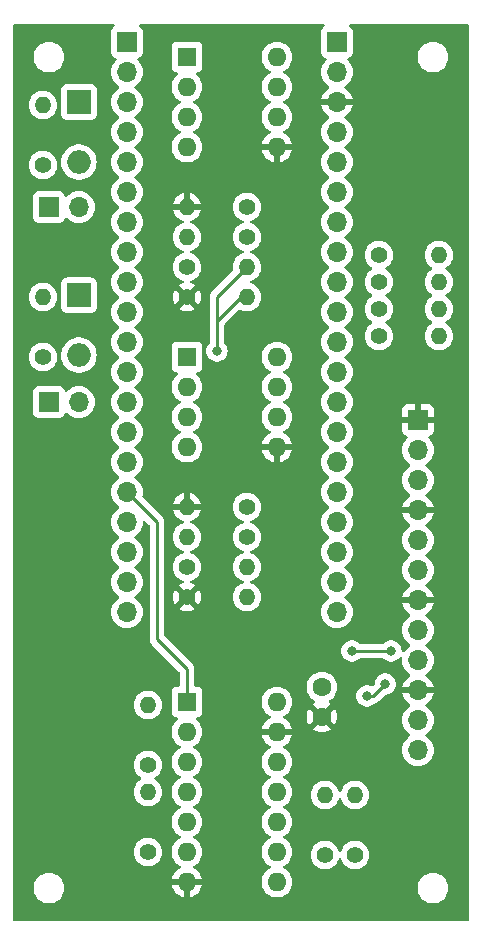
<source format=gbl>
G04 #@! TF.GenerationSoftware,KiCad,Pcbnew,7.0.2-0*
G04 #@! TF.CreationDate,2024-11-24T22:08:16+01:00*
G04 #@! TF.ProjectId,MIDI Box,4d494449-2042-46f7-982e-6b696361645f,rev?*
G04 #@! TF.SameCoordinates,Original*
G04 #@! TF.FileFunction,Copper,L2,Bot*
G04 #@! TF.FilePolarity,Positive*
%FSLAX46Y46*%
G04 Gerber Fmt 4.6, Leading zero omitted, Abs format (unit mm)*
G04 Created by KiCad (PCBNEW 7.0.2-0) date 2024-11-24 22:08:16*
%MOMM*%
%LPD*%
G01*
G04 APERTURE LIST*
G04 #@! TA.AperFunction,ComponentPad*
%ADD10C,1.400000*%
G04 #@! TD*
G04 #@! TA.AperFunction,ComponentPad*
%ADD11O,1.400000X1.400000*%
G04 #@! TD*
G04 #@! TA.AperFunction,ComponentPad*
%ADD12R,1.600000X1.600000*%
G04 #@! TD*
G04 #@! TA.AperFunction,ComponentPad*
%ADD13O,1.600000X1.600000*%
G04 #@! TD*
G04 #@! TA.AperFunction,ComponentPad*
%ADD14R,1.700000X1.700000*%
G04 #@! TD*
G04 #@! TA.AperFunction,ComponentPad*
%ADD15O,1.700000X1.700000*%
G04 #@! TD*
G04 #@! TA.AperFunction,ComponentPad*
%ADD16R,2.000000X2.000000*%
G04 #@! TD*
G04 #@! TA.AperFunction,ComponentPad*
%ADD17O,2.000000X2.000000*%
G04 #@! TD*
G04 #@! TA.AperFunction,ComponentPad*
%ADD18C,1.600000*%
G04 #@! TD*
G04 #@! TA.AperFunction,ViaPad*
%ADD19C,0.800000*%
G04 #@! TD*
G04 #@! TA.AperFunction,Conductor*
%ADD20C,0.250000*%
G04 #@! TD*
G04 APERTURE END LIST*
D10*
X156972000Y-84074000D03*
D11*
X162052000Y-84074000D03*
D12*
X156972000Y-118364000D03*
D13*
X156972000Y-120904000D03*
X156972000Y-123444000D03*
X156972000Y-125984000D03*
X156972000Y-128524000D03*
X156972000Y-131064000D03*
X156972000Y-133604000D03*
X164592000Y-133604000D03*
X164592000Y-131064000D03*
X164592000Y-128524000D03*
X164592000Y-125984000D03*
X164592000Y-123444000D03*
X164592000Y-120904000D03*
X164592000Y-118364000D03*
D10*
X173228000Y-82804000D03*
D11*
X178308000Y-82804000D03*
D10*
X173228000Y-87376000D03*
D11*
X178308000Y-87376000D03*
D10*
X153670000Y-123698000D03*
D11*
X153670000Y-118618000D03*
D10*
X162052000Y-104394000D03*
D11*
X156972000Y-104394000D03*
D10*
X173228000Y-80518000D03*
D11*
X178308000Y-80518000D03*
D10*
X153670000Y-131064000D03*
D11*
X153670000Y-125984000D03*
D14*
X176530000Y-94488000D03*
D15*
X176530000Y-97028000D03*
X176530000Y-99568000D03*
X176530000Y-102108000D03*
X176530000Y-104648000D03*
X176530000Y-107188000D03*
X176530000Y-109728000D03*
X176530000Y-112268000D03*
X176530000Y-114808000D03*
X176530000Y-117348000D03*
X176530000Y-119888000D03*
X176530000Y-122428000D03*
D10*
X171196000Y-131318000D03*
D11*
X171196000Y-126238000D03*
D10*
X162052000Y-78994000D03*
D11*
X156972000Y-78994000D03*
D14*
X169672000Y-62484000D03*
D15*
X169672000Y-65024000D03*
X169672000Y-67564000D03*
X169672000Y-70104000D03*
X169672000Y-72644000D03*
X169672000Y-75184000D03*
X169672000Y-77724000D03*
X169672000Y-80264000D03*
X169672000Y-82804000D03*
X169672000Y-85344000D03*
X169672000Y-87884000D03*
X169672000Y-90424000D03*
X169672000Y-92964000D03*
X169672000Y-95504000D03*
X169672000Y-98044000D03*
X169672000Y-100584000D03*
X169672000Y-103124000D03*
X169672000Y-105664000D03*
X169672000Y-108204000D03*
X169672000Y-110744000D03*
D12*
X156972000Y-89154000D03*
D13*
X156972000Y-91694000D03*
X156972000Y-94234000D03*
X156972000Y-96774000D03*
X164592000Y-96774000D03*
X164592000Y-94234000D03*
X164592000Y-91694000D03*
X164592000Y-89154000D03*
D10*
X144780000Y-89154000D03*
D11*
X144780000Y-84074000D03*
D14*
X151892000Y-62484000D03*
D15*
X151892000Y-65024000D03*
X151892000Y-67564000D03*
X151892000Y-70104000D03*
X151892000Y-72644000D03*
X151892000Y-75184000D03*
X151892000Y-77724000D03*
X151892000Y-80264000D03*
X151892000Y-82804000D03*
X151892000Y-85344000D03*
X151892000Y-87884000D03*
X151892000Y-90424000D03*
X151892000Y-92964000D03*
X151892000Y-95504000D03*
X151892000Y-98044000D03*
X151892000Y-100584000D03*
X151892000Y-103124000D03*
X151892000Y-105664000D03*
X151892000Y-108204000D03*
X151892000Y-110744000D03*
D10*
X156972000Y-81534000D03*
D11*
X162052000Y-81534000D03*
D12*
X156972000Y-63754000D03*
D13*
X156972000Y-66294000D03*
X156972000Y-68834000D03*
X156972000Y-71374000D03*
X164592000Y-71374000D03*
X164592000Y-68834000D03*
X164592000Y-66294000D03*
X164592000Y-63754000D03*
D14*
X145288000Y-92964000D03*
D15*
X147828000Y-92964000D03*
D16*
X147828000Y-83918315D03*
D17*
X147828000Y-88998315D03*
D10*
X162052000Y-76454000D03*
D11*
X156972000Y-76454000D03*
D10*
X173228000Y-85090000D03*
D11*
X178308000Y-85090000D03*
D10*
X162052000Y-101854000D03*
D11*
X156972000Y-101854000D03*
D10*
X156972000Y-109474000D03*
D11*
X162052000Y-109474000D03*
D16*
X147828000Y-67564000D03*
D17*
X147828000Y-72644000D03*
D10*
X144780000Y-72898000D03*
D11*
X144780000Y-67818000D03*
D18*
X168402000Y-117094000D03*
X168402000Y-119594000D03*
D14*
X145288000Y-76454000D03*
D15*
X147828000Y-76454000D03*
D10*
X168656000Y-131318000D03*
D11*
X168656000Y-126238000D03*
D10*
X156972000Y-106934000D03*
D11*
X162052000Y-106934000D03*
D19*
X170942000Y-114046000D03*
X174244000Y-114046000D03*
X159512000Y-88646000D03*
X173761500Y-116840000D03*
X172212000Y-117856000D03*
D20*
X170942000Y-114046000D02*
X174244000Y-114046000D01*
X159512000Y-86106000D02*
X161544000Y-84074000D01*
X159512000Y-88646000D02*
X159512000Y-86106000D01*
X159512000Y-84074000D02*
X162052000Y-81534000D01*
X159512000Y-86106000D02*
X159512000Y-84074000D01*
X161544000Y-84074000D02*
X162052000Y-84074000D01*
X156972000Y-115570000D02*
X156972000Y-118364000D01*
X154432000Y-103124000D02*
X154432000Y-113030000D01*
X151892000Y-100584000D02*
X154432000Y-103124000D01*
X154432000Y-113030000D02*
X156972000Y-115570000D01*
X172212000Y-117856000D02*
X172745500Y-117856000D01*
X172745500Y-117856000D02*
X173761500Y-116840000D01*
G04 #@! TA.AperFunction,Conductor*
G36*
X150801665Y-60979685D02*
G01*
X150847420Y-61032489D01*
X150857364Y-61101647D01*
X150828339Y-61165203D01*
X150808937Y-61183267D01*
X150799671Y-61190203D01*
X150799669Y-61190204D01*
X150736879Y-61237208D01*
X150684453Y-61276454D01*
X150598204Y-61391668D01*
X150547910Y-61526515D01*
X150547909Y-61526517D01*
X150541500Y-61586127D01*
X150541500Y-61589448D01*
X150541500Y-61589449D01*
X150541500Y-63378560D01*
X150541500Y-63378578D01*
X150541501Y-63381872D01*
X150547909Y-63441483D01*
X150598204Y-63576331D01*
X150684454Y-63691546D01*
X150799669Y-63777796D01*
X150911907Y-63819658D01*
X150931082Y-63826810D01*
X150987016Y-63868681D01*
X151011433Y-63934146D01*
X150996581Y-64002419D01*
X150975431Y-64030673D01*
X150853503Y-64152601D01*
X150717965Y-64346170D01*
X150618097Y-64560336D01*
X150556936Y-64788592D01*
X150536340Y-65024000D01*
X150556936Y-65259407D01*
X150566193Y-65293953D01*
X150618097Y-65487663D01*
X150717965Y-65701830D01*
X150853505Y-65895401D01*
X151020599Y-66062495D01*
X151206160Y-66192426D01*
X151249783Y-66247002D01*
X151256976Y-66316501D01*
X151225454Y-66378855D01*
X151206160Y-66395574D01*
X151119125Y-66456517D01*
X151020595Y-66525508D01*
X150853505Y-66692598D01*
X150717965Y-66886170D01*
X150618097Y-67100336D01*
X150556936Y-67328592D01*
X150536340Y-67564000D01*
X150556936Y-67799407D01*
X150566193Y-67833953D01*
X150618097Y-68027663D01*
X150717965Y-68241830D01*
X150853505Y-68435401D01*
X151020599Y-68602495D01*
X151206160Y-68732426D01*
X151249783Y-68787002D01*
X151256976Y-68856501D01*
X151225454Y-68918855D01*
X151206158Y-68935575D01*
X151022035Y-69064500D01*
X151020595Y-69065508D01*
X150853505Y-69232598D01*
X150717965Y-69426170D01*
X150618097Y-69640336D01*
X150556936Y-69868592D01*
X150536340Y-70103999D01*
X150556936Y-70339407D01*
X150566193Y-70373953D01*
X150618097Y-70567663D01*
X150717965Y-70781830D01*
X150853505Y-70975401D01*
X151020599Y-71142495D01*
X151206160Y-71272426D01*
X151249783Y-71327002D01*
X151256976Y-71396501D01*
X151225454Y-71458855D01*
X151206159Y-71475575D01*
X151020595Y-71605508D01*
X150853505Y-71772598D01*
X150717965Y-71966170D01*
X150618097Y-72180336D01*
X150556936Y-72408592D01*
X150536340Y-72644000D01*
X150556936Y-72879407D01*
X150601709Y-73046502D01*
X150618097Y-73107663D01*
X150717965Y-73321830D01*
X150853505Y-73515401D01*
X151020599Y-73682495D01*
X151206160Y-73812426D01*
X151249783Y-73867002D01*
X151256976Y-73936501D01*
X151225454Y-73998855D01*
X151206160Y-74015574D01*
X151022035Y-74144500D01*
X151020595Y-74145508D01*
X150853505Y-74312598D01*
X150717965Y-74506170D01*
X150618097Y-74720336D01*
X150556936Y-74948592D01*
X150536340Y-75183999D01*
X150556936Y-75419407D01*
X150594460Y-75559449D01*
X150618097Y-75647663D01*
X150717965Y-75861830D01*
X150853505Y-76055401D01*
X151020599Y-76222495D01*
X151206160Y-76352426D01*
X151249783Y-76407002D01*
X151256976Y-76476501D01*
X151225454Y-76538855D01*
X151206160Y-76555574D01*
X151034837Y-76675536D01*
X151020595Y-76685508D01*
X150853505Y-76852598D01*
X150717965Y-77046170D01*
X150618097Y-77260336D01*
X150556936Y-77488592D01*
X150536340Y-77723999D01*
X150556936Y-77959407D01*
X150601709Y-78126501D01*
X150618097Y-78187663D01*
X150717965Y-78401830D01*
X150853505Y-78595401D01*
X151020599Y-78762495D01*
X151206160Y-78892426D01*
X151249783Y-78947002D01*
X151256976Y-79016501D01*
X151225454Y-79078855D01*
X151206160Y-79095574D01*
X151034837Y-79215536D01*
X151020595Y-79225508D01*
X150853505Y-79392598D01*
X150717965Y-79586170D01*
X150618097Y-79800336D01*
X150556936Y-80028592D01*
X150536340Y-80264000D01*
X150556936Y-80499407D01*
X150601709Y-80666501D01*
X150618097Y-80727663D01*
X150717965Y-80941830D01*
X150853505Y-81135401D01*
X151020599Y-81302495D01*
X151206160Y-81432426D01*
X151249783Y-81487002D01*
X151256976Y-81556501D01*
X151225454Y-81618855D01*
X151206160Y-81635574D01*
X151034837Y-81755536D01*
X151020595Y-81765508D01*
X150853505Y-81932598D01*
X150717965Y-82126170D01*
X150618097Y-82340336D01*
X150556936Y-82568592D01*
X150536340Y-82803999D01*
X150556936Y-83039407D01*
X150601709Y-83206501D01*
X150618097Y-83267663D01*
X150717965Y-83481830D01*
X150853505Y-83675401D01*
X151020599Y-83842495D01*
X151206160Y-83972426D01*
X151249783Y-84027002D01*
X151256976Y-84096501D01*
X151225454Y-84158855D01*
X151206160Y-84175574D01*
X151034837Y-84295536D01*
X151020595Y-84305508D01*
X150853505Y-84472598D01*
X150717965Y-84666170D01*
X150618097Y-84880336D01*
X150556936Y-85108592D01*
X150536340Y-85344000D01*
X150556936Y-85579407D01*
X150595864Y-85724688D01*
X150618097Y-85807663D01*
X150717965Y-86021830D01*
X150853505Y-86215401D01*
X151020599Y-86382495D01*
X151206160Y-86512426D01*
X151249783Y-86567002D01*
X151256976Y-86636501D01*
X151225454Y-86698855D01*
X151206159Y-86715575D01*
X151020595Y-86845508D01*
X150853505Y-87012598D01*
X150717965Y-87206170D01*
X150618097Y-87420336D01*
X150556936Y-87648592D01*
X150536340Y-87884000D01*
X150556936Y-88119407D01*
X150590995Y-88246515D01*
X150618097Y-88347663D01*
X150717965Y-88561830D01*
X150853505Y-88755401D01*
X151020599Y-88922495D01*
X151206160Y-89052426D01*
X151249783Y-89107002D01*
X151256976Y-89176501D01*
X151225454Y-89238855D01*
X151206160Y-89255574D01*
X151034837Y-89375536D01*
X151020595Y-89385508D01*
X150853505Y-89552598D01*
X150717965Y-89746170D01*
X150618097Y-89960336D01*
X150556936Y-90188592D01*
X150536340Y-90423999D01*
X150556936Y-90659407D01*
X150566193Y-90693953D01*
X150618097Y-90887663D01*
X150717965Y-91101830D01*
X150853505Y-91295401D01*
X151020599Y-91462495D01*
X151206160Y-91592426D01*
X151249783Y-91647002D01*
X151256976Y-91716501D01*
X151225454Y-91778855D01*
X151206159Y-91795575D01*
X151020595Y-91925508D01*
X150853505Y-92092598D01*
X150717965Y-92286170D01*
X150618097Y-92500336D01*
X150556936Y-92728592D01*
X150536340Y-92964000D01*
X150556936Y-93199407D01*
X150601709Y-93366501D01*
X150618097Y-93427663D01*
X150717965Y-93641830D01*
X150853505Y-93835401D01*
X151020599Y-94002495D01*
X151206160Y-94132426D01*
X151249783Y-94187002D01*
X151256976Y-94256501D01*
X151225454Y-94318855D01*
X151206159Y-94335575D01*
X151020595Y-94465508D01*
X150853505Y-94632598D01*
X150717965Y-94826170D01*
X150618097Y-95040336D01*
X150556936Y-95268592D01*
X150536340Y-95503999D01*
X150556936Y-95739407D01*
X150585856Y-95847337D01*
X150618097Y-95967663D01*
X150717965Y-96181830D01*
X150853505Y-96375401D01*
X151020599Y-96542495D01*
X151206160Y-96672426D01*
X151249783Y-96727002D01*
X151256976Y-96796501D01*
X151225454Y-96858855D01*
X151206159Y-96875575D01*
X151020595Y-97005508D01*
X150853505Y-97172598D01*
X150717965Y-97366170D01*
X150618097Y-97580336D01*
X150556936Y-97808592D01*
X150536340Y-98044000D01*
X150556936Y-98279407D01*
X150584655Y-98382855D01*
X150618097Y-98507663D01*
X150717965Y-98721830D01*
X150853505Y-98915401D01*
X151020599Y-99082495D01*
X151206160Y-99212426D01*
X151249783Y-99267002D01*
X151256976Y-99336501D01*
X151225454Y-99398855D01*
X151206159Y-99415575D01*
X151020595Y-99545508D01*
X150853505Y-99712598D01*
X150717965Y-99906170D01*
X150618097Y-100120336D01*
X150556936Y-100348592D01*
X150536340Y-100584000D01*
X150556936Y-100819407D01*
X150589217Y-100939880D01*
X150618097Y-101047663D01*
X150717965Y-101261830D01*
X150853505Y-101455401D01*
X151020599Y-101622495D01*
X151206160Y-101752426D01*
X151249783Y-101807002D01*
X151256976Y-101876501D01*
X151225454Y-101938855D01*
X151206158Y-101955575D01*
X151034837Y-102075536D01*
X151020595Y-102085508D01*
X150853505Y-102252598D01*
X150717965Y-102446170D01*
X150618097Y-102660336D01*
X150556936Y-102888592D01*
X150536340Y-103123999D01*
X150556936Y-103359407D01*
X150584573Y-103462549D01*
X150618097Y-103587663D01*
X150717965Y-103801830D01*
X150853505Y-103995401D01*
X151020599Y-104162495D01*
X151206160Y-104292426D01*
X151249783Y-104347002D01*
X151256976Y-104416501D01*
X151225454Y-104478855D01*
X151206160Y-104495574D01*
X151034837Y-104615536D01*
X151020595Y-104625508D01*
X150853505Y-104792598D01*
X150717965Y-104986170D01*
X150618097Y-105200336D01*
X150556936Y-105428592D01*
X150536340Y-105664000D01*
X150556936Y-105899407D01*
X150584655Y-106002855D01*
X150618097Y-106127663D01*
X150717965Y-106341830D01*
X150853505Y-106535401D01*
X151020599Y-106702495D01*
X151206160Y-106832426D01*
X151249783Y-106887002D01*
X151256976Y-106956501D01*
X151225454Y-107018855D01*
X151206160Y-107035574D01*
X151034837Y-107155536D01*
X151020595Y-107165508D01*
X150853505Y-107332598D01*
X150717965Y-107526170D01*
X150618097Y-107740336D01*
X150556936Y-107968592D01*
X150536340Y-108203999D01*
X150556936Y-108439407D01*
X150589217Y-108559880D01*
X150618097Y-108667663D01*
X150717965Y-108881830D01*
X150853505Y-109075401D01*
X151020599Y-109242495D01*
X151206160Y-109372426D01*
X151249783Y-109427002D01*
X151256976Y-109496501D01*
X151225454Y-109558855D01*
X151206160Y-109575574D01*
X151034837Y-109695536D01*
X151020595Y-109705508D01*
X150853505Y-109872598D01*
X150717965Y-110066170D01*
X150618097Y-110280336D01*
X150556936Y-110508592D01*
X150536340Y-110744000D01*
X150556936Y-110979407D01*
X150584573Y-111082549D01*
X150618097Y-111207663D01*
X150717965Y-111421830D01*
X150853505Y-111615401D01*
X151020599Y-111782495D01*
X151214170Y-111918035D01*
X151428337Y-112017903D01*
X151656592Y-112079063D01*
X151892000Y-112099659D01*
X152127408Y-112079063D01*
X152355663Y-112017903D01*
X152569830Y-111918035D01*
X152763401Y-111782495D01*
X152930495Y-111615401D01*
X153066035Y-111421830D01*
X153165903Y-111207663D01*
X153227063Y-110979408D01*
X153247659Y-110744000D01*
X153227063Y-110508592D01*
X153165903Y-110280337D01*
X153066035Y-110066171D01*
X152930495Y-109872599D01*
X152763401Y-109705505D01*
X152577839Y-109575573D01*
X152534216Y-109520998D01*
X152527022Y-109451500D01*
X152558545Y-109389145D01*
X152577837Y-109372428D01*
X152763401Y-109242495D01*
X152930495Y-109075401D01*
X153066035Y-108881830D01*
X153165903Y-108667663D01*
X153227063Y-108439408D01*
X153247659Y-108204000D01*
X153247021Y-108196713D01*
X153227063Y-107968592D01*
X153199528Y-107865830D01*
X153165903Y-107740337D01*
X153066035Y-107526171D01*
X152930495Y-107332599D01*
X152763401Y-107165505D01*
X152577839Y-107035573D01*
X152534215Y-106980997D01*
X152527023Y-106911498D01*
X152558545Y-106849144D01*
X152577831Y-106832432D01*
X152763401Y-106702495D01*
X152930495Y-106535401D01*
X153066035Y-106341830D01*
X153165903Y-106127663D01*
X153227063Y-105899408D01*
X153247659Y-105664000D01*
X153227063Y-105428592D01*
X153165903Y-105200337D01*
X153066035Y-104986171D01*
X152930495Y-104792599D01*
X152763401Y-104625505D01*
X152577839Y-104495573D01*
X152534216Y-104440998D01*
X152527022Y-104371500D01*
X152558545Y-104309145D01*
X152577837Y-104292428D01*
X152763401Y-104162495D01*
X152930495Y-103995401D01*
X153066035Y-103801830D01*
X153165903Y-103587663D01*
X153227063Y-103359408D01*
X153238002Y-103234382D01*
X153248598Y-103113271D01*
X153274050Y-103048202D01*
X153330641Y-103007223D01*
X153400403Y-103003345D01*
X153459805Y-103036396D01*
X153504096Y-103080686D01*
X153770181Y-103346771D01*
X153803666Y-103408094D01*
X153806500Y-103434452D01*
X153806500Y-112947256D01*
X153804235Y-112967766D01*
X153806439Y-113037872D01*
X153806500Y-113041767D01*
X153806500Y-113069350D01*
X153806988Y-113073219D01*
X153806989Y-113073225D01*
X153807004Y-113073343D01*
X153807918Y-113084967D01*
X153809290Y-113128626D01*
X153814879Y-113147860D01*
X153818825Y-113166916D01*
X153821335Y-113186792D01*
X153837414Y-113227404D01*
X153841197Y-113238451D01*
X153853382Y-113280391D01*
X153863580Y-113297635D01*
X153872136Y-113315100D01*
X153879514Y-113333732D01*
X153879515Y-113333733D01*
X153905180Y-113369059D01*
X153911593Y-113378822D01*
X153933826Y-113416416D01*
X153933829Y-113416419D01*
X153933830Y-113416420D01*
X153947995Y-113430585D01*
X153960627Y-113445375D01*
X153972406Y-113461587D01*
X154006058Y-113489426D01*
X154014699Y-113497289D01*
X156310181Y-115792771D01*
X156343666Y-115854094D01*
X156346500Y-115880452D01*
X156346500Y-116939500D01*
X156326815Y-117006539D01*
X156274011Y-117052294D01*
X156222501Y-117063500D01*
X156127439Y-117063500D01*
X156127420Y-117063500D01*
X156124128Y-117063501D01*
X156120848Y-117063853D01*
X156120840Y-117063854D01*
X156064515Y-117069909D01*
X155929669Y-117120204D01*
X155814454Y-117206454D01*
X155728204Y-117321668D01*
X155677909Y-117456516D01*
X155674555Y-117487716D01*
X155671500Y-117516127D01*
X155671500Y-117519448D01*
X155671500Y-117519449D01*
X155671500Y-119208560D01*
X155671500Y-119208578D01*
X155671501Y-119211872D01*
X155671853Y-119215152D01*
X155671854Y-119215159D01*
X155675889Y-119252689D01*
X155677909Y-119271483D01*
X155728204Y-119406331D01*
X155814454Y-119521546D01*
X155929669Y-119607796D01*
X156064517Y-119658091D01*
X156099594Y-119661862D01*
X156164143Y-119688598D01*
X156203993Y-119745989D01*
X156206488Y-119815814D01*
X156170837Y-119875904D01*
X156157463Y-119886725D01*
X156132861Y-119903951D01*
X155971953Y-120064859D01*
X155841432Y-120251264D01*
X155745261Y-120457502D01*
X155686364Y-120677310D01*
X155666531Y-120903999D01*
X155686364Y-121130689D01*
X155745261Y-121350497D01*
X155841432Y-121556735D01*
X155971953Y-121743140D01*
X156132859Y-121904046D01*
X156218963Y-121964336D01*
X156319266Y-122034568D01*
X156377273Y-122061617D01*
X156429713Y-122107789D01*
X156448865Y-122174982D01*
X156428650Y-122241864D01*
X156377276Y-122286380D01*
X156319266Y-122313431D01*
X156132859Y-122443953D01*
X155971953Y-122604859D01*
X155841432Y-122791264D01*
X155745261Y-122997502D01*
X155686364Y-123217310D01*
X155666531Y-123444000D01*
X155686364Y-123670689D01*
X155745261Y-123890497D01*
X155841432Y-124096735D01*
X155971953Y-124283140D01*
X156132859Y-124444046D01*
X156227391Y-124510237D01*
X156319266Y-124574568D01*
X156377275Y-124601618D01*
X156429714Y-124647791D01*
X156448865Y-124714985D01*
X156428649Y-124781866D01*
X156377275Y-124826382D01*
X156319263Y-124853433D01*
X156132859Y-124983953D01*
X155971953Y-125144859D01*
X155841432Y-125331264D01*
X155745261Y-125537502D01*
X155686364Y-125757310D01*
X155666531Y-125983999D01*
X155686364Y-126210689D01*
X155745261Y-126430497D01*
X155841432Y-126636735D01*
X155971953Y-126823140D01*
X156132859Y-126984046D01*
X156227391Y-127050237D01*
X156319266Y-127114568D01*
X156377275Y-127141618D01*
X156429714Y-127187791D01*
X156448865Y-127254985D01*
X156428649Y-127321866D01*
X156377275Y-127366382D01*
X156319263Y-127393433D01*
X156132859Y-127523953D01*
X155971953Y-127684859D01*
X155841432Y-127871264D01*
X155745261Y-128077502D01*
X155686364Y-128297310D01*
X155666531Y-128524000D01*
X155686364Y-128750689D01*
X155745261Y-128970497D01*
X155841432Y-129176735D01*
X155971953Y-129363140D01*
X156132859Y-129524046D01*
X156319263Y-129654566D01*
X156319266Y-129654568D01*
X156377273Y-129681617D01*
X156429713Y-129727789D01*
X156448865Y-129794982D01*
X156428650Y-129861864D01*
X156377276Y-129906380D01*
X156319266Y-129933431D01*
X156132859Y-130063953D01*
X155971953Y-130224859D01*
X155841432Y-130411264D01*
X155745261Y-130617502D01*
X155686364Y-130837310D01*
X155666531Y-131064000D01*
X155686364Y-131290689D01*
X155745261Y-131510497D01*
X155841432Y-131716735D01*
X155971953Y-131903140D01*
X156132859Y-132064046D01*
X156319264Y-132194567D01*
X156319265Y-132194567D01*
X156319266Y-132194568D01*
X156377865Y-132221893D01*
X156430304Y-132268065D01*
X156449456Y-132335259D01*
X156429240Y-132402140D01*
X156377866Y-132446656D01*
X156319522Y-132473863D01*
X156133180Y-132604341D01*
X155972341Y-132765180D01*
X155841865Y-132951519D01*
X155745733Y-133157673D01*
X155693128Y-133353999D01*
X155693128Y-133354000D01*
X156656314Y-133354000D01*
X156644359Y-133365955D01*
X156586835Y-133478852D01*
X156567014Y-133604000D01*
X156586835Y-133729148D01*
X156644359Y-133842045D01*
X156656314Y-133854000D01*
X155693128Y-133854000D01*
X155745733Y-134050326D01*
X155841865Y-134256480D01*
X155972341Y-134442819D01*
X156133180Y-134603658D01*
X156319519Y-134734134D01*
X156525673Y-134830266D01*
X156721999Y-134882871D01*
X156722000Y-134882871D01*
X156722000Y-133919686D01*
X156733955Y-133931641D01*
X156846852Y-133989165D01*
X156940519Y-134004000D01*
X157003481Y-134004000D01*
X157097148Y-133989165D01*
X157210045Y-133931641D01*
X157222000Y-133919686D01*
X157222000Y-134882871D01*
X157418326Y-134830266D01*
X157624480Y-134734134D01*
X157810819Y-134603658D01*
X157971658Y-134442819D01*
X158102134Y-134256480D01*
X158198266Y-134050326D01*
X158250872Y-133854000D01*
X157287686Y-133854000D01*
X157299641Y-133842045D01*
X157357165Y-133729148D01*
X157376986Y-133604000D01*
X157376986Y-133603999D01*
X163286531Y-133603999D01*
X163306364Y-133830689D01*
X163365261Y-134050497D01*
X163461432Y-134256735D01*
X163591953Y-134443140D01*
X163752859Y-134604046D01*
X163939264Y-134734567D01*
X163939265Y-134734567D01*
X163939266Y-134734568D01*
X164145504Y-134830739D01*
X164365308Y-134889635D01*
X164592000Y-134909468D01*
X164818692Y-134889635D01*
X165038496Y-134830739D01*
X165244734Y-134734568D01*
X165431139Y-134604047D01*
X165592047Y-134443139D01*
X165722568Y-134256734D01*
X165790059Y-134112000D01*
X176494531Y-134112000D01*
X176514364Y-134338689D01*
X176573261Y-134558497D01*
X176669432Y-134764735D01*
X176799953Y-134951140D01*
X176960859Y-135112046D01*
X177147264Y-135242567D01*
X177147265Y-135242567D01*
X177147266Y-135242568D01*
X177353504Y-135338739D01*
X177573308Y-135397635D01*
X177743216Y-135412500D01*
X177745925Y-135412500D01*
X177854075Y-135412500D01*
X177856784Y-135412500D01*
X178026692Y-135397635D01*
X178246496Y-135338739D01*
X178452734Y-135242568D01*
X178639139Y-135112047D01*
X178800047Y-134951139D01*
X178930568Y-134764734D01*
X179026739Y-134558496D01*
X179085635Y-134338692D01*
X179105468Y-134112000D01*
X179085635Y-133885308D01*
X179026739Y-133665504D01*
X178930568Y-133459266D01*
X178873183Y-133377310D01*
X178800046Y-133272859D01*
X178639140Y-133111953D01*
X178452735Y-132981432D01*
X178246497Y-132885261D01*
X178026689Y-132826364D01*
X177859484Y-132811736D01*
X177859479Y-132811735D01*
X177856784Y-132811500D01*
X177743216Y-132811500D01*
X177740521Y-132811735D01*
X177740515Y-132811736D01*
X177573310Y-132826364D01*
X177353502Y-132885261D01*
X177147264Y-132981432D01*
X176960859Y-133111953D01*
X176799953Y-133272859D01*
X176669432Y-133459264D01*
X176573261Y-133665502D01*
X176514364Y-133885310D01*
X176494531Y-134112000D01*
X165790059Y-134112000D01*
X165818739Y-134050496D01*
X165877635Y-133830692D01*
X165897468Y-133604000D01*
X165877635Y-133377308D01*
X165818739Y-133157504D01*
X165722568Y-132951266D01*
X165676352Y-132885261D01*
X165592046Y-132764859D01*
X165431140Y-132603953D01*
X165244733Y-132473431D01*
X165186725Y-132446382D01*
X165134285Y-132400210D01*
X165115133Y-132333017D01*
X165135348Y-132266135D01*
X165186725Y-132221618D01*
X165244734Y-132194568D01*
X165431139Y-132064047D01*
X165592047Y-131903139D01*
X165722568Y-131716734D01*
X165818739Y-131510496D01*
X165870318Y-131317999D01*
X167450357Y-131317999D01*
X167470885Y-131539537D01*
X167531769Y-131753526D01*
X167630941Y-131952688D01*
X167765019Y-132130237D01*
X167929437Y-132280124D01*
X168118595Y-132397245D01*
X168118597Y-132397245D01*
X168118599Y-132397247D01*
X168326060Y-132477618D01*
X168544757Y-132518500D01*
X168544759Y-132518500D01*
X168767241Y-132518500D01*
X168767243Y-132518500D01*
X168985940Y-132477618D01*
X169193401Y-132397247D01*
X169382562Y-132280124D01*
X169546981Y-132130236D01*
X169681058Y-131952689D01*
X169780229Y-131753528D01*
X169795833Y-131698688D01*
X169806734Y-131660374D01*
X169844013Y-131601281D01*
X169907322Y-131571723D01*
X169976562Y-131581085D01*
X170029749Y-131626395D01*
X170045266Y-131660374D01*
X170071769Y-131753526D01*
X170170941Y-131952688D01*
X170305019Y-132130237D01*
X170469437Y-132280124D01*
X170658595Y-132397245D01*
X170658597Y-132397245D01*
X170658599Y-132397247D01*
X170866060Y-132477618D01*
X171084757Y-132518500D01*
X171084759Y-132518500D01*
X171307241Y-132518500D01*
X171307243Y-132518500D01*
X171525940Y-132477618D01*
X171733401Y-132397247D01*
X171922562Y-132280124D01*
X172086981Y-132130236D01*
X172221058Y-131952689D01*
X172320229Y-131753528D01*
X172381115Y-131539536D01*
X172401643Y-131318000D01*
X172381115Y-131096464D01*
X172356401Y-131009604D01*
X172320230Y-130882473D01*
X172221058Y-130683311D01*
X172086980Y-130505762D01*
X171922562Y-130355875D01*
X171733404Y-130238754D01*
X171672174Y-130215033D01*
X171525940Y-130158382D01*
X171307243Y-130117500D01*
X171084757Y-130117500D01*
X170866060Y-130158382D01*
X170658595Y-130238754D01*
X170469437Y-130355875D01*
X170305019Y-130505762D01*
X170170941Y-130683311D01*
X170071769Y-130882473D01*
X170045266Y-130975625D01*
X170007987Y-131034719D01*
X169944677Y-131064276D01*
X169875438Y-131054914D01*
X169822251Y-131009604D01*
X169806734Y-130975625D01*
X169780230Y-130882473D01*
X169681058Y-130683311D01*
X169546980Y-130505762D01*
X169382562Y-130355875D01*
X169193404Y-130238754D01*
X169132174Y-130215033D01*
X168985940Y-130158382D01*
X168767243Y-130117500D01*
X168544757Y-130117500D01*
X168326060Y-130158382D01*
X168118595Y-130238754D01*
X167929437Y-130355875D01*
X167765019Y-130505762D01*
X167630941Y-130683311D01*
X167531769Y-130882473D01*
X167470885Y-131096462D01*
X167450357Y-131317999D01*
X165870318Y-131317999D01*
X165877635Y-131290692D01*
X165897468Y-131064000D01*
X165877635Y-130837308D01*
X165818739Y-130617504D01*
X165722568Y-130411266D01*
X165683784Y-130355875D01*
X165592046Y-130224859D01*
X165431140Y-130063953D01*
X165244733Y-129933431D01*
X165186725Y-129906382D01*
X165134285Y-129860210D01*
X165115133Y-129793017D01*
X165135348Y-129726135D01*
X165186725Y-129681618D01*
X165244734Y-129654568D01*
X165431139Y-129524047D01*
X165592047Y-129363139D01*
X165722568Y-129176734D01*
X165818739Y-128970496D01*
X165877635Y-128750692D01*
X165897468Y-128524000D01*
X165877635Y-128297308D01*
X165818739Y-128077504D01*
X165722568Y-127871266D01*
X165592047Y-127684861D01*
X165592046Y-127684859D01*
X165431140Y-127523953D01*
X165244733Y-127393431D01*
X165186725Y-127366382D01*
X165134285Y-127320210D01*
X165115133Y-127253017D01*
X165135348Y-127186135D01*
X165186725Y-127141618D01*
X165244734Y-127114568D01*
X165431139Y-126984047D01*
X165592047Y-126823139D01*
X165722568Y-126636734D01*
X165818739Y-126430496D01*
X165870318Y-126237999D01*
X167450357Y-126237999D01*
X167470885Y-126459537D01*
X167531769Y-126673526D01*
X167630941Y-126872688D01*
X167765019Y-127050237D01*
X167929437Y-127200124D01*
X168118595Y-127317245D01*
X168118597Y-127317245D01*
X168118599Y-127317247D01*
X168326060Y-127397618D01*
X168544757Y-127438500D01*
X168544759Y-127438500D01*
X168767241Y-127438500D01*
X168767243Y-127438500D01*
X168985940Y-127397618D01*
X169193401Y-127317247D01*
X169382562Y-127200124D01*
X169476412Y-127114568D01*
X169546980Y-127050237D01*
X169546981Y-127050236D01*
X169681058Y-126872689D01*
X169780229Y-126673528D01*
X169795833Y-126618688D01*
X169806734Y-126580374D01*
X169844013Y-126521281D01*
X169907322Y-126491723D01*
X169976562Y-126501085D01*
X170029749Y-126546395D01*
X170045266Y-126580374D01*
X170071769Y-126673526D01*
X170170941Y-126872688D01*
X170305019Y-127050237D01*
X170469437Y-127200124D01*
X170658595Y-127317245D01*
X170658597Y-127317245D01*
X170658599Y-127317247D01*
X170866060Y-127397618D01*
X171084757Y-127438500D01*
X171084759Y-127438500D01*
X171307241Y-127438500D01*
X171307243Y-127438500D01*
X171525940Y-127397618D01*
X171733401Y-127317247D01*
X171922562Y-127200124D01*
X172016412Y-127114568D01*
X172086980Y-127050237D01*
X172086981Y-127050236D01*
X172221058Y-126872689D01*
X172320229Y-126673528D01*
X172381115Y-126459536D01*
X172401643Y-126238000D01*
X172381115Y-126016464D01*
X172356401Y-125929604D01*
X172320230Y-125802473D01*
X172221058Y-125603311D01*
X172086980Y-125425762D01*
X171922562Y-125275875D01*
X171733404Y-125158754D01*
X171672174Y-125135033D01*
X171525940Y-125078382D01*
X171307243Y-125037500D01*
X171084757Y-125037500D01*
X170866060Y-125078382D01*
X170658595Y-125158754D01*
X170469437Y-125275875D01*
X170305019Y-125425762D01*
X170170941Y-125603311D01*
X170071769Y-125802473D01*
X170045266Y-125895625D01*
X170007987Y-125954719D01*
X169944677Y-125984276D01*
X169875438Y-125974914D01*
X169822251Y-125929604D01*
X169806734Y-125895625D01*
X169780230Y-125802473D01*
X169681058Y-125603311D01*
X169546980Y-125425762D01*
X169382562Y-125275875D01*
X169193404Y-125158754D01*
X169132174Y-125135033D01*
X168985940Y-125078382D01*
X168767243Y-125037500D01*
X168544757Y-125037500D01*
X168326060Y-125078382D01*
X168118595Y-125158754D01*
X167929437Y-125275875D01*
X167765019Y-125425762D01*
X167630941Y-125603311D01*
X167531769Y-125802473D01*
X167470885Y-126016462D01*
X167450357Y-126237999D01*
X165870318Y-126237999D01*
X165877635Y-126210692D01*
X165897468Y-125984000D01*
X165877635Y-125757308D01*
X165818739Y-125537504D01*
X165722568Y-125331266D01*
X165683784Y-125275875D01*
X165592046Y-125144859D01*
X165431140Y-124983953D01*
X165244733Y-124853431D01*
X165186725Y-124826382D01*
X165134285Y-124780210D01*
X165115133Y-124713017D01*
X165135348Y-124646135D01*
X165186725Y-124601618D01*
X165244734Y-124574568D01*
X165431139Y-124444047D01*
X165592047Y-124283139D01*
X165722568Y-124096734D01*
X165818739Y-123890496D01*
X165877635Y-123670692D01*
X165897468Y-123444000D01*
X165877635Y-123217308D01*
X165818739Y-122997504D01*
X165722568Y-122791266D01*
X165683784Y-122735875D01*
X165592046Y-122604859D01*
X165431140Y-122443953D01*
X165244736Y-122313433D01*
X165186721Y-122286380D01*
X165186132Y-122286105D01*
X165133695Y-122239933D01*
X165114543Y-122172739D01*
X165134759Y-122105858D01*
X165186135Y-122061342D01*
X165244479Y-122034135D01*
X165430819Y-121903658D01*
X165591658Y-121742819D01*
X165722134Y-121556480D01*
X165818266Y-121350326D01*
X165870872Y-121154000D01*
X164907686Y-121154000D01*
X164919641Y-121142045D01*
X164977165Y-121029148D01*
X164996986Y-120904000D01*
X164977165Y-120778852D01*
X164919641Y-120665955D01*
X164907686Y-120654000D01*
X165870872Y-120654000D01*
X165870871Y-120653999D01*
X165818266Y-120457673D01*
X165722134Y-120251519D01*
X165591658Y-120065180D01*
X165430819Y-119904341D01*
X165244482Y-119773866D01*
X165186133Y-119746657D01*
X165133694Y-119700484D01*
X165114543Y-119633290D01*
X165134759Y-119566409D01*
X165186134Y-119521893D01*
X165244734Y-119494568D01*
X165431139Y-119364047D01*
X165592047Y-119203139D01*
X165722568Y-119016734D01*
X165818739Y-118810496D01*
X165877635Y-118590692D01*
X165897468Y-118364000D01*
X165877635Y-118137308D01*
X165818739Y-117917504D01*
X165722568Y-117711266D01*
X165692093Y-117667742D01*
X165592046Y-117524859D01*
X165431140Y-117363953D01*
X165244735Y-117233432D01*
X165038497Y-117137261D01*
X164877040Y-117093999D01*
X167096531Y-117093999D01*
X167116364Y-117320689D01*
X167175261Y-117540497D01*
X167271432Y-117746735D01*
X167401953Y-117933140D01*
X167562859Y-118094046D01*
X167749264Y-118224567D01*
X167749265Y-118224567D01*
X167749266Y-118224568D01*
X167764975Y-118231893D01*
X167817414Y-118278065D01*
X167836566Y-118345259D01*
X167816350Y-118412140D01*
X167764977Y-118456656D01*
X167749517Y-118463865D01*
X167676527Y-118514973D01*
X167676526Y-118514973D01*
X168357600Y-119196046D01*
X168276852Y-119208835D01*
X168163955Y-119266359D01*
X168074359Y-119355955D01*
X168016835Y-119468852D01*
X168004046Y-119549599D01*
X167322973Y-118868526D01*
X167322973Y-118868527D01*
X167271865Y-118941516D01*
X167175733Y-119147672D01*
X167116858Y-119367397D01*
X167097033Y-119594000D01*
X167116858Y-119820602D01*
X167175733Y-120040326D01*
X167271866Y-120246484D01*
X167322972Y-120319471D01*
X167322974Y-120319472D01*
X168004046Y-119638399D01*
X168016835Y-119719148D01*
X168074359Y-119832045D01*
X168163955Y-119921641D01*
X168276852Y-119979165D01*
X168357599Y-119991953D01*
X167676526Y-120673025D01*
X167676526Y-120673026D01*
X167749515Y-120724133D01*
X167955673Y-120820266D01*
X168175397Y-120879141D01*
X168402000Y-120898966D01*
X168628602Y-120879141D01*
X168848326Y-120820266D01*
X169054480Y-120724134D01*
X169127472Y-120673025D01*
X168446401Y-119991953D01*
X168527148Y-119979165D01*
X168640045Y-119921641D01*
X168729641Y-119832045D01*
X168787165Y-119719148D01*
X168799953Y-119638400D01*
X169481025Y-120319472D01*
X169532134Y-120246480D01*
X169628266Y-120040326D01*
X169687141Y-119820602D01*
X169706966Y-119594000D01*
X169687141Y-119367397D01*
X169628266Y-119147673D01*
X169532133Y-118941515D01*
X169481025Y-118868526D01*
X168799953Y-119549598D01*
X168787165Y-119468852D01*
X168729641Y-119355955D01*
X168640045Y-119266359D01*
X168527148Y-119208835D01*
X168446400Y-119196046D01*
X169127472Y-118514974D01*
X169127471Y-118514972D01*
X169054483Y-118463866D01*
X169039023Y-118456657D01*
X168986584Y-118410484D01*
X168967432Y-118343291D01*
X168987648Y-118276410D01*
X169039023Y-118231893D01*
X169054734Y-118224568D01*
X169241139Y-118094047D01*
X169402047Y-117933139D01*
X169456060Y-117856000D01*
X171306540Y-117856000D01*
X171326326Y-118044257D01*
X171384820Y-118224284D01*
X171479466Y-118388216D01*
X171606129Y-118528889D01*
X171759269Y-118640151D01*
X171932197Y-118717144D01*
X172117352Y-118756500D01*
X172117354Y-118756500D01*
X172306648Y-118756500D01*
X172430083Y-118730262D01*
X172491803Y-118717144D01*
X172664730Y-118640151D01*
X172817871Y-118528888D01*
X172839395Y-118504981D01*
X172888607Y-118474663D01*
X172887724Y-118472432D01*
X172902292Y-118466664D01*
X172942907Y-118450582D01*
X172953944Y-118446803D01*
X172995890Y-118434618D01*
X173013129Y-118424422D01*
X173030602Y-118415862D01*
X173049232Y-118408486D01*
X173084564Y-118382814D01*
X173094330Y-118376400D01*
X173131918Y-118354171D01*
X173131917Y-118354171D01*
X173131920Y-118354170D01*
X173146085Y-118340004D01*
X173160873Y-118327373D01*
X173177087Y-118315594D01*
X173204938Y-118281926D01*
X173212769Y-118273319D01*
X173709273Y-117776816D01*
X173770595Y-117743334D01*
X173796953Y-117740500D01*
X173856148Y-117740500D01*
X173993692Y-117711264D01*
X174041303Y-117701144D01*
X174214230Y-117624151D01*
X174305494Y-117557844D01*
X174367370Y-117512889D01*
X174367421Y-117512833D01*
X174494033Y-117372216D01*
X174588679Y-117208284D01*
X174647174Y-117028256D01*
X174666960Y-116840000D01*
X174647174Y-116651744D01*
X174616832Y-116558363D01*
X174588679Y-116471715D01*
X174494033Y-116307783D01*
X174367370Y-116167110D01*
X174214230Y-116055848D01*
X174041302Y-115978855D01*
X173856148Y-115939500D01*
X173856146Y-115939500D01*
X173666854Y-115939500D01*
X173666852Y-115939500D01*
X173481697Y-115978855D01*
X173308769Y-116055848D01*
X173155629Y-116167110D01*
X173028966Y-116307783D01*
X172934320Y-116471715D01*
X172875826Y-116651742D01*
X172858179Y-116819649D01*
X172831594Y-116884263D01*
X172822539Y-116894368D01*
X172711381Y-117005526D01*
X172650058Y-117039011D01*
X172580366Y-117034027D01*
X172573265Y-117031125D01*
X172491800Y-116994854D01*
X172306648Y-116955500D01*
X172306646Y-116955500D01*
X172117354Y-116955500D01*
X172117352Y-116955500D01*
X171932197Y-116994855D01*
X171759269Y-117071848D01*
X171606129Y-117183110D01*
X171479466Y-117323783D01*
X171384820Y-117487715D01*
X171326326Y-117667742D01*
X171306540Y-117856000D01*
X169456060Y-117856000D01*
X169532568Y-117746734D01*
X169628739Y-117540496D01*
X169687635Y-117320692D01*
X169707468Y-117094000D01*
X169687635Y-116867308D01*
X169628739Y-116647504D01*
X169532568Y-116441266D01*
X169440581Y-116309893D01*
X169402046Y-116254859D01*
X169241140Y-116093953D01*
X169054735Y-115963432D01*
X168848497Y-115867261D01*
X168628689Y-115808364D01*
X168402000Y-115788531D01*
X168175310Y-115808364D01*
X167955502Y-115867261D01*
X167749264Y-115963432D01*
X167562859Y-116093953D01*
X167401953Y-116254859D01*
X167271432Y-116441264D01*
X167175261Y-116647502D01*
X167116364Y-116867310D01*
X167096531Y-117093999D01*
X164877040Y-117093999D01*
X164818689Y-117078364D01*
X164592000Y-117058531D01*
X164365310Y-117078364D01*
X164145502Y-117137261D01*
X163939264Y-117233432D01*
X163752859Y-117363953D01*
X163591953Y-117524859D01*
X163461432Y-117711264D01*
X163365261Y-117917502D01*
X163306364Y-118137310D01*
X163286531Y-118364000D01*
X163306364Y-118590689D01*
X163365261Y-118810497D01*
X163461432Y-119016735D01*
X163591953Y-119203140D01*
X163752859Y-119364046D01*
X163939264Y-119494567D01*
X163939265Y-119494567D01*
X163939266Y-119494568D01*
X163997865Y-119521893D01*
X164050304Y-119568065D01*
X164069456Y-119635259D01*
X164049240Y-119702140D01*
X163997866Y-119746656D01*
X163939522Y-119773863D01*
X163753180Y-119904341D01*
X163592341Y-120065180D01*
X163461865Y-120251519D01*
X163365733Y-120457673D01*
X163313128Y-120653999D01*
X163313128Y-120654000D01*
X164276314Y-120654000D01*
X164264359Y-120665955D01*
X164206835Y-120778852D01*
X164187014Y-120904000D01*
X164206835Y-121029148D01*
X164264359Y-121142045D01*
X164276314Y-121154000D01*
X163313128Y-121154000D01*
X163365733Y-121350326D01*
X163461865Y-121556480D01*
X163592341Y-121742819D01*
X163753180Y-121903658D01*
X163939519Y-122034134D01*
X163997865Y-122061342D01*
X164050304Y-122107514D01*
X164069456Y-122174708D01*
X164049240Y-122241589D01*
X163997866Y-122286105D01*
X163939267Y-122313430D01*
X163752859Y-122443953D01*
X163591953Y-122604859D01*
X163461432Y-122791264D01*
X163365261Y-122997502D01*
X163306364Y-123217310D01*
X163286531Y-123444000D01*
X163306364Y-123670689D01*
X163365261Y-123890497D01*
X163461432Y-124096735D01*
X163591953Y-124283140D01*
X163752859Y-124444046D01*
X163847391Y-124510237D01*
X163939266Y-124574568D01*
X163997273Y-124601617D01*
X164049713Y-124647789D01*
X164068865Y-124714982D01*
X164048650Y-124781864D01*
X163997276Y-124826380D01*
X163939266Y-124853431D01*
X163752859Y-124983953D01*
X163591953Y-125144859D01*
X163461432Y-125331264D01*
X163365261Y-125537502D01*
X163306364Y-125757310D01*
X163286531Y-125984000D01*
X163306364Y-126210689D01*
X163365261Y-126430497D01*
X163461432Y-126636735D01*
X163591953Y-126823140D01*
X163752859Y-126984046D01*
X163847391Y-127050237D01*
X163939266Y-127114568D01*
X163997275Y-127141618D01*
X164049714Y-127187791D01*
X164068865Y-127254985D01*
X164048649Y-127321866D01*
X163997275Y-127366382D01*
X163939263Y-127393433D01*
X163752859Y-127523953D01*
X163591953Y-127684859D01*
X163461432Y-127871264D01*
X163365261Y-128077502D01*
X163306364Y-128297310D01*
X163286531Y-128523999D01*
X163306364Y-128750689D01*
X163365261Y-128970497D01*
X163461432Y-129176735D01*
X163591953Y-129363140D01*
X163752859Y-129524046D01*
X163939263Y-129654566D01*
X163939266Y-129654568D01*
X163997275Y-129681618D01*
X164049714Y-129727791D01*
X164068865Y-129794985D01*
X164048649Y-129861866D01*
X163997275Y-129906382D01*
X163939263Y-129933433D01*
X163752859Y-130063953D01*
X163591953Y-130224859D01*
X163461432Y-130411264D01*
X163365261Y-130617502D01*
X163306364Y-130837310D01*
X163286531Y-131064000D01*
X163306364Y-131290689D01*
X163365261Y-131510497D01*
X163461432Y-131716735D01*
X163591953Y-131903140D01*
X163752859Y-132064046D01*
X163847391Y-132130237D01*
X163939266Y-132194568D01*
X163997273Y-132221617D01*
X164049713Y-132267789D01*
X164068865Y-132334982D01*
X164048650Y-132401864D01*
X163997276Y-132446380D01*
X163939266Y-132473431D01*
X163752859Y-132603953D01*
X163591953Y-132764859D01*
X163461432Y-132951264D01*
X163365261Y-133157502D01*
X163306364Y-133377310D01*
X163286531Y-133603999D01*
X157376986Y-133603999D01*
X157357165Y-133478852D01*
X157299641Y-133365955D01*
X157287686Y-133354000D01*
X158250872Y-133354000D01*
X158250871Y-133353999D01*
X158198266Y-133157673D01*
X158102134Y-132951519D01*
X157971658Y-132765180D01*
X157810819Y-132604341D01*
X157624482Y-132473866D01*
X157566133Y-132446657D01*
X157513694Y-132400484D01*
X157494543Y-132333290D01*
X157514759Y-132266409D01*
X157566134Y-132221893D01*
X157624734Y-132194568D01*
X157811139Y-132064047D01*
X157972047Y-131903139D01*
X158102568Y-131716734D01*
X158198739Y-131510496D01*
X158257635Y-131290692D01*
X158277468Y-131064000D01*
X158257635Y-130837308D01*
X158198739Y-130617504D01*
X158102568Y-130411266D01*
X158063784Y-130355875D01*
X157972046Y-130224859D01*
X157811140Y-130063953D01*
X157624733Y-129933431D01*
X157566725Y-129906382D01*
X157514285Y-129860210D01*
X157495133Y-129793017D01*
X157515348Y-129726135D01*
X157566725Y-129681618D01*
X157624734Y-129654568D01*
X157811139Y-129524047D01*
X157972047Y-129363139D01*
X158102568Y-129176734D01*
X158198739Y-128970496D01*
X158257635Y-128750692D01*
X158277468Y-128524000D01*
X158257635Y-128297308D01*
X158198739Y-128077504D01*
X158102568Y-127871266D01*
X157972047Y-127684861D01*
X157972046Y-127684859D01*
X157811140Y-127523953D01*
X157624736Y-127393433D01*
X157566723Y-127366381D01*
X157514284Y-127320208D01*
X157495133Y-127253014D01*
X157515349Y-127186133D01*
X157566721Y-127141619D01*
X157624734Y-127114568D01*
X157811139Y-126984047D01*
X157972047Y-126823139D01*
X158102568Y-126636734D01*
X158198739Y-126430496D01*
X158257635Y-126210692D01*
X158277468Y-125984000D01*
X158257635Y-125757308D01*
X158198739Y-125537504D01*
X158102568Y-125331266D01*
X158063784Y-125275875D01*
X157972046Y-125144859D01*
X157811140Y-124983953D01*
X157624736Y-124853433D01*
X157624732Y-124853431D01*
X157566722Y-124826380D01*
X157514284Y-124780208D01*
X157495133Y-124713014D01*
X157515349Y-124646133D01*
X157566721Y-124601619D01*
X157624734Y-124574568D01*
X157811139Y-124444047D01*
X157972047Y-124283139D01*
X158102568Y-124096734D01*
X158198739Y-123890496D01*
X158257635Y-123670692D01*
X158277468Y-123444000D01*
X158257635Y-123217308D01*
X158198739Y-122997504D01*
X158102568Y-122791266D01*
X158063784Y-122735875D01*
X157972046Y-122604859D01*
X157811140Y-122443953D01*
X157624736Y-122313433D01*
X157566723Y-122286381D01*
X157514284Y-122240208D01*
X157495133Y-122173014D01*
X157515349Y-122106133D01*
X157566721Y-122061619D01*
X157624734Y-122034568D01*
X157811139Y-121904047D01*
X157972047Y-121743139D01*
X158102568Y-121556734D01*
X158198739Y-121350496D01*
X158257635Y-121130692D01*
X158277468Y-120904000D01*
X158257635Y-120677308D01*
X158198739Y-120457504D01*
X158102568Y-120251266D01*
X157972271Y-120065180D01*
X157972046Y-120064859D01*
X157811140Y-119903953D01*
X157786537Y-119886726D01*
X157742912Y-119832150D01*
X157735718Y-119762651D01*
X157767241Y-119700296D01*
X157827470Y-119664882D01*
X157844401Y-119661862D01*
X157879483Y-119658091D01*
X158014331Y-119607796D01*
X158129546Y-119521546D01*
X158215796Y-119406331D01*
X158266091Y-119271483D01*
X158272500Y-119211873D01*
X158272499Y-117516128D01*
X158266091Y-117456517D01*
X158215796Y-117321669D01*
X158129546Y-117206454D01*
X158014331Y-117120204D01*
X157879483Y-117069909D01*
X157819873Y-117063500D01*
X157816551Y-117063500D01*
X157721500Y-117063500D01*
X157654461Y-117043815D01*
X157608706Y-116991011D01*
X157597500Y-116939500D01*
X157597500Y-115652739D01*
X157599763Y-115632238D01*
X157597561Y-115562143D01*
X157597500Y-115558249D01*
X157597500Y-115534544D01*
X157597500Y-115530650D01*
X157596998Y-115526681D01*
X157596080Y-115515024D01*
X157594709Y-115471372D01*
X157589119Y-115452134D01*
X157585174Y-115433082D01*
X157582664Y-115413208D01*
X157582663Y-115413208D01*
X157566578Y-115372581D01*
X157562805Y-115361560D01*
X157550617Y-115319610D01*
X157540421Y-115302369D01*
X157531863Y-115284902D01*
X157524486Y-115266268D01*
X157498798Y-115230912D01*
X157492409Y-115221184D01*
X157470170Y-115183579D01*
X157456006Y-115169415D01*
X157443369Y-115154620D01*
X157431595Y-115138414D01*
X157431594Y-115138413D01*
X157397935Y-115110568D01*
X157389305Y-115102714D01*
X156332590Y-114045999D01*
X170036540Y-114045999D01*
X170056326Y-114234257D01*
X170114820Y-114414284D01*
X170209466Y-114578216D01*
X170336129Y-114718889D01*
X170489269Y-114830151D01*
X170662197Y-114907144D01*
X170847352Y-114946500D01*
X170847354Y-114946500D01*
X171036648Y-114946500D01*
X171160083Y-114920262D01*
X171221803Y-114907144D01*
X171394730Y-114830151D01*
X171547871Y-114718888D01*
X171553598Y-114712527D01*
X171613084Y-114675879D01*
X171645747Y-114671500D01*
X173540253Y-114671500D01*
X173607292Y-114691185D01*
X173632400Y-114712526D01*
X173638129Y-114718888D01*
X173791270Y-114830151D01*
X173791271Y-114830151D01*
X173791272Y-114830152D01*
X173964197Y-114907144D01*
X174149352Y-114946500D01*
X174149354Y-114946500D01*
X174338648Y-114946500D01*
X174462084Y-114920262D01*
X174523803Y-114907144D01*
X174696730Y-114830151D01*
X174849871Y-114718888D01*
X174969919Y-114585561D01*
X175029404Y-114548913D01*
X175099261Y-114550243D01*
X175157310Y-114589130D01*
X175185120Y-114653227D01*
X175185596Y-114679341D01*
X175174340Y-114807999D01*
X175194936Y-115043407D01*
X175220393Y-115138413D01*
X175256097Y-115271663D01*
X175355965Y-115485830D01*
X175491505Y-115679401D01*
X175658599Y-115846495D01*
X175844596Y-115976732D01*
X175888219Y-116031307D01*
X175895412Y-116100806D01*
X175863890Y-116163160D01*
X175844595Y-116179880D01*
X175658919Y-116309892D01*
X175491890Y-116476921D01*
X175356400Y-116670421D01*
X175256569Y-116884507D01*
X175199364Y-117097999D01*
X175199364Y-117098000D01*
X176096314Y-117098000D01*
X176070507Y-117138156D01*
X176030000Y-117276111D01*
X176030000Y-117419889D01*
X176070507Y-117557844D01*
X176096314Y-117598000D01*
X175199364Y-117598000D01*
X175256569Y-117811492D01*
X175356399Y-118025576D01*
X175491893Y-118219081D01*
X175658918Y-118386106D01*
X175844595Y-118516119D01*
X175888219Y-118570696D01*
X175895412Y-118640195D01*
X175863890Y-118702549D01*
X175844595Y-118719269D01*
X175658595Y-118849508D01*
X175491505Y-119016598D01*
X175355965Y-119210170D01*
X175256097Y-119424336D01*
X175194936Y-119652592D01*
X175174340Y-119887999D01*
X175194936Y-120123407D01*
X175227915Y-120246484D01*
X175256097Y-120351663D01*
X175355965Y-120565830D01*
X175491505Y-120759401D01*
X175658599Y-120926495D01*
X175844160Y-121056426D01*
X175887783Y-121111002D01*
X175894976Y-121180501D01*
X175863454Y-121242855D01*
X175844160Y-121259574D01*
X175714309Y-121350497D01*
X175658595Y-121389508D01*
X175491505Y-121556598D01*
X175355965Y-121750170D01*
X175256097Y-121964336D01*
X175194936Y-122192592D01*
X175174340Y-122427999D01*
X175194936Y-122663407D01*
X175229195Y-122791264D01*
X175256097Y-122891663D01*
X175355965Y-123105830D01*
X175491505Y-123299401D01*
X175658599Y-123466495D01*
X175852170Y-123602035D01*
X176066337Y-123701903D01*
X176294591Y-123763063D01*
X176294592Y-123763063D01*
X176529999Y-123783659D01*
X176529999Y-123783658D01*
X176530000Y-123783659D01*
X176765408Y-123763063D01*
X176993663Y-123701903D01*
X177207830Y-123602035D01*
X177401401Y-123466495D01*
X177568495Y-123299401D01*
X177704035Y-123105830D01*
X177803903Y-122891663D01*
X177865063Y-122663408D01*
X177885659Y-122428000D01*
X177875635Y-122313433D01*
X177865063Y-122192592D01*
X177842340Y-122107789D01*
X177803903Y-121964337D01*
X177704035Y-121750171D01*
X177568495Y-121556599D01*
X177401401Y-121389505D01*
X177215839Y-121259573D01*
X177172215Y-121204997D01*
X177165023Y-121135498D01*
X177196545Y-121073144D01*
X177215831Y-121056432D01*
X177401401Y-120926495D01*
X177568495Y-120759401D01*
X177704035Y-120565830D01*
X177803903Y-120351663D01*
X177865063Y-120123408D01*
X177885659Y-119888000D01*
X177885547Y-119886725D01*
X177865063Y-119652592D01*
X177853060Y-119607795D01*
X177803903Y-119424337D01*
X177704035Y-119210171D01*
X177568495Y-119016599D01*
X177401401Y-118849505D01*
X177215402Y-118719267D01*
X177171780Y-118664692D01*
X177164587Y-118595193D01*
X177196109Y-118532839D01*
X177215405Y-118516119D01*
X177401078Y-118386109D01*
X177568106Y-118219081D01*
X177703600Y-118025576D01*
X177803430Y-117811492D01*
X177860636Y-117598000D01*
X176963686Y-117598000D01*
X176989493Y-117557844D01*
X177030000Y-117419889D01*
X177030000Y-117276111D01*
X176989493Y-117138156D01*
X176963686Y-117098000D01*
X177860636Y-117098000D01*
X177860635Y-117097999D01*
X177803430Y-116884507D01*
X177703599Y-116670421D01*
X177568109Y-116476921D01*
X177401081Y-116309893D01*
X177215404Y-116179880D01*
X177171780Y-116125303D01*
X177164587Y-116055804D01*
X177196109Y-115993450D01*
X177215399Y-115976734D01*
X177401401Y-115846495D01*
X177568495Y-115679401D01*
X177704035Y-115485830D01*
X177803903Y-115271663D01*
X177865063Y-115043408D01*
X177885659Y-114808000D01*
X177865063Y-114572592D01*
X177803903Y-114344337D01*
X177704035Y-114130171D01*
X177568495Y-113936599D01*
X177401401Y-113769505D01*
X177215839Y-113639573D01*
X177172216Y-113584998D01*
X177165022Y-113515500D01*
X177196545Y-113453145D01*
X177215837Y-113436428D01*
X177401401Y-113306495D01*
X177568495Y-113139401D01*
X177704035Y-112945830D01*
X177803903Y-112731663D01*
X177865063Y-112503408D01*
X177885659Y-112268000D01*
X177865063Y-112032592D01*
X177803903Y-111804337D01*
X177704035Y-111590171D01*
X177568495Y-111396599D01*
X177401401Y-111229505D01*
X177215402Y-111099267D01*
X177171780Y-111044692D01*
X177164587Y-110975193D01*
X177196109Y-110912839D01*
X177215405Y-110896119D01*
X177401078Y-110766109D01*
X177568106Y-110599081D01*
X177703600Y-110405576D01*
X177803430Y-110191492D01*
X177860636Y-109978000D01*
X176963686Y-109978000D01*
X176989493Y-109937844D01*
X177030000Y-109799889D01*
X177030000Y-109656111D01*
X176989493Y-109518156D01*
X176963686Y-109478000D01*
X177860636Y-109478000D01*
X177860635Y-109477999D01*
X177803430Y-109264507D01*
X177703599Y-109050421D01*
X177568109Y-108856921D01*
X177401081Y-108689893D01*
X177215404Y-108559880D01*
X177171780Y-108505303D01*
X177164587Y-108435804D01*
X177196109Y-108373450D01*
X177215399Y-108356734D01*
X177401401Y-108226495D01*
X177568495Y-108059401D01*
X177704035Y-107865830D01*
X177803903Y-107651663D01*
X177865063Y-107423408D01*
X177885659Y-107188000D01*
X177865063Y-106952592D01*
X177803903Y-106724337D01*
X177704035Y-106510171D01*
X177568495Y-106316599D01*
X177401401Y-106149505D01*
X177215839Y-106019573D01*
X177172215Y-105964997D01*
X177165023Y-105895498D01*
X177196545Y-105833144D01*
X177215831Y-105816432D01*
X177401401Y-105686495D01*
X177568495Y-105519401D01*
X177704035Y-105325830D01*
X177803903Y-105111663D01*
X177865063Y-104883408D01*
X177885659Y-104648000D01*
X177865063Y-104412592D01*
X177803903Y-104184337D01*
X177704035Y-103970171D01*
X177568495Y-103776599D01*
X177401401Y-103609505D01*
X177215402Y-103479267D01*
X177171780Y-103424692D01*
X177164587Y-103355193D01*
X177196109Y-103292839D01*
X177215405Y-103276119D01*
X177401078Y-103146109D01*
X177568106Y-102979081D01*
X177703600Y-102785576D01*
X177803430Y-102571492D01*
X177860636Y-102358000D01*
X176963686Y-102358000D01*
X176989493Y-102317844D01*
X177030000Y-102179889D01*
X177030000Y-102036111D01*
X176989493Y-101898156D01*
X176963686Y-101858000D01*
X177860636Y-101858000D01*
X177860635Y-101857999D01*
X177803430Y-101644507D01*
X177703599Y-101430421D01*
X177568109Y-101236921D01*
X177401081Y-101069893D01*
X177215404Y-100939880D01*
X177171780Y-100885303D01*
X177164587Y-100815804D01*
X177196109Y-100753450D01*
X177215399Y-100736734D01*
X177401401Y-100606495D01*
X177568495Y-100439401D01*
X177704035Y-100245830D01*
X177803903Y-100031663D01*
X177865063Y-99803408D01*
X177885659Y-99568000D01*
X177865063Y-99332592D01*
X177803903Y-99104337D01*
X177704035Y-98890171D01*
X177568495Y-98696599D01*
X177401401Y-98529505D01*
X177215839Y-98399573D01*
X177172216Y-98344998D01*
X177165022Y-98275500D01*
X177196545Y-98213145D01*
X177215837Y-98196428D01*
X177401401Y-98066495D01*
X177568495Y-97899401D01*
X177704035Y-97705830D01*
X177803903Y-97491663D01*
X177865063Y-97263408D01*
X177885659Y-97028000D01*
X177865063Y-96792592D01*
X177803903Y-96564337D01*
X177704035Y-96350171D01*
X177568495Y-96156599D01*
X177446180Y-96034284D01*
X177412696Y-95972962D01*
X177417680Y-95903270D01*
X177459552Y-95847337D01*
X177490528Y-95830422D01*
X177622089Y-95781352D01*
X177737188Y-95695188D01*
X177823352Y-95580089D01*
X177873599Y-95445371D01*
X177879645Y-95389132D01*
X177880000Y-95382518D01*
X177880000Y-94738000D01*
X176963686Y-94738000D01*
X176989493Y-94697844D01*
X177030000Y-94559889D01*
X177030000Y-94416111D01*
X176989493Y-94278156D01*
X176963686Y-94238000D01*
X177880000Y-94238000D01*
X177880000Y-93593481D01*
X177879645Y-93586867D01*
X177873599Y-93530628D01*
X177823352Y-93395910D01*
X177737188Y-93280811D01*
X177622089Y-93194647D01*
X177487371Y-93144400D01*
X177431132Y-93138354D01*
X177424518Y-93138000D01*
X176780000Y-93138000D01*
X176780000Y-94052498D01*
X176672315Y-94003320D01*
X176565763Y-93988000D01*
X176494237Y-93988000D01*
X176387685Y-94003320D01*
X176280000Y-94052498D01*
X176280000Y-93138000D01*
X175635482Y-93138000D01*
X175628867Y-93138354D01*
X175572628Y-93144400D01*
X175437910Y-93194647D01*
X175322811Y-93280811D01*
X175236647Y-93395910D01*
X175186400Y-93530628D01*
X175180354Y-93586867D01*
X175180000Y-93593481D01*
X175180000Y-94238000D01*
X176096314Y-94238000D01*
X176070507Y-94278156D01*
X176030000Y-94416111D01*
X176030000Y-94559889D01*
X176070507Y-94697844D01*
X176096314Y-94738000D01*
X175180000Y-94738000D01*
X175180000Y-95382518D01*
X175180354Y-95389132D01*
X175186400Y-95445371D01*
X175236647Y-95580089D01*
X175322811Y-95695188D01*
X175437911Y-95781352D01*
X175569471Y-95830422D01*
X175625404Y-95872294D01*
X175649821Y-95937758D01*
X175634969Y-96006031D01*
X175613819Y-96034285D01*
X175491503Y-96156601D01*
X175355965Y-96350170D01*
X175256097Y-96564336D01*
X175194936Y-96792592D01*
X175174340Y-97027999D01*
X175194936Y-97263407D01*
X175222472Y-97366171D01*
X175256097Y-97491663D01*
X175355965Y-97705830D01*
X175491505Y-97899401D01*
X175658599Y-98066495D01*
X175844160Y-98196426D01*
X175887783Y-98251002D01*
X175894976Y-98320501D01*
X175863454Y-98382855D01*
X175844159Y-98399575D01*
X175658595Y-98529508D01*
X175491505Y-98696598D01*
X175355965Y-98890170D01*
X175256097Y-99104336D01*
X175194936Y-99332592D01*
X175174340Y-99567999D01*
X175194936Y-99803407D01*
X175222472Y-99906171D01*
X175256097Y-100031663D01*
X175355965Y-100245830D01*
X175491505Y-100439401D01*
X175658599Y-100606495D01*
X175844596Y-100736732D01*
X175888219Y-100791307D01*
X175895412Y-100860806D01*
X175863890Y-100923160D01*
X175844595Y-100939880D01*
X175658919Y-101069892D01*
X175491890Y-101236921D01*
X175356400Y-101430421D01*
X175256569Y-101644507D01*
X175199364Y-101857999D01*
X175199364Y-101858000D01*
X176096314Y-101858000D01*
X176070507Y-101898156D01*
X176030000Y-102036111D01*
X176030000Y-102179889D01*
X176070507Y-102317844D01*
X176096314Y-102358000D01*
X175199364Y-102358000D01*
X175256569Y-102571492D01*
X175356399Y-102785576D01*
X175491893Y-102979081D01*
X175658918Y-103146106D01*
X175844595Y-103276119D01*
X175888219Y-103330696D01*
X175895412Y-103400195D01*
X175863890Y-103462549D01*
X175844595Y-103479269D01*
X175658595Y-103609508D01*
X175491505Y-103776598D01*
X175355965Y-103970170D01*
X175256097Y-104184336D01*
X175194936Y-104412592D01*
X175174340Y-104648000D01*
X175194936Y-104883407D01*
X175222472Y-104986171D01*
X175256097Y-105111663D01*
X175355965Y-105325830D01*
X175491505Y-105519401D01*
X175658599Y-105686495D01*
X175844160Y-105816426D01*
X175887783Y-105871002D01*
X175894976Y-105940501D01*
X175863454Y-106002855D01*
X175844160Y-106019574D01*
X175698218Y-106121764D01*
X175658595Y-106149508D01*
X175491505Y-106316598D01*
X175355965Y-106510170D01*
X175256097Y-106724336D01*
X175194936Y-106952592D01*
X175174340Y-107188000D01*
X175194936Y-107423407D01*
X175222472Y-107526171D01*
X175256097Y-107651663D01*
X175355965Y-107865830D01*
X175491505Y-108059401D01*
X175658599Y-108226495D01*
X175844596Y-108356732D01*
X175888219Y-108411307D01*
X175895412Y-108480806D01*
X175863890Y-108543160D01*
X175844595Y-108559880D01*
X175658919Y-108689892D01*
X175491890Y-108856921D01*
X175356400Y-109050421D01*
X175256569Y-109264507D01*
X175199364Y-109477999D01*
X175199364Y-109478000D01*
X176096314Y-109478000D01*
X176070507Y-109518156D01*
X176030000Y-109656111D01*
X176030000Y-109799889D01*
X176070507Y-109937844D01*
X176096314Y-109978000D01*
X175199364Y-109978000D01*
X175256569Y-110191492D01*
X175356399Y-110405576D01*
X175491893Y-110599081D01*
X175658918Y-110766106D01*
X175844595Y-110896119D01*
X175888219Y-110950696D01*
X175895412Y-111020195D01*
X175863890Y-111082549D01*
X175844595Y-111099269D01*
X175658595Y-111229508D01*
X175491505Y-111396598D01*
X175355965Y-111590170D01*
X175256097Y-111804336D01*
X175194936Y-112032592D01*
X175174340Y-112267999D01*
X175194936Y-112503407D01*
X175239709Y-112670502D01*
X175256097Y-112731663D01*
X175355965Y-112945830D01*
X175491505Y-113139401D01*
X175658599Y-113306495D01*
X175844160Y-113436426D01*
X175887783Y-113491002D01*
X175894976Y-113560501D01*
X175863454Y-113622855D01*
X175844159Y-113639575D01*
X175658595Y-113769508D01*
X175491508Y-113936595D01*
X175374332Y-114103940D01*
X175319755Y-114147564D01*
X175250256Y-114154757D01*
X175187902Y-114123235D01*
X175152488Y-114063005D01*
X175149437Y-114045784D01*
X175129674Y-113857744D01*
X175071179Y-113677716D01*
X175071179Y-113677715D01*
X174976533Y-113513783D01*
X174849870Y-113373110D01*
X174696730Y-113261848D01*
X174523802Y-113184855D01*
X174338648Y-113145500D01*
X174338646Y-113145500D01*
X174149354Y-113145500D01*
X174149352Y-113145500D01*
X173964197Y-113184855D01*
X173791272Y-113261847D01*
X173692331Y-113333732D01*
X173638129Y-113373112D01*
X173632401Y-113379472D01*
X173572916Y-113416121D01*
X173540253Y-113420500D01*
X171645747Y-113420500D01*
X171578708Y-113400815D01*
X171553599Y-113379473D01*
X171547871Y-113373112D01*
X171394730Y-113261849D01*
X171394729Y-113261848D01*
X171394727Y-113261847D01*
X171221802Y-113184855D01*
X171036648Y-113145500D01*
X171036646Y-113145500D01*
X170847354Y-113145500D01*
X170847352Y-113145500D01*
X170662197Y-113184855D01*
X170489269Y-113261848D01*
X170336129Y-113373110D01*
X170209466Y-113513783D01*
X170114820Y-113677715D01*
X170056326Y-113857742D01*
X170036540Y-114045999D01*
X156332590Y-114045999D01*
X155093819Y-112807227D01*
X155060334Y-112745904D01*
X155057500Y-112719546D01*
X155057500Y-110480881D01*
X156318672Y-110480881D01*
X156434816Y-110552795D01*
X156642198Y-110633135D01*
X156860806Y-110674000D01*
X157083194Y-110674000D01*
X157301801Y-110633135D01*
X157509180Y-110552797D01*
X157625326Y-110480880D01*
X157625326Y-110480879D01*
X156972001Y-109827553D01*
X156972000Y-109827553D01*
X156318672Y-110480879D01*
X156318672Y-110480881D01*
X155057500Y-110480881D01*
X155057500Y-109474000D01*
X155766859Y-109474000D01*
X155787378Y-109695445D01*
X155848238Y-109909347D01*
X155947367Y-110108425D01*
X155963137Y-110129308D01*
X155963138Y-110129308D01*
X156589145Y-109503302D01*
X156618372Y-109503302D01*
X156647047Y-109616538D01*
X156710936Y-109714327D01*
X156803115Y-109786072D01*
X156913595Y-109824000D01*
X157001005Y-109824000D01*
X157087216Y-109809614D01*
X157189947Y-109754019D01*
X157269060Y-109668079D01*
X157315982Y-109561108D01*
X157323200Y-109474000D01*
X157325553Y-109474000D01*
X157980861Y-110129308D01*
X157996632Y-110108424D01*
X158095761Y-109909347D01*
X158156621Y-109695445D01*
X158177140Y-109474000D01*
X160846357Y-109474000D01*
X160866885Y-109695537D01*
X160927769Y-109909526D01*
X161026941Y-110108688D01*
X161161019Y-110286237D01*
X161325437Y-110436124D01*
X161514595Y-110553245D01*
X161514597Y-110553245D01*
X161514599Y-110553247D01*
X161722060Y-110633618D01*
X161940757Y-110674500D01*
X161940759Y-110674500D01*
X162163241Y-110674500D01*
X162163243Y-110674500D01*
X162381940Y-110633618D01*
X162589401Y-110553247D01*
X162778562Y-110436124D01*
X162778562Y-110436123D01*
X162942980Y-110286237D01*
X162942981Y-110286236D01*
X163077058Y-110108689D01*
X163176229Y-109909528D01*
X163176281Y-109909347D01*
X163231768Y-109714327D01*
X163237115Y-109695536D01*
X163257643Y-109474000D01*
X163237115Y-109252464D01*
X163199553Y-109120447D01*
X163176230Y-109038473D01*
X163077058Y-108839311D01*
X162942980Y-108661762D01*
X162778562Y-108511875D01*
X162589404Y-108394754D01*
X162504946Y-108362035D01*
X162395475Y-108319625D01*
X162340076Y-108277054D01*
X162316485Y-108211287D01*
X162332196Y-108143207D01*
X162382220Y-108094428D01*
X162395466Y-108088377D01*
X162589401Y-108013247D01*
X162778562Y-107896124D01*
X162942981Y-107746236D01*
X163077058Y-107568689D01*
X163176229Y-107369528D01*
X163186737Y-107332598D01*
X163227878Y-107188000D01*
X163237115Y-107155536D01*
X163257643Y-106934000D01*
X163237115Y-106712464D01*
X163214227Y-106632021D01*
X163176230Y-106498473D01*
X163077058Y-106299311D01*
X162942980Y-106121762D01*
X162778562Y-105971875D01*
X162589404Y-105854754D01*
X162504946Y-105822035D01*
X162395475Y-105779625D01*
X162340076Y-105737054D01*
X162316485Y-105671287D01*
X162332196Y-105603207D01*
X162382220Y-105554428D01*
X162395466Y-105548377D01*
X162589401Y-105473247D01*
X162778562Y-105356124D01*
X162942981Y-105206236D01*
X163077058Y-105028689D01*
X163176229Y-104829528D01*
X163186737Y-104792598D01*
X163227878Y-104648000D01*
X163237115Y-104615536D01*
X163257643Y-104394000D01*
X163237115Y-104172464D01*
X163214227Y-104092021D01*
X163176230Y-103958473D01*
X163077058Y-103759311D01*
X162942980Y-103581762D01*
X162778562Y-103431875D01*
X162589404Y-103314754D01*
X162554007Y-103301041D01*
X162395475Y-103239625D01*
X162340076Y-103197054D01*
X162316485Y-103131287D01*
X162332196Y-103063207D01*
X162382220Y-103014428D01*
X162395466Y-103008377D01*
X162589401Y-102933247D01*
X162778562Y-102816124D01*
X162779004Y-102815721D01*
X162942980Y-102666237D01*
X162944234Y-102664577D01*
X163077058Y-102488689D01*
X163176229Y-102289528D01*
X163176280Y-102289351D01*
X163231768Y-102094327D01*
X163237115Y-102075536D01*
X163257643Y-101854000D01*
X163237115Y-101632464D01*
X163200564Y-101504000D01*
X163176230Y-101418473D01*
X163077058Y-101219311D01*
X162942980Y-101041762D01*
X162778562Y-100891875D01*
X162589404Y-100774754D01*
X162504946Y-100742035D01*
X162381940Y-100694382D01*
X162163243Y-100653500D01*
X161940757Y-100653500D01*
X161722059Y-100694382D01*
X161722060Y-100694382D01*
X161514595Y-100774754D01*
X161325437Y-100891875D01*
X161161019Y-101041762D01*
X161026941Y-101219311D01*
X160927769Y-101418473D01*
X160866885Y-101632462D01*
X160846357Y-101854000D01*
X160866885Y-102075537D01*
X160927769Y-102289526D01*
X161026941Y-102488688D01*
X161161019Y-102666237D01*
X161325437Y-102816124D01*
X161418281Y-102873610D01*
X161514599Y-102933247D01*
X161708522Y-103008373D01*
X161763924Y-103050946D01*
X161787514Y-103116713D01*
X161771803Y-103184793D01*
X161721779Y-103233572D01*
X161708526Y-103239624D01*
X161614325Y-103276119D01*
X161514596Y-103314754D01*
X161325437Y-103431875D01*
X161161019Y-103581762D01*
X161026941Y-103759311D01*
X160927769Y-103958473D01*
X160866885Y-104172462D01*
X160846357Y-104393999D01*
X160866885Y-104615537D01*
X160927769Y-104829526D01*
X161026941Y-105028688D01*
X161161019Y-105206237D01*
X161325437Y-105356124D01*
X161442478Y-105428592D01*
X161514599Y-105473247D01*
X161708522Y-105548373D01*
X161763924Y-105590946D01*
X161787514Y-105656713D01*
X161771803Y-105724793D01*
X161721779Y-105773572D01*
X161708526Y-105779624D01*
X161613535Y-105816425D01*
X161514596Y-105854754D01*
X161325437Y-105971875D01*
X161161019Y-106121762D01*
X161026941Y-106299311D01*
X160927769Y-106498473D01*
X160866885Y-106712462D01*
X160846357Y-106933999D01*
X160866885Y-107155537D01*
X160927769Y-107369526D01*
X161026941Y-107568688D01*
X161161019Y-107746237D01*
X161325437Y-107896124D01*
X161442478Y-107968592D01*
X161514599Y-108013247D01*
X161708522Y-108088373D01*
X161763924Y-108130946D01*
X161787514Y-108196713D01*
X161771803Y-108264793D01*
X161721779Y-108313572D01*
X161708526Y-108319624D01*
X161599054Y-108362035D01*
X161514596Y-108394754D01*
X161325437Y-108511875D01*
X161161019Y-108661762D01*
X161026941Y-108839311D01*
X160927769Y-109038473D01*
X160866885Y-109252462D01*
X160846357Y-109474000D01*
X158177140Y-109474000D01*
X158156621Y-109252554D01*
X158095762Y-109038654D01*
X157996630Y-108839572D01*
X157980860Y-108818690D01*
X157325553Y-109473999D01*
X157325553Y-109474000D01*
X157323200Y-109474000D01*
X157325628Y-109444698D01*
X157296953Y-109331462D01*
X157233064Y-109233673D01*
X157140885Y-109161928D01*
X157030405Y-109124000D01*
X156942995Y-109124000D01*
X156856784Y-109138386D01*
X156754053Y-109193981D01*
X156674940Y-109279921D01*
X156628018Y-109386892D01*
X156618372Y-109503302D01*
X156589145Y-109503302D01*
X156618447Y-109474000D01*
X156618447Y-109473999D01*
X155963138Y-108818691D01*
X155963137Y-108818691D01*
X155947368Y-108839574D01*
X155848237Y-109038654D01*
X155787378Y-109252554D01*
X155766859Y-109474000D01*
X155057500Y-109474000D01*
X155057500Y-106934000D01*
X155766357Y-106934000D01*
X155786885Y-107155537D01*
X155847769Y-107369526D01*
X155946941Y-107568688D01*
X156081019Y-107746237D01*
X156245437Y-107896124D01*
X156434595Y-108013245D01*
X156434597Y-108013245D01*
X156434599Y-108013247D01*
X156629217Y-108088642D01*
X156684615Y-108131213D01*
X156708206Y-108196980D01*
X156692495Y-108265060D01*
X156642471Y-108313839D01*
X156629214Y-108319893D01*
X156434826Y-108395199D01*
X156318671Y-108467119D01*
X156972000Y-109120447D01*
X156972001Y-109120447D01*
X157625327Y-108467119D01*
X157509178Y-108395202D01*
X157314785Y-108319894D01*
X157259384Y-108277321D01*
X157235793Y-108211554D01*
X157251504Y-108143474D01*
X157301528Y-108094695D01*
X157314765Y-108088649D01*
X157509401Y-108013247D01*
X157698562Y-107896124D01*
X157862981Y-107746236D01*
X157997058Y-107568689D01*
X158096229Y-107369528D01*
X158106737Y-107332598D01*
X158147878Y-107188000D01*
X158157115Y-107155536D01*
X158177643Y-106934000D01*
X158157115Y-106712464D01*
X158134227Y-106632021D01*
X158096230Y-106498473D01*
X157997058Y-106299311D01*
X157862980Y-106121762D01*
X157698562Y-105971875D01*
X157509404Y-105854754D01*
X157424946Y-105822035D01*
X157315475Y-105779625D01*
X157260076Y-105737054D01*
X157236485Y-105671287D01*
X157252196Y-105603207D01*
X157302220Y-105554428D01*
X157315466Y-105548377D01*
X157509401Y-105473247D01*
X157698562Y-105356124D01*
X157862981Y-105206236D01*
X157997058Y-105028689D01*
X158096229Y-104829528D01*
X158106737Y-104792598D01*
X158147878Y-104648000D01*
X158157115Y-104615536D01*
X158177643Y-104394000D01*
X158157115Y-104172464D01*
X158134227Y-104092021D01*
X158096230Y-103958473D01*
X157997058Y-103759311D01*
X157862980Y-103581762D01*
X157698562Y-103431875D01*
X157509404Y-103314754D01*
X157476909Y-103302165D01*
X157314782Y-103239357D01*
X157259384Y-103196786D01*
X157235793Y-103131019D01*
X157251504Y-103062939D01*
X157301528Y-103014160D01*
X157314785Y-103008105D01*
X157509178Y-102932797D01*
X157698262Y-102815721D01*
X157862609Y-102665899D01*
X157996634Y-102488422D01*
X158095759Y-102289351D01*
X158148495Y-102104000D01*
X157217581Y-102104000D01*
X157269060Y-102048079D01*
X157315982Y-101941108D01*
X157325628Y-101824698D01*
X157296953Y-101711462D01*
X157233064Y-101613673D01*
X157140885Y-101541928D01*
X157030405Y-101504000D01*
X156942995Y-101504000D01*
X156856784Y-101518386D01*
X156754053Y-101573981D01*
X156674940Y-101659921D01*
X156628018Y-101766892D01*
X156618372Y-101883302D01*
X156647047Y-101996538D01*
X156710936Y-102094327D01*
X156723364Y-102104000D01*
X155795505Y-102104000D01*
X155848240Y-102289351D01*
X155947365Y-102488422D01*
X156081390Y-102665899D01*
X156245737Y-102815721D01*
X156434821Y-102932797D01*
X156629214Y-103008105D01*
X156684615Y-103050678D01*
X156708206Y-103116445D01*
X156692495Y-103184525D01*
X156642471Y-103233304D01*
X156629220Y-103239356D01*
X156534325Y-103276119D01*
X156434596Y-103314754D01*
X156245437Y-103431875D01*
X156081019Y-103581762D01*
X155946941Y-103759311D01*
X155847769Y-103958473D01*
X155786885Y-104172462D01*
X155766357Y-104393999D01*
X155786885Y-104615537D01*
X155847769Y-104829526D01*
X155946941Y-105028688D01*
X156081019Y-105206237D01*
X156245437Y-105356124D01*
X156362478Y-105428592D01*
X156434599Y-105473247D01*
X156628522Y-105548373D01*
X156683924Y-105590946D01*
X156707514Y-105656713D01*
X156691803Y-105724793D01*
X156641779Y-105773572D01*
X156628526Y-105779624D01*
X156533535Y-105816425D01*
X156434596Y-105854754D01*
X156245437Y-105971875D01*
X156081019Y-106121762D01*
X155946941Y-106299311D01*
X155847769Y-106498473D01*
X155786885Y-106712462D01*
X155766357Y-106934000D01*
X155057500Y-106934000D01*
X155057500Y-103206739D01*
X155059763Y-103186238D01*
X155057561Y-103116143D01*
X155057500Y-103112249D01*
X155057500Y-103088544D01*
X155057500Y-103084650D01*
X155056998Y-103080681D01*
X155056080Y-103069024D01*
X155054709Y-103025372D01*
X155049119Y-103006134D01*
X155045174Y-102987082D01*
X155042664Y-102967208D01*
X155042664Y-102967207D01*
X155026578Y-102926581D01*
X155022805Y-102915560D01*
X155010617Y-102873610D01*
X155000421Y-102856369D01*
X154991863Y-102838902D01*
X154984486Y-102820268D01*
X154958798Y-102784912D01*
X154952409Y-102775184D01*
X154930170Y-102737579D01*
X154916006Y-102723415D01*
X154903369Y-102708620D01*
X154891595Y-102692414D01*
X154891594Y-102692413D01*
X154857935Y-102664568D01*
X154849305Y-102656714D01*
X153796591Y-101604000D01*
X155795505Y-101604000D01*
X156722000Y-101604000D01*
X156722000Y-100679946D01*
X157222000Y-100679946D01*
X157222000Y-101604000D01*
X158148495Y-101604000D01*
X158095759Y-101418648D01*
X157996634Y-101219577D01*
X157862609Y-101042100D01*
X157698262Y-100892278D01*
X157509178Y-100775202D01*
X157301802Y-100694864D01*
X157222000Y-100679946D01*
X156722000Y-100679946D01*
X156642197Y-100694864D01*
X156434821Y-100775202D01*
X156245737Y-100892278D01*
X156081390Y-101042100D01*
X155947365Y-101219577D01*
X155848240Y-101418648D01*
X155795505Y-101604000D01*
X153796591Y-101604000D01*
X153232237Y-101039646D01*
X153198752Y-100978323D01*
X153200143Y-100919872D01*
X153227063Y-100819408D01*
X153247659Y-100584000D01*
X153227063Y-100348592D01*
X153165903Y-100120337D01*
X153066035Y-99906171D01*
X152930495Y-99712599D01*
X152763401Y-99545505D01*
X152577839Y-99415573D01*
X152534216Y-99360998D01*
X152527022Y-99291500D01*
X152558545Y-99229145D01*
X152577837Y-99212428D01*
X152763401Y-99082495D01*
X152930495Y-98915401D01*
X153066035Y-98721830D01*
X153165903Y-98507663D01*
X153227063Y-98279408D01*
X153247659Y-98044000D01*
X153227063Y-97808592D01*
X153165903Y-97580337D01*
X153066035Y-97366171D01*
X152930495Y-97172599D01*
X152763401Y-97005505D01*
X152577839Y-96875573D01*
X152534215Y-96820997D01*
X152529351Y-96773999D01*
X155666531Y-96773999D01*
X155686364Y-97000689D01*
X155745261Y-97220497D01*
X155841432Y-97426735D01*
X155971953Y-97613140D01*
X156132859Y-97774046D01*
X156319264Y-97904567D01*
X156319265Y-97904567D01*
X156319266Y-97904568D01*
X156525504Y-98000739D01*
X156745308Y-98059635D01*
X156972000Y-98079468D01*
X157198692Y-98059635D01*
X157418496Y-98000739D01*
X157624734Y-97904568D01*
X157811139Y-97774047D01*
X157972047Y-97613139D01*
X158102568Y-97426734D01*
X158198739Y-97220496D01*
X158257635Y-97000692D01*
X158277468Y-96774000D01*
X158257635Y-96547308D01*
X158198739Y-96327504D01*
X158102568Y-96121266D01*
X158021881Y-96006031D01*
X157972046Y-95934859D01*
X157811140Y-95773953D01*
X157624733Y-95643431D01*
X157566725Y-95616382D01*
X157514285Y-95570210D01*
X157495133Y-95503017D01*
X157515348Y-95436135D01*
X157566725Y-95391618D01*
X157624734Y-95364568D01*
X157811139Y-95234047D01*
X157972047Y-95073139D01*
X158102568Y-94886734D01*
X158198739Y-94680496D01*
X158257635Y-94460692D01*
X158277468Y-94234000D01*
X163286531Y-94234000D01*
X163306364Y-94460689D01*
X163365261Y-94680497D01*
X163461432Y-94886735D01*
X163591953Y-95073140D01*
X163752859Y-95234046D01*
X163939264Y-95364567D01*
X163939265Y-95364567D01*
X163939266Y-95364568D01*
X163997865Y-95391893D01*
X164050304Y-95438065D01*
X164069456Y-95505259D01*
X164049240Y-95572140D01*
X163997866Y-95616656D01*
X163939522Y-95643863D01*
X163753180Y-95774341D01*
X163592341Y-95935180D01*
X163461865Y-96121519D01*
X163365733Y-96327673D01*
X163313128Y-96523999D01*
X163313128Y-96524000D01*
X164276314Y-96524000D01*
X164264359Y-96535955D01*
X164206835Y-96648852D01*
X164187014Y-96774000D01*
X164206835Y-96899148D01*
X164264359Y-97012045D01*
X164276314Y-97024000D01*
X163313128Y-97024000D01*
X163365733Y-97220326D01*
X163461865Y-97426480D01*
X163592341Y-97612819D01*
X163753180Y-97773658D01*
X163939519Y-97904134D01*
X164145673Y-98000266D01*
X164341999Y-98052871D01*
X164342000Y-98052871D01*
X164342000Y-97089686D01*
X164353955Y-97101641D01*
X164466852Y-97159165D01*
X164560519Y-97174000D01*
X164623481Y-97174000D01*
X164717148Y-97159165D01*
X164830045Y-97101641D01*
X164842000Y-97089686D01*
X164842000Y-98052871D01*
X165038326Y-98000266D01*
X165244480Y-97904134D01*
X165430819Y-97773658D01*
X165591658Y-97612819D01*
X165722134Y-97426480D01*
X165818266Y-97220326D01*
X165870872Y-97024000D01*
X164907686Y-97024000D01*
X164919641Y-97012045D01*
X164977165Y-96899148D01*
X164996986Y-96774000D01*
X164977165Y-96648852D01*
X164919641Y-96535955D01*
X164907686Y-96524000D01*
X165870872Y-96524000D01*
X165870871Y-96523999D01*
X165818266Y-96327673D01*
X165722134Y-96121519D01*
X165591658Y-95935180D01*
X165430819Y-95774341D01*
X165244482Y-95643866D01*
X165186133Y-95616657D01*
X165133694Y-95570484D01*
X165114543Y-95503290D01*
X165134759Y-95436409D01*
X165186134Y-95391893D01*
X165244734Y-95364568D01*
X165431139Y-95234047D01*
X165592047Y-95073139D01*
X165722568Y-94886734D01*
X165818739Y-94680496D01*
X165877635Y-94460692D01*
X165897468Y-94234000D01*
X165877635Y-94007308D01*
X165818739Y-93787504D01*
X165722568Y-93581266D01*
X165687112Y-93530628D01*
X165592046Y-93394859D01*
X165431140Y-93233953D01*
X165244733Y-93103431D01*
X165186725Y-93076382D01*
X165134285Y-93030210D01*
X165115133Y-92963017D01*
X165135348Y-92896135D01*
X165186725Y-92851618D01*
X165244734Y-92824568D01*
X165431139Y-92694047D01*
X165592047Y-92533139D01*
X165722568Y-92346734D01*
X165818739Y-92140496D01*
X165877635Y-91920692D01*
X165897468Y-91694000D01*
X165877635Y-91467308D01*
X165818739Y-91247504D01*
X165722568Y-91041266D01*
X165615015Y-90887662D01*
X165592046Y-90854859D01*
X165431140Y-90693953D01*
X165244733Y-90563431D01*
X165186725Y-90536382D01*
X165134285Y-90490210D01*
X165115133Y-90423017D01*
X165135348Y-90356135D01*
X165186725Y-90311618D01*
X165244734Y-90284568D01*
X165431139Y-90154047D01*
X165592047Y-89993139D01*
X165722568Y-89806734D01*
X165818739Y-89600496D01*
X165877635Y-89380692D01*
X165897468Y-89154000D01*
X165877635Y-88927308D01*
X165818739Y-88707504D01*
X165722568Y-88501266D01*
X165692093Y-88457742D01*
X165592046Y-88314859D01*
X165431140Y-88153953D01*
X165244735Y-88023432D01*
X165038497Y-87927261D01*
X164818689Y-87868364D01*
X164592000Y-87848531D01*
X164365310Y-87868364D01*
X164145502Y-87927261D01*
X163939264Y-88023432D01*
X163752859Y-88153953D01*
X163591953Y-88314859D01*
X163461432Y-88501264D01*
X163365261Y-88707502D01*
X163306364Y-88927310D01*
X163286531Y-89153999D01*
X163306364Y-89380689D01*
X163365261Y-89600497D01*
X163461432Y-89806735D01*
X163591953Y-89993140D01*
X163752859Y-90154046D01*
X163902449Y-90258789D01*
X163939266Y-90284568D01*
X163997275Y-90311618D01*
X164049714Y-90357791D01*
X164068865Y-90424985D01*
X164048649Y-90491866D01*
X163997275Y-90536382D01*
X163939263Y-90563433D01*
X163752859Y-90693953D01*
X163591953Y-90854859D01*
X163461432Y-91041264D01*
X163365261Y-91247502D01*
X163306364Y-91467310D01*
X163286531Y-91693999D01*
X163306364Y-91920689D01*
X163365261Y-92140497D01*
X163461432Y-92346735D01*
X163591953Y-92533140D01*
X163752859Y-92694046D01*
X163939263Y-92824566D01*
X163939266Y-92824568D01*
X163997275Y-92851618D01*
X164049714Y-92897791D01*
X164068865Y-92964985D01*
X164048649Y-93031866D01*
X163997275Y-93076382D01*
X163939263Y-93103433D01*
X163752859Y-93233953D01*
X163591953Y-93394859D01*
X163461432Y-93581264D01*
X163365261Y-93787502D01*
X163306364Y-94007310D01*
X163286531Y-94234000D01*
X158277468Y-94234000D01*
X158257635Y-94007308D01*
X158198739Y-93787504D01*
X158102568Y-93581266D01*
X158067112Y-93530628D01*
X157972046Y-93394859D01*
X157811140Y-93233953D01*
X157624733Y-93103431D01*
X157566725Y-93076382D01*
X157514285Y-93030210D01*
X157495133Y-92963017D01*
X157515348Y-92896135D01*
X157566725Y-92851618D01*
X157624734Y-92824568D01*
X157811139Y-92694047D01*
X157972047Y-92533139D01*
X158102568Y-92346734D01*
X158198739Y-92140496D01*
X158257635Y-91920692D01*
X158277468Y-91694000D01*
X158257635Y-91467308D01*
X158198739Y-91247504D01*
X158102568Y-91041266D01*
X157995015Y-90887662D01*
X157972046Y-90854859D01*
X157811140Y-90693953D01*
X157786537Y-90676726D01*
X157742912Y-90622150D01*
X157735718Y-90552651D01*
X157767241Y-90490296D01*
X157827470Y-90454882D01*
X157844401Y-90451862D01*
X157879483Y-90448091D01*
X158014331Y-90397796D01*
X158129546Y-90311546D01*
X158215796Y-90196331D01*
X158266091Y-90061483D01*
X158272500Y-90001873D01*
X158272499Y-88645999D01*
X158606540Y-88645999D01*
X158626326Y-88834257D01*
X158684820Y-89014284D01*
X158779466Y-89178216D01*
X158906129Y-89318889D01*
X159059269Y-89430151D01*
X159232197Y-89507144D01*
X159417352Y-89546500D01*
X159417354Y-89546500D01*
X159606648Y-89546500D01*
X159730084Y-89520262D01*
X159791803Y-89507144D01*
X159964730Y-89430151D01*
X160039900Y-89375537D01*
X160117870Y-89318889D01*
X160244533Y-89178216D01*
X160339179Y-89014284D01*
X160365764Y-88932464D01*
X160397674Y-88834256D01*
X160417460Y-88646000D01*
X160397674Y-88457744D01*
X160349490Y-88309449D01*
X160339179Y-88277715D01*
X160244533Y-88113783D01*
X160169350Y-88030284D01*
X160139120Y-87967293D01*
X160137500Y-87947312D01*
X160137500Y-86416452D01*
X160157185Y-86349413D01*
X160173819Y-86328771D01*
X160694928Y-85807662D01*
X161343087Y-85159502D01*
X161404408Y-85126019D01*
X161474100Y-85131003D01*
X161496043Y-85141758D01*
X161514595Y-85153245D01*
X161514597Y-85153245D01*
X161514599Y-85153247D01*
X161722060Y-85233618D01*
X161940757Y-85274500D01*
X161940759Y-85274500D01*
X162163241Y-85274500D01*
X162163243Y-85274500D01*
X162381940Y-85233618D01*
X162589401Y-85153247D01*
X162778562Y-85036124D01*
X162942981Y-84886236D01*
X163077058Y-84708689D01*
X163176229Y-84509528D01*
X163176281Y-84509347D01*
X163220475Y-84354019D01*
X163237115Y-84295536D01*
X163257643Y-84074000D01*
X163237115Y-83852464D01*
X163199553Y-83720447D01*
X163176230Y-83638473D01*
X163077058Y-83439311D01*
X162942980Y-83261762D01*
X162778562Y-83111875D01*
X162589404Y-82994754D01*
X162554007Y-82981041D01*
X162395475Y-82919625D01*
X162340076Y-82877054D01*
X162316485Y-82811287D01*
X162332196Y-82743207D01*
X162382220Y-82694428D01*
X162395466Y-82688377D01*
X162589401Y-82613247D01*
X162778562Y-82496124D01*
X162942981Y-82346236D01*
X163077058Y-82168689D01*
X163176229Y-81969528D01*
X163186737Y-81932598D01*
X163199116Y-81889085D01*
X163237115Y-81755536D01*
X163257643Y-81534000D01*
X163237115Y-81312464D01*
X163191655Y-81152688D01*
X163176230Y-81098473D01*
X163077058Y-80899311D01*
X162942980Y-80721762D01*
X162778562Y-80571875D01*
X162589404Y-80454754D01*
X162554007Y-80441041D01*
X162395475Y-80379625D01*
X162340076Y-80337054D01*
X162316485Y-80271287D01*
X162332196Y-80203207D01*
X162382220Y-80154428D01*
X162395466Y-80148377D01*
X162589401Y-80073247D01*
X162778562Y-79956124D01*
X162942981Y-79806236D01*
X163077058Y-79628689D01*
X163176229Y-79429528D01*
X163186737Y-79392598D01*
X163208104Y-79317500D01*
X163237115Y-79215536D01*
X163257643Y-78994000D01*
X163237115Y-78772464D01*
X163214227Y-78692021D01*
X163176230Y-78558473D01*
X163077058Y-78359311D01*
X162942980Y-78181762D01*
X162778562Y-78031875D01*
X162589404Y-77914754D01*
X162554007Y-77901041D01*
X162395475Y-77839625D01*
X162340076Y-77797054D01*
X162316485Y-77731287D01*
X162332196Y-77663207D01*
X162382220Y-77614428D01*
X162395466Y-77608377D01*
X162589401Y-77533247D01*
X162778562Y-77416124D01*
X162942981Y-77266236D01*
X163077058Y-77088689D01*
X163176229Y-76889528D01*
X163176280Y-76889351D01*
X163231768Y-76694327D01*
X163237115Y-76675536D01*
X163257643Y-76454000D01*
X163237115Y-76232464D01*
X163200564Y-76104000D01*
X163176230Y-76018473D01*
X163077058Y-75819311D01*
X162942980Y-75641762D01*
X162778562Y-75491875D01*
X162589404Y-75374754D01*
X162528174Y-75351033D01*
X162381940Y-75294382D01*
X162163243Y-75253500D01*
X161940757Y-75253500D01*
X161722060Y-75294382D01*
X161514595Y-75374754D01*
X161325437Y-75491875D01*
X161161019Y-75641762D01*
X161026941Y-75819311D01*
X160927769Y-76018473D01*
X160866885Y-76232462D01*
X160846357Y-76453999D01*
X160866885Y-76675537D01*
X160927769Y-76889526D01*
X161026941Y-77088688D01*
X161161019Y-77266237D01*
X161325437Y-77416124D01*
X161448782Y-77492495D01*
X161514599Y-77533247D01*
X161708522Y-77608373D01*
X161763924Y-77650946D01*
X161787514Y-77716713D01*
X161771803Y-77784793D01*
X161721779Y-77833572D01*
X161708526Y-77839624D01*
X161577346Y-77890444D01*
X161514596Y-77914754D01*
X161325437Y-78031875D01*
X161161019Y-78181762D01*
X161026941Y-78359311D01*
X160927769Y-78558473D01*
X160866885Y-78772462D01*
X160846357Y-78994000D01*
X160866885Y-79215537D01*
X160927769Y-79429526D01*
X161026941Y-79628688D01*
X161161019Y-79806237D01*
X161325437Y-79956124D01*
X161442478Y-80028592D01*
X161514599Y-80073247D01*
X161708522Y-80148373D01*
X161763924Y-80190946D01*
X161787514Y-80256713D01*
X161771803Y-80324793D01*
X161721779Y-80373572D01*
X161708526Y-80379624D01*
X161577346Y-80430444D01*
X161514596Y-80454754D01*
X161325437Y-80571875D01*
X161161019Y-80721762D01*
X161026941Y-80899311D01*
X160927769Y-81098473D01*
X160866885Y-81312462D01*
X160846357Y-81534000D01*
X160867945Y-81766977D01*
X160864270Y-81767317D01*
X160863845Y-81816829D01*
X160832853Y-81868554D01*
X159128208Y-83573199D01*
X159112110Y-83586096D01*
X159064096Y-83637225D01*
X159061392Y-83640016D01*
X159044628Y-83656780D01*
X159044621Y-83656787D01*
X159041880Y-83659529D01*
X159039499Y-83662597D01*
X159039490Y-83662608D01*
X159039411Y-83662711D01*
X159031842Y-83671572D01*
X159001935Y-83703420D01*
X158992285Y-83720974D01*
X158981609Y-83737228D01*
X158969326Y-83753063D01*
X158951975Y-83793158D01*
X158946838Y-83803644D01*
X158925802Y-83841907D01*
X158920821Y-83861309D01*
X158914520Y-83879711D01*
X158906561Y-83898102D01*
X158899728Y-83941242D01*
X158897360Y-83952674D01*
X158886500Y-83994977D01*
X158886500Y-84015016D01*
X158884973Y-84034414D01*
X158881840Y-84054194D01*
X158885950Y-84097673D01*
X158886500Y-84109343D01*
X158886500Y-86047016D01*
X158884973Y-86066414D01*
X158881840Y-86086194D01*
X158885950Y-86129673D01*
X158886500Y-86141343D01*
X158886500Y-87947312D01*
X158866815Y-88014351D01*
X158854650Y-88030284D01*
X158779466Y-88113783D01*
X158684820Y-88277715D01*
X158626326Y-88457742D01*
X158606540Y-88645999D01*
X158272499Y-88645999D01*
X158272499Y-88306128D01*
X158266091Y-88246517D01*
X158215796Y-88111669D01*
X158129546Y-87996454D01*
X158014331Y-87910204D01*
X157879483Y-87859909D01*
X157819873Y-87853500D01*
X157816550Y-87853500D01*
X156127439Y-87853500D01*
X156127420Y-87853500D01*
X156124128Y-87853501D01*
X156120848Y-87853853D01*
X156120840Y-87853854D01*
X156064515Y-87859909D01*
X155929669Y-87910204D01*
X155814454Y-87996454D01*
X155728204Y-88111668D01*
X155677909Y-88246516D01*
X155674555Y-88277716D01*
X155671500Y-88306127D01*
X155671500Y-88309448D01*
X155671500Y-88309449D01*
X155671500Y-89998560D01*
X155671500Y-89998578D01*
X155671501Y-90001872D01*
X155671853Y-90005152D01*
X155671854Y-90005159D01*
X155677909Y-90061484D01*
X155694533Y-90106055D01*
X155728204Y-90196331D01*
X155814454Y-90311546D01*
X155929669Y-90397796D01*
X156064517Y-90448091D01*
X156099594Y-90451862D01*
X156164143Y-90478598D01*
X156203993Y-90535989D01*
X156206488Y-90605814D01*
X156170837Y-90665904D01*
X156157463Y-90676725D01*
X156132861Y-90693951D01*
X155971953Y-90854859D01*
X155841432Y-91041264D01*
X155745261Y-91247502D01*
X155686364Y-91467310D01*
X155666531Y-91694000D01*
X155686364Y-91920689D01*
X155745261Y-92140497D01*
X155841432Y-92346735D01*
X155971953Y-92533140D01*
X156132859Y-92694046D01*
X156319263Y-92824566D01*
X156319266Y-92824568D01*
X156377275Y-92851618D01*
X156429714Y-92897791D01*
X156448865Y-92964985D01*
X156428649Y-93031866D01*
X156377275Y-93076382D01*
X156319263Y-93103433D01*
X156132859Y-93233953D01*
X155971953Y-93394859D01*
X155841432Y-93581264D01*
X155745261Y-93787502D01*
X155686364Y-94007310D01*
X155666531Y-94233999D01*
X155686364Y-94460689D01*
X155745261Y-94680497D01*
X155841432Y-94886735D01*
X155971953Y-95073140D01*
X156132859Y-95234046D01*
X156319263Y-95364566D01*
X156319266Y-95364568D01*
X156377275Y-95391618D01*
X156429714Y-95437791D01*
X156448865Y-95504985D01*
X156428649Y-95571866D01*
X156377275Y-95616382D01*
X156319263Y-95643433D01*
X156132859Y-95773953D01*
X155971953Y-95934859D01*
X155841432Y-96121264D01*
X155745261Y-96327502D01*
X155686364Y-96547310D01*
X155666531Y-96773999D01*
X152529351Y-96773999D01*
X152527023Y-96751498D01*
X152558545Y-96689144D01*
X152577831Y-96672432D01*
X152763401Y-96542495D01*
X152930495Y-96375401D01*
X153066035Y-96181830D01*
X153165903Y-95967663D01*
X153227063Y-95739408D01*
X153247659Y-95504000D01*
X153241721Y-95436135D01*
X153227063Y-95268592D01*
X153217807Y-95234047D01*
X153165903Y-95040337D01*
X153066035Y-94826171D01*
X152930495Y-94632599D01*
X152763401Y-94465505D01*
X152577839Y-94335573D01*
X152534216Y-94280998D01*
X152527022Y-94211500D01*
X152558545Y-94149145D01*
X152577837Y-94132428D01*
X152763401Y-94002495D01*
X152930495Y-93835401D01*
X153066035Y-93641830D01*
X153165903Y-93427663D01*
X153227063Y-93199408D01*
X153247659Y-92964000D01*
X153227063Y-92728592D01*
X153165903Y-92500337D01*
X153066035Y-92286171D01*
X152930495Y-92092599D01*
X152763401Y-91925505D01*
X152577839Y-91795573D01*
X152534215Y-91740997D01*
X152527023Y-91671498D01*
X152558545Y-91609144D01*
X152577831Y-91592432D01*
X152763401Y-91462495D01*
X152930495Y-91295401D01*
X153066035Y-91101830D01*
X153165903Y-90887663D01*
X153227063Y-90659408D01*
X153247659Y-90424000D01*
X153243559Y-90377143D01*
X153227063Y-90188592D01*
X153217807Y-90154047D01*
X153165903Y-89960337D01*
X153066035Y-89746171D01*
X152930495Y-89552599D01*
X152763401Y-89385505D01*
X152577839Y-89255573D01*
X152534216Y-89200998D01*
X152527022Y-89131500D01*
X152558545Y-89069145D01*
X152577837Y-89052428D01*
X152763401Y-88922495D01*
X152930495Y-88755401D01*
X153066035Y-88561830D01*
X153165903Y-88347663D01*
X153227063Y-88119408D01*
X153247659Y-87884000D01*
X153227063Y-87648592D01*
X153165903Y-87420337D01*
X153066035Y-87206171D01*
X152930495Y-87012599D01*
X152763401Y-86845505D01*
X152577839Y-86715573D01*
X152534215Y-86660997D01*
X152527023Y-86591498D01*
X152558545Y-86529144D01*
X152577831Y-86512432D01*
X152763401Y-86382495D01*
X152930495Y-86215401D01*
X153066035Y-86021830D01*
X153165903Y-85807663D01*
X153227063Y-85579408D01*
X153247659Y-85344000D01*
X153227063Y-85108592D01*
X153219638Y-85080881D01*
X156318672Y-85080881D01*
X156434816Y-85152795D01*
X156642198Y-85233135D01*
X156860806Y-85274000D01*
X157083194Y-85274000D01*
X157301801Y-85233135D01*
X157509180Y-85152797D01*
X157625326Y-85080880D01*
X157625326Y-85080879D01*
X156972001Y-84427553D01*
X156972000Y-84427553D01*
X156318672Y-85080879D01*
X156318672Y-85080881D01*
X153219638Y-85080881D01*
X153165903Y-84880337D01*
X153066035Y-84666171D01*
X152930495Y-84472599D01*
X152763401Y-84305505D01*
X152577839Y-84175573D01*
X152534216Y-84120998D01*
X152529351Y-84074000D01*
X155766859Y-84074000D01*
X155787378Y-84295445D01*
X155848238Y-84509347D01*
X155947367Y-84708425D01*
X155963137Y-84729308D01*
X155963138Y-84729308D01*
X156589145Y-84103302D01*
X156618372Y-84103302D01*
X156647047Y-84216538D01*
X156710936Y-84314327D01*
X156803115Y-84386072D01*
X156913595Y-84424000D01*
X157001005Y-84424000D01*
X157087216Y-84409614D01*
X157189947Y-84354019D01*
X157269060Y-84268079D01*
X157315982Y-84161108D01*
X157323200Y-84074000D01*
X157325553Y-84074000D01*
X157980861Y-84729308D01*
X157996632Y-84708424D01*
X158095761Y-84509347D01*
X158156621Y-84295445D01*
X158177140Y-84074000D01*
X158156621Y-83852554D01*
X158095762Y-83638654D01*
X157996630Y-83439572D01*
X157980860Y-83418690D01*
X157325553Y-84073999D01*
X157325553Y-84074000D01*
X157323200Y-84074000D01*
X157325628Y-84044698D01*
X157296953Y-83931462D01*
X157233064Y-83833673D01*
X157140885Y-83761928D01*
X157030405Y-83724000D01*
X156942995Y-83724000D01*
X156856784Y-83738386D01*
X156754053Y-83793981D01*
X156674940Y-83879921D01*
X156628018Y-83986892D01*
X156618372Y-84103302D01*
X156589145Y-84103302D01*
X156618447Y-84074000D01*
X155963138Y-83418691D01*
X155963137Y-83418691D01*
X155947368Y-83439574D01*
X155848237Y-83638654D01*
X155787378Y-83852554D01*
X155766859Y-84074000D01*
X152529351Y-84074000D01*
X152527022Y-84051500D01*
X152558545Y-83989145D01*
X152577837Y-83972428D01*
X152763401Y-83842495D01*
X152930495Y-83675401D01*
X153066035Y-83481830D01*
X153165903Y-83267663D01*
X153227063Y-83039408D01*
X153247659Y-82804000D01*
X153238072Y-82694428D01*
X153227063Y-82568592D01*
X153207645Y-82496124D01*
X153165903Y-82340337D01*
X153066035Y-82126171D01*
X152930495Y-81932599D01*
X152763401Y-81765505D01*
X152577839Y-81635573D01*
X152534215Y-81580997D01*
X152529351Y-81533999D01*
X155766357Y-81533999D01*
X155786885Y-81755537D01*
X155847769Y-81969526D01*
X155946941Y-82168688D01*
X156081019Y-82346237D01*
X156245437Y-82496124D01*
X156434595Y-82613245D01*
X156434597Y-82613245D01*
X156434599Y-82613247D01*
X156629217Y-82688642D01*
X156684615Y-82731213D01*
X156708206Y-82796980D01*
X156692495Y-82865060D01*
X156642471Y-82913839D01*
X156629214Y-82919893D01*
X156434826Y-82995199D01*
X156318671Y-83067119D01*
X156972000Y-83720447D01*
X156972001Y-83720447D01*
X157625327Y-83067119D01*
X157509178Y-82995202D01*
X157314785Y-82919894D01*
X157259384Y-82877321D01*
X157235793Y-82811554D01*
X157251504Y-82743474D01*
X157301528Y-82694695D01*
X157314765Y-82688649D01*
X157509401Y-82613247D01*
X157698562Y-82496124D01*
X157862981Y-82346236D01*
X157997058Y-82168689D01*
X158096229Y-81969528D01*
X158106737Y-81932598D01*
X158119116Y-81889085D01*
X158157115Y-81755536D01*
X158177643Y-81534000D01*
X158157115Y-81312464D01*
X158111655Y-81152688D01*
X158096230Y-81098473D01*
X157997058Y-80899311D01*
X157862980Y-80721762D01*
X157698562Y-80571875D01*
X157509404Y-80454754D01*
X157474007Y-80441041D01*
X157315475Y-80379625D01*
X157260076Y-80337054D01*
X157236485Y-80271287D01*
X157252196Y-80203207D01*
X157302220Y-80154428D01*
X157315466Y-80148377D01*
X157509401Y-80073247D01*
X157698562Y-79956124D01*
X157862981Y-79806236D01*
X157997058Y-79628689D01*
X158096229Y-79429528D01*
X158106737Y-79392598D01*
X158128104Y-79317500D01*
X158157115Y-79215536D01*
X158177643Y-78994000D01*
X158157115Y-78772464D01*
X158134227Y-78692021D01*
X158096230Y-78558473D01*
X157997058Y-78359311D01*
X157862980Y-78181762D01*
X157698562Y-78031875D01*
X157509404Y-77914754D01*
X157476909Y-77902165D01*
X157314782Y-77839357D01*
X157259384Y-77796786D01*
X157235793Y-77731019D01*
X157251504Y-77662939D01*
X157301528Y-77614160D01*
X157314785Y-77608105D01*
X157509178Y-77532797D01*
X157698262Y-77415721D01*
X157862609Y-77265899D01*
X157996634Y-77088422D01*
X158095759Y-76889351D01*
X158148495Y-76704000D01*
X157217581Y-76704000D01*
X157269060Y-76648079D01*
X157315982Y-76541108D01*
X157325628Y-76424698D01*
X157296953Y-76311462D01*
X157233064Y-76213673D01*
X157140885Y-76141928D01*
X157030405Y-76104000D01*
X156942995Y-76104000D01*
X156856784Y-76118386D01*
X156754053Y-76173981D01*
X156674940Y-76259921D01*
X156628018Y-76366892D01*
X156618372Y-76483302D01*
X156647047Y-76596538D01*
X156710936Y-76694327D01*
X156723364Y-76704000D01*
X155795505Y-76704000D01*
X155848240Y-76889351D01*
X155947365Y-77088422D01*
X156081390Y-77265899D01*
X156245737Y-77415721D01*
X156434821Y-77532797D01*
X156629214Y-77608105D01*
X156684615Y-77650678D01*
X156708206Y-77716445D01*
X156692495Y-77784525D01*
X156642471Y-77833304D01*
X156629220Y-77839356D01*
X156488640Y-77893817D01*
X156434596Y-77914754D01*
X156245437Y-78031875D01*
X156081019Y-78181762D01*
X155946941Y-78359311D01*
X155847769Y-78558473D01*
X155786885Y-78772462D01*
X155766357Y-78994000D01*
X155786885Y-79215537D01*
X155847769Y-79429526D01*
X155946941Y-79628688D01*
X156081019Y-79806237D01*
X156245437Y-79956124D01*
X156362478Y-80028592D01*
X156434599Y-80073247D01*
X156628522Y-80148373D01*
X156683924Y-80190946D01*
X156707514Y-80256713D01*
X156691803Y-80324793D01*
X156641779Y-80373572D01*
X156628526Y-80379624D01*
X156497346Y-80430444D01*
X156434596Y-80454754D01*
X156245437Y-80571875D01*
X156081019Y-80721762D01*
X155946941Y-80899311D01*
X155847769Y-81098473D01*
X155786885Y-81312462D01*
X155766357Y-81533999D01*
X152529351Y-81533999D01*
X152527023Y-81511498D01*
X152558545Y-81449144D01*
X152577831Y-81432432D01*
X152763401Y-81302495D01*
X152930495Y-81135401D01*
X153066035Y-80941830D01*
X153165903Y-80727663D01*
X153227063Y-80499408D01*
X153247659Y-80264000D01*
X153227063Y-80028592D01*
X153165903Y-79800337D01*
X153066035Y-79586171D01*
X152930495Y-79392599D01*
X152763401Y-79225505D01*
X152577839Y-79095573D01*
X152534216Y-79040998D01*
X152527022Y-78971500D01*
X152558545Y-78909145D01*
X152577837Y-78892428D01*
X152763401Y-78762495D01*
X152930495Y-78595401D01*
X153066035Y-78401830D01*
X153165903Y-78187663D01*
X153227063Y-77959408D01*
X153247659Y-77724000D01*
X153247021Y-77716713D01*
X153227063Y-77488592D01*
X153207645Y-77416124D01*
X153165903Y-77260337D01*
X153066035Y-77046171D01*
X152930495Y-76852599D01*
X152763401Y-76685505D01*
X152577839Y-76555573D01*
X152534215Y-76500997D01*
X152527023Y-76431498D01*
X152558545Y-76369144D01*
X152577831Y-76352432D01*
X152763401Y-76222495D01*
X152781896Y-76204000D01*
X155795505Y-76204000D01*
X156722000Y-76204000D01*
X156722000Y-75279946D01*
X157222000Y-75279946D01*
X157222000Y-76204000D01*
X158148495Y-76204000D01*
X158095759Y-76018648D01*
X157996634Y-75819577D01*
X157862609Y-75642100D01*
X157698262Y-75492278D01*
X157509178Y-75375202D01*
X157301802Y-75294864D01*
X157222000Y-75279946D01*
X156722000Y-75279946D01*
X156642197Y-75294864D01*
X156434821Y-75375202D01*
X156245737Y-75492278D01*
X156081390Y-75642100D01*
X155947365Y-75819577D01*
X155848240Y-76018648D01*
X155795505Y-76204000D01*
X152781896Y-76204000D01*
X152930495Y-76055401D01*
X153066035Y-75861830D01*
X153165903Y-75647663D01*
X153227063Y-75419408D01*
X153247659Y-75184000D01*
X153227063Y-74948592D01*
X153165903Y-74720337D01*
X153066035Y-74506171D01*
X152930495Y-74312599D01*
X152763401Y-74145505D01*
X152577839Y-74015573D01*
X152534216Y-73960998D01*
X152527022Y-73891500D01*
X152558545Y-73829145D01*
X152577837Y-73812428D01*
X152763401Y-73682495D01*
X152930495Y-73515401D01*
X153066035Y-73321830D01*
X153165903Y-73107663D01*
X153227063Y-72879408D01*
X153247659Y-72644000D01*
X153227063Y-72408592D01*
X153165903Y-72180337D01*
X153066035Y-71966171D01*
X152930495Y-71772599D01*
X152763401Y-71605505D01*
X152577839Y-71475573D01*
X152534215Y-71420997D01*
X152529352Y-71374000D01*
X155666531Y-71374000D01*
X155686364Y-71600689D01*
X155745261Y-71820497D01*
X155841432Y-72026735D01*
X155971953Y-72213140D01*
X156132859Y-72374046D01*
X156319264Y-72504567D01*
X156319265Y-72504567D01*
X156319266Y-72504568D01*
X156525504Y-72600739D01*
X156745308Y-72659635D01*
X156896436Y-72672856D01*
X156971999Y-72679468D01*
X156971999Y-72679467D01*
X156972000Y-72679468D01*
X157198692Y-72659635D01*
X157418496Y-72600739D01*
X157624734Y-72504568D01*
X157811139Y-72374047D01*
X157972047Y-72213139D01*
X158102568Y-72026734D01*
X158198739Y-71820496D01*
X158257635Y-71600692D01*
X158277468Y-71374000D01*
X158257635Y-71147308D01*
X158198739Y-70927504D01*
X158102568Y-70721266D01*
X157995015Y-70567662D01*
X157972046Y-70534859D01*
X157811140Y-70373953D01*
X157624733Y-70243431D01*
X157566725Y-70216382D01*
X157514285Y-70170210D01*
X157495133Y-70103017D01*
X157515348Y-70036135D01*
X157566725Y-69991618D01*
X157624734Y-69964568D01*
X157811139Y-69834047D01*
X157972047Y-69673139D01*
X158102568Y-69486734D01*
X158198739Y-69280496D01*
X158257635Y-69060692D01*
X158277468Y-68834000D01*
X158277468Y-68833999D01*
X163286531Y-68833999D01*
X163306364Y-69060689D01*
X163365261Y-69280497D01*
X163461432Y-69486735D01*
X163591953Y-69673140D01*
X163752859Y-69834046D01*
X163939264Y-69964567D01*
X163939265Y-69964567D01*
X163939266Y-69964568D01*
X163997865Y-69991893D01*
X164050304Y-70038065D01*
X164069456Y-70105259D01*
X164049240Y-70172140D01*
X163997866Y-70216656D01*
X163939522Y-70243863D01*
X163753180Y-70374341D01*
X163592341Y-70535180D01*
X163461865Y-70721519D01*
X163365733Y-70927673D01*
X163313128Y-71123999D01*
X163313128Y-71124000D01*
X164276314Y-71124000D01*
X164264359Y-71135955D01*
X164206835Y-71248852D01*
X164187014Y-71374000D01*
X164206835Y-71499148D01*
X164264359Y-71612045D01*
X164276314Y-71624000D01*
X163313128Y-71624000D01*
X163365733Y-71820326D01*
X163461865Y-72026480D01*
X163592341Y-72212819D01*
X163753180Y-72373658D01*
X163939519Y-72504134D01*
X164145673Y-72600266D01*
X164341999Y-72652871D01*
X164342000Y-72652871D01*
X164342000Y-71689686D01*
X164353955Y-71701641D01*
X164466852Y-71759165D01*
X164560519Y-71774000D01*
X164623481Y-71774000D01*
X164717148Y-71759165D01*
X164830045Y-71701641D01*
X164842000Y-71689685D01*
X164842000Y-72652871D01*
X165038326Y-72600266D01*
X165244480Y-72504134D01*
X165430819Y-72373658D01*
X165591658Y-72212819D01*
X165722134Y-72026480D01*
X165818266Y-71820326D01*
X165870872Y-71624000D01*
X164907686Y-71624000D01*
X164919641Y-71612045D01*
X164977165Y-71499148D01*
X164996986Y-71374000D01*
X164977165Y-71248852D01*
X164919641Y-71135955D01*
X164907686Y-71124000D01*
X165870872Y-71124000D01*
X165870871Y-71123999D01*
X165818266Y-70927673D01*
X165722134Y-70721519D01*
X165591658Y-70535180D01*
X165430819Y-70374341D01*
X165244482Y-70243866D01*
X165186133Y-70216657D01*
X165133694Y-70170484D01*
X165114543Y-70103290D01*
X165134759Y-70036409D01*
X165186134Y-69991893D01*
X165244734Y-69964568D01*
X165431139Y-69834047D01*
X165592047Y-69673139D01*
X165722568Y-69486734D01*
X165818739Y-69280496D01*
X165877635Y-69060692D01*
X165897468Y-68834000D01*
X165877635Y-68607308D01*
X165818739Y-68387504D01*
X165722568Y-68181266D01*
X165640459Y-68064000D01*
X165592046Y-67994859D01*
X165431140Y-67833953D01*
X165244733Y-67703431D01*
X165186725Y-67676382D01*
X165134285Y-67630210D01*
X165115133Y-67563017D01*
X165135348Y-67496135D01*
X165186725Y-67451618D01*
X165244734Y-67424568D01*
X165431139Y-67294047D01*
X165592047Y-67133139D01*
X165722568Y-66946734D01*
X165818739Y-66740496D01*
X165877635Y-66520692D01*
X165897468Y-66294000D01*
X165877635Y-66067308D01*
X165818739Y-65847504D01*
X165722568Y-65641266D01*
X165615015Y-65487662D01*
X165592046Y-65454859D01*
X165431140Y-65293953D01*
X165244733Y-65163431D01*
X165186725Y-65136382D01*
X165134285Y-65090210D01*
X165115133Y-65023017D01*
X165135348Y-64956135D01*
X165186725Y-64911618D01*
X165244734Y-64884568D01*
X165431139Y-64754047D01*
X165592047Y-64593139D01*
X165722568Y-64406734D01*
X165818739Y-64200496D01*
X165877635Y-63980692D01*
X165897468Y-63754000D01*
X165877635Y-63527308D01*
X165818739Y-63307504D01*
X165722568Y-63101266D01*
X165592047Y-62914861D01*
X165592046Y-62914859D01*
X165431140Y-62753953D01*
X165244735Y-62623432D01*
X165038497Y-62527261D01*
X164818689Y-62468364D01*
X164592000Y-62448531D01*
X164365310Y-62468364D01*
X164145502Y-62527261D01*
X163939264Y-62623432D01*
X163752859Y-62753953D01*
X163591953Y-62914859D01*
X163461432Y-63101264D01*
X163365261Y-63307502D01*
X163306364Y-63527310D01*
X163286531Y-63753999D01*
X163306364Y-63980689D01*
X163365261Y-64200497D01*
X163461432Y-64406735D01*
X163591953Y-64593140D01*
X163752859Y-64754046D01*
X163813249Y-64796331D01*
X163939266Y-64884568D01*
X163997275Y-64911618D01*
X164049714Y-64957791D01*
X164068865Y-65024985D01*
X164048649Y-65091866D01*
X163997275Y-65136382D01*
X163939263Y-65163433D01*
X163752859Y-65293953D01*
X163591953Y-65454859D01*
X163461432Y-65641264D01*
X163365261Y-65847502D01*
X163306364Y-66067310D01*
X163286531Y-66294000D01*
X163306364Y-66520689D01*
X163365261Y-66740497D01*
X163461432Y-66946735D01*
X163591953Y-67133140D01*
X163752859Y-67294046D01*
X163939263Y-67424566D01*
X163939266Y-67424568D01*
X163997275Y-67451618D01*
X164049714Y-67497791D01*
X164068865Y-67564985D01*
X164048649Y-67631866D01*
X163997275Y-67676382D01*
X163939263Y-67703433D01*
X163752859Y-67833953D01*
X163591953Y-67994859D01*
X163461432Y-68181264D01*
X163365261Y-68387502D01*
X163306364Y-68607310D01*
X163286531Y-68833999D01*
X158277468Y-68833999D01*
X158257635Y-68607308D01*
X158198739Y-68387504D01*
X158102568Y-68181266D01*
X158020459Y-68064000D01*
X157972046Y-67994859D01*
X157811140Y-67833953D01*
X157624733Y-67703431D01*
X157566725Y-67676382D01*
X157514285Y-67630210D01*
X157495133Y-67563017D01*
X157515348Y-67496135D01*
X157566725Y-67451618D01*
X157624734Y-67424568D01*
X157811139Y-67294047D01*
X157972047Y-67133139D01*
X158102568Y-66946734D01*
X158198739Y-66740496D01*
X158257635Y-66520692D01*
X158277468Y-66294000D01*
X158257635Y-66067308D01*
X158198739Y-65847504D01*
X158102568Y-65641266D01*
X157995015Y-65487662D01*
X157972046Y-65454859D01*
X157811140Y-65293953D01*
X157786537Y-65276726D01*
X157742912Y-65222150D01*
X157735718Y-65152651D01*
X157767241Y-65090296D01*
X157827470Y-65054882D01*
X157844401Y-65051862D01*
X157879483Y-65048091D01*
X158014331Y-64997796D01*
X158129546Y-64911546D01*
X158215796Y-64796331D01*
X158266091Y-64661483D01*
X158272500Y-64601873D01*
X158272499Y-62906128D01*
X158266091Y-62846517D01*
X158215796Y-62711669D01*
X158129546Y-62596454D01*
X158014331Y-62510204D01*
X157879483Y-62459909D01*
X157819873Y-62453500D01*
X157816550Y-62453500D01*
X156127439Y-62453500D01*
X156127420Y-62453500D01*
X156124128Y-62453501D01*
X156120848Y-62453853D01*
X156120840Y-62453854D01*
X156064515Y-62459909D01*
X155929669Y-62510204D01*
X155814454Y-62596454D01*
X155728204Y-62711668D01*
X155677910Y-62846515D01*
X155677909Y-62846517D01*
X155671500Y-62906127D01*
X155671500Y-62909448D01*
X155671500Y-62909449D01*
X155671500Y-64598560D01*
X155671500Y-64598578D01*
X155671501Y-64601872D01*
X155677909Y-64661483D01*
X155728204Y-64796331D01*
X155814454Y-64911546D01*
X155929669Y-64997796D01*
X156064517Y-65048091D01*
X156099594Y-65051862D01*
X156164143Y-65078598D01*
X156203993Y-65135989D01*
X156206488Y-65205814D01*
X156170837Y-65265904D01*
X156157463Y-65276725D01*
X156132861Y-65293951D01*
X155971953Y-65454859D01*
X155841432Y-65641264D01*
X155745261Y-65847502D01*
X155686364Y-66067310D01*
X155666531Y-66294000D01*
X155686364Y-66520689D01*
X155745261Y-66740497D01*
X155841432Y-66946735D01*
X155971953Y-67133140D01*
X156132859Y-67294046D01*
X156319263Y-67424566D01*
X156319266Y-67424568D01*
X156377275Y-67451618D01*
X156429714Y-67497791D01*
X156448865Y-67564985D01*
X156428649Y-67631866D01*
X156377275Y-67676382D01*
X156319263Y-67703433D01*
X156132859Y-67833953D01*
X155971953Y-67994859D01*
X155841432Y-68181264D01*
X155745261Y-68387502D01*
X155686364Y-68607310D01*
X155666531Y-68833999D01*
X155686364Y-69060689D01*
X155745261Y-69280497D01*
X155841432Y-69486735D01*
X155971953Y-69673140D01*
X156132859Y-69834046D01*
X156319263Y-69964566D01*
X156319266Y-69964568D01*
X156377275Y-69991618D01*
X156429714Y-70037791D01*
X156448865Y-70104985D01*
X156428649Y-70171866D01*
X156377275Y-70216382D01*
X156319263Y-70243433D01*
X156132859Y-70373953D01*
X155971953Y-70534859D01*
X155841432Y-70721264D01*
X155745261Y-70927502D01*
X155686364Y-71147310D01*
X155666531Y-71374000D01*
X152529352Y-71374000D01*
X152527023Y-71351498D01*
X152558545Y-71289144D01*
X152577831Y-71272432D01*
X152763401Y-71142495D01*
X152930495Y-70975401D01*
X153066035Y-70781830D01*
X153165903Y-70567663D01*
X153227063Y-70339408D01*
X153247659Y-70104000D01*
X153241721Y-70036135D01*
X153227063Y-69868592D01*
X153217807Y-69834047D01*
X153165903Y-69640337D01*
X153066035Y-69426171D01*
X152930495Y-69232599D01*
X152763401Y-69065505D01*
X152577839Y-68935573D01*
X152534216Y-68880998D01*
X152527022Y-68811500D01*
X152558545Y-68749145D01*
X152577837Y-68732428D01*
X152763401Y-68602495D01*
X152930495Y-68435401D01*
X153066035Y-68241830D01*
X153165903Y-68027663D01*
X153227063Y-67799408D01*
X153247659Y-67564000D01*
X153227063Y-67328592D01*
X153165903Y-67100337D01*
X153066035Y-66886171D01*
X152930495Y-66692599D01*
X152763401Y-66525505D01*
X152577839Y-66395573D01*
X152534215Y-66340997D01*
X152527023Y-66271498D01*
X152558545Y-66209144D01*
X152577831Y-66192432D01*
X152763401Y-66062495D01*
X152930495Y-65895401D01*
X153066035Y-65701830D01*
X153165903Y-65487663D01*
X153227063Y-65259408D01*
X153247659Y-65024000D01*
X153227063Y-64788592D01*
X153165903Y-64560337D01*
X153066035Y-64346171D01*
X152930495Y-64152599D01*
X152808568Y-64030672D01*
X152775084Y-63969350D01*
X152780068Y-63899658D01*
X152821940Y-63843725D01*
X152852915Y-63826810D01*
X152984331Y-63777796D01*
X153099546Y-63691546D01*
X153185796Y-63576331D01*
X153236091Y-63441483D01*
X153242500Y-63381873D01*
X153242499Y-61586128D01*
X153236091Y-61526517D01*
X153185796Y-61391669D01*
X153099546Y-61276454D01*
X152984331Y-61190204D01*
X152984328Y-61190203D01*
X152975063Y-61183267D01*
X152933192Y-61127333D01*
X152928208Y-61057642D01*
X152961693Y-60996319D01*
X153023016Y-60962834D01*
X153049374Y-60960000D01*
X168514626Y-60960000D01*
X168581665Y-60979685D01*
X168627420Y-61032489D01*
X168637364Y-61101647D01*
X168608339Y-61165203D01*
X168588937Y-61183267D01*
X168579671Y-61190203D01*
X168579669Y-61190204D01*
X168516879Y-61237208D01*
X168464453Y-61276454D01*
X168378204Y-61391668D01*
X168327910Y-61526515D01*
X168327909Y-61526517D01*
X168321500Y-61586127D01*
X168321500Y-61589448D01*
X168321500Y-61589449D01*
X168321500Y-63378560D01*
X168321500Y-63378578D01*
X168321501Y-63381872D01*
X168327909Y-63441483D01*
X168378204Y-63576331D01*
X168464454Y-63691546D01*
X168579669Y-63777796D01*
X168691907Y-63819658D01*
X168711082Y-63826810D01*
X168767016Y-63868681D01*
X168791433Y-63934146D01*
X168776581Y-64002419D01*
X168755431Y-64030673D01*
X168633503Y-64152601D01*
X168497965Y-64346170D01*
X168398097Y-64560336D01*
X168336936Y-64788592D01*
X168316340Y-65024000D01*
X168336936Y-65259407D01*
X168346193Y-65293953D01*
X168398097Y-65487663D01*
X168497965Y-65701830D01*
X168633505Y-65895401D01*
X168800599Y-66062495D01*
X168986596Y-66192732D01*
X169030219Y-66247307D01*
X169037412Y-66316806D01*
X169005890Y-66379160D01*
X168986595Y-66395880D01*
X168800919Y-66525892D01*
X168633890Y-66692921D01*
X168498400Y-66886421D01*
X168398569Y-67100507D01*
X168341364Y-67313999D01*
X168341364Y-67314000D01*
X169238314Y-67314000D01*
X169212507Y-67354156D01*
X169172000Y-67492111D01*
X169172000Y-67635889D01*
X169212507Y-67773844D01*
X169238314Y-67814000D01*
X168341364Y-67814000D01*
X168398569Y-68027492D01*
X168498399Y-68241576D01*
X168633893Y-68435081D01*
X168800918Y-68602106D01*
X168986595Y-68732119D01*
X169030219Y-68786696D01*
X169037412Y-68856195D01*
X169005890Y-68918549D01*
X168986595Y-68935269D01*
X168883016Y-69007796D01*
X168802035Y-69064500D01*
X168800595Y-69065508D01*
X168633505Y-69232598D01*
X168497965Y-69426170D01*
X168398097Y-69640336D01*
X168336936Y-69868592D01*
X168316340Y-70104000D01*
X168336936Y-70339407D01*
X168346193Y-70373953D01*
X168398097Y-70567663D01*
X168497965Y-70781830D01*
X168633505Y-70975401D01*
X168800599Y-71142495D01*
X168986160Y-71272426D01*
X169029783Y-71327002D01*
X169036976Y-71396501D01*
X169005454Y-71458855D01*
X168986159Y-71475575D01*
X168800595Y-71605508D01*
X168633505Y-71772598D01*
X168497965Y-71966170D01*
X168398097Y-72180336D01*
X168336936Y-72408592D01*
X168316340Y-72643999D01*
X168336936Y-72879407D01*
X168381709Y-73046502D01*
X168398097Y-73107663D01*
X168497965Y-73321830D01*
X168633505Y-73515401D01*
X168800599Y-73682495D01*
X168986160Y-73812426D01*
X169029783Y-73867002D01*
X169036976Y-73936501D01*
X169005454Y-73998855D01*
X168986160Y-74015574D01*
X168802035Y-74144500D01*
X168800595Y-74145508D01*
X168633505Y-74312598D01*
X168497965Y-74506170D01*
X168398097Y-74720336D01*
X168336936Y-74948592D01*
X168316340Y-75184000D01*
X168336936Y-75419407D01*
X168374460Y-75559449D01*
X168398097Y-75647663D01*
X168497965Y-75861830D01*
X168633505Y-76055401D01*
X168800599Y-76222495D01*
X168986160Y-76352426D01*
X169029783Y-76407002D01*
X169036976Y-76476501D01*
X169005454Y-76538855D01*
X168986160Y-76555574D01*
X168814837Y-76675536D01*
X168800595Y-76685508D01*
X168633505Y-76852598D01*
X168497965Y-77046170D01*
X168398097Y-77260336D01*
X168336936Y-77488592D01*
X168316340Y-77723999D01*
X168336936Y-77959407D01*
X168381709Y-78126501D01*
X168398097Y-78187663D01*
X168497965Y-78401830D01*
X168633505Y-78595401D01*
X168800599Y-78762495D01*
X168986160Y-78892426D01*
X169029783Y-78947002D01*
X169036976Y-79016501D01*
X169005454Y-79078855D01*
X168986160Y-79095574D01*
X168814837Y-79215536D01*
X168800595Y-79225508D01*
X168633505Y-79392598D01*
X168497965Y-79586170D01*
X168398097Y-79800336D01*
X168336936Y-80028592D01*
X168316340Y-80263999D01*
X168336936Y-80499407D01*
X168381709Y-80666501D01*
X168398097Y-80727663D01*
X168497965Y-80941830D01*
X168633505Y-81135401D01*
X168800599Y-81302495D01*
X168986160Y-81432426D01*
X169029783Y-81487002D01*
X169036976Y-81556501D01*
X169005454Y-81618855D01*
X168986160Y-81635574D01*
X168814837Y-81755536D01*
X168800595Y-81765508D01*
X168633505Y-81932598D01*
X168497965Y-82126170D01*
X168398097Y-82340336D01*
X168336936Y-82568592D01*
X168316340Y-82804000D01*
X168336936Y-83039407D01*
X168381709Y-83206501D01*
X168398097Y-83267663D01*
X168497965Y-83481830D01*
X168633505Y-83675401D01*
X168800599Y-83842495D01*
X168986160Y-83972426D01*
X169029783Y-84027002D01*
X169036976Y-84096501D01*
X169005454Y-84158855D01*
X168986160Y-84175574D01*
X168814837Y-84295536D01*
X168800595Y-84305508D01*
X168633505Y-84472598D01*
X168497965Y-84666170D01*
X168398097Y-84880336D01*
X168336936Y-85108592D01*
X168316340Y-85343999D01*
X168336936Y-85579407D01*
X168375864Y-85724688D01*
X168398097Y-85807663D01*
X168497965Y-86021830D01*
X168633505Y-86215401D01*
X168800599Y-86382495D01*
X168986160Y-86512426D01*
X169029783Y-86567002D01*
X169036976Y-86636501D01*
X169005454Y-86698855D01*
X168986159Y-86715575D01*
X168800595Y-86845508D01*
X168633505Y-87012598D01*
X168497965Y-87206170D01*
X168398097Y-87420336D01*
X168336936Y-87648592D01*
X168316340Y-87884000D01*
X168336936Y-88119407D01*
X168370995Y-88246515D01*
X168398097Y-88347663D01*
X168497965Y-88561830D01*
X168633505Y-88755401D01*
X168800599Y-88922495D01*
X168986160Y-89052426D01*
X169029783Y-89107002D01*
X169036976Y-89176501D01*
X169005454Y-89238855D01*
X168986160Y-89255574D01*
X168814837Y-89375536D01*
X168800595Y-89385508D01*
X168633505Y-89552598D01*
X168497965Y-89746170D01*
X168398097Y-89960336D01*
X168336936Y-90188592D01*
X168316340Y-90423999D01*
X168336936Y-90659407D01*
X168346193Y-90693953D01*
X168398097Y-90887663D01*
X168497965Y-91101830D01*
X168633505Y-91295401D01*
X168800599Y-91462495D01*
X168986160Y-91592426D01*
X169029783Y-91647002D01*
X169036976Y-91716501D01*
X169005454Y-91778855D01*
X168986159Y-91795575D01*
X168800595Y-91925508D01*
X168633505Y-92092598D01*
X168497965Y-92286170D01*
X168398097Y-92500336D01*
X168336936Y-92728592D01*
X168316340Y-92963999D01*
X168336936Y-93199407D01*
X168381709Y-93366501D01*
X168398097Y-93427663D01*
X168497965Y-93641830D01*
X168633505Y-93835401D01*
X168800599Y-94002495D01*
X168986160Y-94132426D01*
X169029783Y-94187002D01*
X169036976Y-94256501D01*
X169005454Y-94318855D01*
X168986159Y-94335575D01*
X168800595Y-94465508D01*
X168633505Y-94632598D01*
X168497965Y-94826170D01*
X168398097Y-95040336D01*
X168336936Y-95268592D01*
X168316340Y-95504000D01*
X168336936Y-95739407D01*
X168365856Y-95847337D01*
X168398097Y-95967663D01*
X168497965Y-96181830D01*
X168633505Y-96375401D01*
X168800599Y-96542495D01*
X168986160Y-96672426D01*
X169029783Y-96727002D01*
X169036976Y-96796501D01*
X169005454Y-96858855D01*
X168986159Y-96875575D01*
X168800595Y-97005508D01*
X168633505Y-97172598D01*
X168497965Y-97366170D01*
X168398097Y-97580336D01*
X168336936Y-97808592D01*
X168316340Y-98044000D01*
X168336936Y-98279407D01*
X168364655Y-98382855D01*
X168398097Y-98507663D01*
X168497965Y-98721830D01*
X168633505Y-98915401D01*
X168800599Y-99082495D01*
X168986160Y-99212426D01*
X169029783Y-99267002D01*
X169036976Y-99336501D01*
X169005454Y-99398855D01*
X168986159Y-99415575D01*
X168800595Y-99545508D01*
X168633505Y-99712598D01*
X168497965Y-99906170D01*
X168398097Y-100120336D01*
X168336936Y-100348592D01*
X168316340Y-100583999D01*
X168336936Y-100819407D01*
X168369217Y-100939880D01*
X168398097Y-101047663D01*
X168497965Y-101261830D01*
X168633505Y-101455401D01*
X168800599Y-101622495D01*
X168986160Y-101752426D01*
X169029783Y-101807002D01*
X169036976Y-101876501D01*
X169005454Y-101938855D01*
X168986158Y-101955575D01*
X168814837Y-102075536D01*
X168800595Y-102085508D01*
X168633505Y-102252598D01*
X168497965Y-102446170D01*
X168398097Y-102660336D01*
X168336936Y-102888592D01*
X168316340Y-103124000D01*
X168336936Y-103359407D01*
X168364573Y-103462549D01*
X168398097Y-103587663D01*
X168497965Y-103801830D01*
X168633505Y-103995401D01*
X168800599Y-104162495D01*
X168986160Y-104292426D01*
X169029783Y-104347002D01*
X169036976Y-104416501D01*
X169005454Y-104478855D01*
X168986160Y-104495574D01*
X168814837Y-104615536D01*
X168800595Y-104625508D01*
X168633505Y-104792598D01*
X168497965Y-104986170D01*
X168398097Y-105200336D01*
X168336936Y-105428592D01*
X168316340Y-105663999D01*
X168336936Y-105899407D01*
X168364655Y-106002855D01*
X168398097Y-106127663D01*
X168497965Y-106341830D01*
X168633505Y-106535401D01*
X168800599Y-106702495D01*
X168986160Y-106832426D01*
X169029783Y-106887002D01*
X169036976Y-106956501D01*
X169005454Y-107018855D01*
X168986160Y-107035574D01*
X168814837Y-107155536D01*
X168800595Y-107165508D01*
X168633505Y-107332598D01*
X168497965Y-107526170D01*
X168398097Y-107740336D01*
X168336936Y-107968592D01*
X168316340Y-108204000D01*
X168336936Y-108439407D01*
X168369217Y-108559880D01*
X168398097Y-108667663D01*
X168497965Y-108881830D01*
X168633505Y-109075401D01*
X168800599Y-109242495D01*
X168986160Y-109372426D01*
X169029783Y-109427002D01*
X169036976Y-109496501D01*
X169005454Y-109558855D01*
X168986160Y-109575574D01*
X168814837Y-109695536D01*
X168800595Y-109705508D01*
X168633505Y-109872598D01*
X168497965Y-110066170D01*
X168398097Y-110280336D01*
X168336936Y-110508592D01*
X168316340Y-110744000D01*
X168336936Y-110979407D01*
X168364573Y-111082549D01*
X168398097Y-111207663D01*
X168497965Y-111421830D01*
X168633505Y-111615401D01*
X168800599Y-111782495D01*
X168994170Y-111918035D01*
X169208337Y-112017903D01*
X169436591Y-112079062D01*
X169436592Y-112079063D01*
X169671999Y-112099659D01*
X169671999Y-112099658D01*
X169672000Y-112099659D01*
X169907408Y-112079063D01*
X170135663Y-112017903D01*
X170349830Y-111918035D01*
X170543401Y-111782495D01*
X170710495Y-111615401D01*
X170846035Y-111421830D01*
X170945903Y-111207663D01*
X171007063Y-110979408D01*
X171027659Y-110744000D01*
X171007063Y-110508592D01*
X170945903Y-110280337D01*
X170846035Y-110066171D01*
X170710495Y-109872599D01*
X170543401Y-109705505D01*
X170357839Y-109575573D01*
X170314215Y-109520997D01*
X170307023Y-109451498D01*
X170338545Y-109389144D01*
X170357831Y-109372432D01*
X170543401Y-109242495D01*
X170710495Y-109075401D01*
X170846035Y-108881830D01*
X170945903Y-108667663D01*
X171007063Y-108439408D01*
X171027659Y-108204000D01*
X171007063Y-107968592D01*
X170945903Y-107740337D01*
X170846035Y-107526171D01*
X170710495Y-107332599D01*
X170543401Y-107165505D01*
X170357839Y-107035573D01*
X170314216Y-106980998D01*
X170307022Y-106911500D01*
X170338545Y-106849145D01*
X170357837Y-106832428D01*
X170543401Y-106702495D01*
X170710495Y-106535401D01*
X170846035Y-106341830D01*
X170945903Y-106127663D01*
X171007063Y-105899408D01*
X171027659Y-105664000D01*
X171027021Y-105656713D01*
X171007063Y-105428592D01*
X170979528Y-105325830D01*
X170945903Y-105200337D01*
X170846035Y-104986171D01*
X170710495Y-104792599D01*
X170543401Y-104625505D01*
X170357839Y-104495573D01*
X170314215Y-104440997D01*
X170307023Y-104371498D01*
X170338545Y-104309144D01*
X170357831Y-104292432D01*
X170543401Y-104162495D01*
X170710495Y-103995401D01*
X170846035Y-103801830D01*
X170945903Y-103587663D01*
X171007063Y-103359408D01*
X171027659Y-103124000D01*
X171027021Y-103116713D01*
X171007063Y-102888592D01*
X170987645Y-102816124D01*
X170945903Y-102660337D01*
X170846035Y-102446171D01*
X170710495Y-102252599D01*
X170543401Y-102085505D01*
X170357839Y-101955573D01*
X170314216Y-101900998D01*
X170307022Y-101831500D01*
X170338545Y-101769145D01*
X170357837Y-101752428D01*
X170543401Y-101622495D01*
X170710495Y-101455401D01*
X170846035Y-101261830D01*
X170945903Y-101047663D01*
X171007063Y-100819408D01*
X171027659Y-100584000D01*
X171007063Y-100348592D01*
X170945903Y-100120337D01*
X170846035Y-99906171D01*
X170710495Y-99712599D01*
X170543401Y-99545505D01*
X170357839Y-99415573D01*
X170314215Y-99360997D01*
X170307023Y-99291498D01*
X170338545Y-99229144D01*
X170357831Y-99212432D01*
X170543401Y-99082495D01*
X170710495Y-98915401D01*
X170846035Y-98721830D01*
X170945903Y-98507663D01*
X171007063Y-98279408D01*
X171027659Y-98044000D01*
X171007063Y-97808592D01*
X170945903Y-97580337D01*
X170846035Y-97366171D01*
X170710495Y-97172599D01*
X170543401Y-97005505D01*
X170357839Y-96875573D01*
X170314216Y-96820998D01*
X170307022Y-96751500D01*
X170338545Y-96689145D01*
X170357837Y-96672428D01*
X170543401Y-96542495D01*
X170710495Y-96375401D01*
X170846035Y-96181830D01*
X170945903Y-95967663D01*
X171007063Y-95739408D01*
X171027659Y-95504000D01*
X171007063Y-95268592D01*
X170945903Y-95040337D01*
X170846035Y-94826171D01*
X170710495Y-94632599D01*
X170543401Y-94465505D01*
X170357839Y-94335573D01*
X170314215Y-94280997D01*
X170307023Y-94211498D01*
X170338545Y-94149144D01*
X170357831Y-94132432D01*
X170543401Y-94002495D01*
X170710495Y-93835401D01*
X170846035Y-93641830D01*
X170945903Y-93427663D01*
X171007063Y-93199408D01*
X171027659Y-92964000D01*
X171021721Y-92896135D01*
X171007063Y-92728592D01*
X170997807Y-92694047D01*
X170945903Y-92500337D01*
X170846035Y-92286171D01*
X170710495Y-92092599D01*
X170543401Y-91925505D01*
X170357839Y-91795573D01*
X170314216Y-91740998D01*
X170307022Y-91671500D01*
X170338545Y-91609145D01*
X170357837Y-91592428D01*
X170543401Y-91462495D01*
X170710495Y-91295401D01*
X170846035Y-91101830D01*
X170945903Y-90887663D01*
X171007063Y-90659408D01*
X171027659Y-90424000D01*
X171023559Y-90377143D01*
X171007063Y-90188592D01*
X170997807Y-90154047D01*
X170945903Y-89960337D01*
X170846035Y-89746171D01*
X170710495Y-89552599D01*
X170543401Y-89385505D01*
X170357839Y-89255573D01*
X170314215Y-89200997D01*
X170307023Y-89131498D01*
X170338545Y-89069144D01*
X170357831Y-89052432D01*
X170543401Y-88922495D01*
X170710495Y-88755401D01*
X170846035Y-88561830D01*
X170945903Y-88347663D01*
X171007063Y-88119408D01*
X171027659Y-87884000D01*
X171007063Y-87648592D01*
X170945903Y-87420337D01*
X170925228Y-87376000D01*
X172022357Y-87376000D01*
X172042885Y-87597537D01*
X172103769Y-87811526D01*
X172202941Y-88010688D01*
X172337019Y-88188237D01*
X172501437Y-88338124D01*
X172690595Y-88455245D01*
X172690597Y-88455245D01*
X172690599Y-88455247D01*
X172898060Y-88535618D01*
X173116757Y-88576500D01*
X173116759Y-88576500D01*
X173339241Y-88576500D01*
X173339243Y-88576500D01*
X173557940Y-88535618D01*
X173765401Y-88455247D01*
X173954562Y-88338124D01*
X174118981Y-88188236D01*
X174253058Y-88010689D01*
X174352229Y-87811528D01*
X174413115Y-87597536D01*
X174433643Y-87376000D01*
X177102357Y-87376000D01*
X177122885Y-87597537D01*
X177183769Y-87811526D01*
X177282941Y-88010688D01*
X177417019Y-88188237D01*
X177581437Y-88338124D01*
X177770595Y-88455245D01*
X177770597Y-88455245D01*
X177770599Y-88455247D01*
X177978060Y-88535618D01*
X178196757Y-88576500D01*
X178196759Y-88576500D01*
X178419241Y-88576500D01*
X178419243Y-88576500D01*
X178637940Y-88535618D01*
X178845401Y-88455247D01*
X179034562Y-88338124D01*
X179198981Y-88188236D01*
X179333058Y-88010689D01*
X179432229Y-87811528D01*
X179493115Y-87597536D01*
X179513643Y-87376000D01*
X179493115Y-87154464D01*
X179452751Y-87012598D01*
X179432230Y-86940473D01*
X179333058Y-86741311D01*
X179198980Y-86563762D01*
X179034564Y-86413877D01*
X178912706Y-86338426D01*
X178866071Y-86286398D01*
X178854967Y-86217416D01*
X178882920Y-86153382D01*
X178912698Y-86127578D01*
X179034562Y-86052124D01*
X179198981Y-85902236D01*
X179333058Y-85724689D01*
X179432229Y-85525528D01*
X179493115Y-85311536D01*
X179513643Y-85090000D01*
X179493115Y-84868464D01*
X179435558Y-84666171D01*
X179432230Y-84654473D01*
X179333058Y-84455311D01*
X179198980Y-84277762D01*
X179034562Y-84127876D01*
X178912707Y-84052427D01*
X178866071Y-84000400D01*
X178854967Y-83931418D01*
X178882920Y-83867383D01*
X178912707Y-83841573D01*
X178925466Y-83833673D01*
X179034562Y-83766124D01*
X179198981Y-83616236D01*
X179333058Y-83438689D01*
X179432229Y-83239528D01*
X179493115Y-83025536D01*
X179513643Y-82804000D01*
X179493115Y-82582464D01*
X179446269Y-82417816D01*
X179432230Y-82368473D01*
X179333058Y-82169311D01*
X179198980Y-81991762D01*
X179034562Y-81841876D01*
X178994431Y-81817028D01*
X178912706Y-81766426D01*
X178866071Y-81714400D01*
X178854967Y-81645418D01*
X178882920Y-81581383D01*
X178912707Y-81555573D01*
X179034562Y-81480124D01*
X179198981Y-81330236D01*
X179333058Y-81152689D01*
X179432229Y-80953528D01*
X179435558Y-80941830D01*
X179455116Y-80873085D01*
X179493115Y-80739536D01*
X179513643Y-80518000D01*
X179493115Y-80296464D01*
X179463093Y-80190946D01*
X179432230Y-80082473D01*
X179333058Y-79883311D01*
X179198980Y-79705762D01*
X179034562Y-79555875D01*
X178845404Y-79438754D01*
X178726261Y-79392598D01*
X178637940Y-79358382D01*
X178419243Y-79317500D01*
X178196757Y-79317500D01*
X177978060Y-79358382D01*
X177770595Y-79438754D01*
X177581437Y-79555875D01*
X177417019Y-79705762D01*
X177282941Y-79883311D01*
X177183769Y-80082473D01*
X177122885Y-80296462D01*
X177102357Y-80517999D01*
X177122885Y-80739537D01*
X177183769Y-80953526D01*
X177282941Y-81152688D01*
X177417019Y-81330237D01*
X177581435Y-81480122D01*
X177581437Y-81480123D01*
X177581438Y-81480124D01*
X177632109Y-81511498D01*
X177703293Y-81555573D01*
X177749928Y-81607601D01*
X177761032Y-81676583D01*
X177733079Y-81740617D01*
X177703293Y-81766426D01*
X177693056Y-81772765D01*
X177581435Y-81841877D01*
X177417019Y-81991762D01*
X177282941Y-82169311D01*
X177183769Y-82368473D01*
X177122885Y-82582462D01*
X177108797Y-82734500D01*
X177102357Y-82804000D01*
X177109126Y-82877054D01*
X177122885Y-83025537D01*
X177183769Y-83239526D01*
X177282941Y-83438688D01*
X177417019Y-83616237D01*
X177581435Y-83766122D01*
X177703293Y-83841573D01*
X177749928Y-83893601D01*
X177761032Y-83962583D01*
X177733079Y-84026617D01*
X177703293Y-84052427D01*
X177581435Y-84127877D01*
X177417019Y-84277762D01*
X177282941Y-84455311D01*
X177183769Y-84654473D01*
X177122885Y-84868462D01*
X177102357Y-85090000D01*
X177122885Y-85311537D01*
X177183769Y-85525526D01*
X177282941Y-85724688D01*
X177417019Y-85902237D01*
X177581435Y-86052122D01*
X177581437Y-86052123D01*
X177581438Y-86052124D01*
X177703290Y-86127571D01*
X177703293Y-86127573D01*
X177749928Y-86179601D01*
X177761032Y-86248583D01*
X177733079Y-86312617D01*
X177703293Y-86338427D01*
X177581435Y-86413877D01*
X177417019Y-86563762D01*
X177282941Y-86741311D01*
X177183769Y-86940473D01*
X177122885Y-87154462D01*
X177102357Y-87376000D01*
X174433643Y-87376000D01*
X174413115Y-87154464D01*
X174372751Y-87012598D01*
X174352230Y-86940473D01*
X174253058Y-86741311D01*
X174118980Y-86563762D01*
X173954564Y-86413877D01*
X173832706Y-86338426D01*
X173786071Y-86286398D01*
X173774967Y-86217416D01*
X173802920Y-86153382D01*
X173832698Y-86127578D01*
X173954562Y-86052124D01*
X174118981Y-85902236D01*
X174253058Y-85724689D01*
X174352229Y-85525528D01*
X174413115Y-85311536D01*
X174433643Y-85090000D01*
X174413115Y-84868464D01*
X174355558Y-84666171D01*
X174352230Y-84654473D01*
X174253058Y-84455311D01*
X174118980Y-84277762D01*
X173954562Y-84127876D01*
X173832707Y-84052427D01*
X173786071Y-84000400D01*
X173774967Y-83931418D01*
X173802920Y-83867383D01*
X173832707Y-83841573D01*
X173845466Y-83833673D01*
X173954562Y-83766124D01*
X174118981Y-83616236D01*
X174253058Y-83438689D01*
X174352229Y-83239528D01*
X174413115Y-83025536D01*
X174433643Y-82804000D01*
X174413115Y-82582464D01*
X174366269Y-82417816D01*
X174352230Y-82368473D01*
X174253058Y-82169311D01*
X174118980Y-81991762D01*
X173954562Y-81841876D01*
X173914431Y-81817028D01*
X173832706Y-81766426D01*
X173786071Y-81714400D01*
X173774967Y-81645418D01*
X173802920Y-81581383D01*
X173832707Y-81555573D01*
X173954562Y-81480124D01*
X174118981Y-81330236D01*
X174253058Y-81152689D01*
X174352229Y-80953528D01*
X174355558Y-80941830D01*
X174375116Y-80873085D01*
X174413115Y-80739536D01*
X174433643Y-80518000D01*
X174413115Y-80296464D01*
X174383093Y-80190946D01*
X174352230Y-80082473D01*
X174253058Y-79883311D01*
X174118980Y-79705762D01*
X173954562Y-79555875D01*
X173765404Y-79438754D01*
X173646261Y-79392598D01*
X173557940Y-79358382D01*
X173339243Y-79317500D01*
X173116757Y-79317500D01*
X172898059Y-79358382D01*
X172898060Y-79358382D01*
X172690595Y-79438754D01*
X172501437Y-79555875D01*
X172337019Y-79705762D01*
X172202941Y-79883311D01*
X172103769Y-80082473D01*
X172042885Y-80296462D01*
X172022357Y-80518000D01*
X172042885Y-80739537D01*
X172103769Y-80953526D01*
X172202941Y-81152688D01*
X172337019Y-81330237D01*
X172501435Y-81480122D01*
X172501437Y-81480123D01*
X172501438Y-81480124D01*
X172552109Y-81511498D01*
X172623293Y-81555573D01*
X172669928Y-81607601D01*
X172681032Y-81676583D01*
X172653079Y-81740617D01*
X172623293Y-81766426D01*
X172613056Y-81772765D01*
X172501435Y-81841877D01*
X172337019Y-81991762D01*
X172202941Y-82169311D01*
X172103769Y-82368473D01*
X172042885Y-82582462D01*
X172028797Y-82734500D01*
X172022357Y-82804000D01*
X172029126Y-82877054D01*
X172042885Y-83025537D01*
X172103769Y-83239526D01*
X172202941Y-83438688D01*
X172337019Y-83616237D01*
X172501435Y-83766122D01*
X172623293Y-83841573D01*
X172669928Y-83893601D01*
X172681032Y-83962583D01*
X172653079Y-84026617D01*
X172623293Y-84052427D01*
X172501435Y-84127877D01*
X172337019Y-84277762D01*
X172202941Y-84455311D01*
X172103769Y-84654473D01*
X172042885Y-84868462D01*
X172022357Y-85090000D01*
X172042885Y-85311537D01*
X172103769Y-85525526D01*
X172202941Y-85724688D01*
X172337019Y-85902237D01*
X172468204Y-86021827D01*
X172501438Y-86052124D01*
X172623292Y-86127573D01*
X172669928Y-86179599D01*
X172681032Y-86248581D01*
X172653079Y-86312615D01*
X172623293Y-86338426D01*
X172501435Y-86413877D01*
X172337019Y-86563762D01*
X172202941Y-86741311D01*
X172103769Y-86940473D01*
X172042885Y-87154462D01*
X172022357Y-87376000D01*
X170925228Y-87376000D01*
X170846035Y-87206171D01*
X170710495Y-87012599D01*
X170543401Y-86845505D01*
X170357839Y-86715573D01*
X170314216Y-86660998D01*
X170307022Y-86591500D01*
X170338545Y-86529145D01*
X170357837Y-86512428D01*
X170543401Y-86382495D01*
X170710495Y-86215401D01*
X170846035Y-86021830D01*
X170945903Y-85807663D01*
X171007063Y-85579408D01*
X171027659Y-85344000D01*
X171007063Y-85108592D01*
X170945903Y-84880337D01*
X170846035Y-84666171D01*
X170710495Y-84472599D01*
X170543401Y-84305505D01*
X170357839Y-84175573D01*
X170314215Y-84120997D01*
X170307023Y-84051498D01*
X170338545Y-83989144D01*
X170357831Y-83972432D01*
X170543401Y-83842495D01*
X170710495Y-83675401D01*
X170846035Y-83481830D01*
X170945903Y-83267663D01*
X171007063Y-83039408D01*
X171027659Y-82804000D01*
X171007063Y-82568592D01*
X170945903Y-82340337D01*
X170846035Y-82126171D01*
X170710495Y-81932599D01*
X170543401Y-81765505D01*
X170357839Y-81635573D01*
X170314216Y-81580998D01*
X170307022Y-81511500D01*
X170338545Y-81449145D01*
X170357837Y-81432428D01*
X170543401Y-81302495D01*
X170710495Y-81135401D01*
X170846035Y-80941830D01*
X170945903Y-80727663D01*
X171007063Y-80499408D01*
X171027659Y-80264000D01*
X171027021Y-80256713D01*
X171007063Y-80028592D01*
X170987645Y-79956124D01*
X170945903Y-79800337D01*
X170846035Y-79586171D01*
X170710495Y-79392599D01*
X170543401Y-79225505D01*
X170357839Y-79095573D01*
X170314215Y-79040997D01*
X170307023Y-78971498D01*
X170338545Y-78909144D01*
X170357831Y-78892432D01*
X170543401Y-78762495D01*
X170710495Y-78595401D01*
X170846035Y-78401830D01*
X170945903Y-78187663D01*
X171007063Y-77959408D01*
X171027659Y-77724000D01*
X171027021Y-77716713D01*
X171007063Y-77488592D01*
X170987645Y-77416124D01*
X170945903Y-77260337D01*
X170846035Y-77046171D01*
X170710495Y-76852599D01*
X170543401Y-76685505D01*
X170357839Y-76555573D01*
X170314216Y-76500998D01*
X170307022Y-76431500D01*
X170338545Y-76369145D01*
X170357837Y-76352428D01*
X170543401Y-76222495D01*
X170710495Y-76055401D01*
X170846035Y-75861830D01*
X170945903Y-75647663D01*
X171007063Y-75419408D01*
X171027659Y-75184000D01*
X171007063Y-74948592D01*
X170945903Y-74720337D01*
X170846035Y-74506171D01*
X170710495Y-74312599D01*
X170543401Y-74145505D01*
X170357839Y-74015573D01*
X170314215Y-73960997D01*
X170307023Y-73891498D01*
X170338545Y-73829144D01*
X170357831Y-73812432D01*
X170543401Y-73682495D01*
X170710495Y-73515401D01*
X170846035Y-73321830D01*
X170945903Y-73107663D01*
X171007063Y-72879408D01*
X171027659Y-72644000D01*
X171007063Y-72408592D01*
X170945903Y-72180337D01*
X170846035Y-71966171D01*
X170710495Y-71772599D01*
X170543401Y-71605505D01*
X170357839Y-71475573D01*
X170314216Y-71420998D01*
X170307022Y-71351500D01*
X170338545Y-71289145D01*
X170357837Y-71272428D01*
X170543401Y-71142495D01*
X170710495Y-70975401D01*
X170846035Y-70781830D01*
X170945903Y-70567663D01*
X171007063Y-70339408D01*
X171027659Y-70104000D01*
X171007063Y-69868592D01*
X170945903Y-69640337D01*
X170846035Y-69426171D01*
X170710495Y-69232599D01*
X170543401Y-69065505D01*
X170357402Y-68935267D01*
X170313780Y-68880692D01*
X170306587Y-68811193D01*
X170338109Y-68748839D01*
X170357405Y-68732119D01*
X170543078Y-68602109D01*
X170710106Y-68435081D01*
X170845600Y-68241576D01*
X170945430Y-68027492D01*
X171002636Y-67814000D01*
X170105686Y-67814000D01*
X170131493Y-67773844D01*
X170172000Y-67635889D01*
X170172000Y-67492111D01*
X170131493Y-67354156D01*
X170105686Y-67314000D01*
X171002636Y-67314000D01*
X171002635Y-67313999D01*
X170945430Y-67100507D01*
X170845599Y-66886421D01*
X170710109Y-66692921D01*
X170543081Y-66525893D01*
X170357404Y-66395880D01*
X170313780Y-66341303D01*
X170306587Y-66271804D01*
X170338109Y-66209450D01*
X170357399Y-66192734D01*
X170543401Y-66062495D01*
X170710495Y-65895401D01*
X170846035Y-65701830D01*
X170945903Y-65487663D01*
X171007063Y-65259408D01*
X171027659Y-65024000D01*
X171007063Y-64788592D01*
X170945903Y-64560337D01*
X170846035Y-64346171D01*
X170710495Y-64152599D01*
X170588568Y-64030672D01*
X170555084Y-63969350D01*
X170560068Y-63899658D01*
X170601940Y-63843725D01*
X170632915Y-63826810D01*
X170764331Y-63777796D01*
X170796120Y-63753999D01*
X176494531Y-63753999D01*
X176514364Y-63980689D01*
X176573261Y-64200497D01*
X176669432Y-64406735D01*
X176799953Y-64593140D01*
X176960859Y-64754046D01*
X177147264Y-64884567D01*
X177147265Y-64884567D01*
X177147266Y-64884568D01*
X177353504Y-64980739D01*
X177573308Y-65039635D01*
X177743216Y-65054500D01*
X177745925Y-65054500D01*
X177854075Y-65054500D01*
X177856784Y-65054500D01*
X178026692Y-65039635D01*
X178246496Y-64980739D01*
X178452734Y-64884568D01*
X178639139Y-64754047D01*
X178800047Y-64593139D01*
X178930568Y-64406734D01*
X179026739Y-64200496D01*
X179085635Y-63980692D01*
X179105468Y-63754000D01*
X179085635Y-63527308D01*
X179026739Y-63307504D01*
X178930568Y-63101266D01*
X178800047Y-62914861D01*
X178800046Y-62914859D01*
X178639140Y-62753953D01*
X178452735Y-62623432D01*
X178246497Y-62527261D01*
X178026689Y-62468364D01*
X177859484Y-62453736D01*
X177859479Y-62453735D01*
X177856784Y-62453500D01*
X177743216Y-62453500D01*
X177740521Y-62453735D01*
X177740515Y-62453736D01*
X177573310Y-62468364D01*
X177353502Y-62527261D01*
X177147264Y-62623432D01*
X176960859Y-62753953D01*
X176799953Y-62914859D01*
X176669432Y-63101264D01*
X176573261Y-63307502D01*
X176514364Y-63527310D01*
X176494531Y-63753999D01*
X170796120Y-63753999D01*
X170879546Y-63691546D01*
X170965796Y-63576331D01*
X171016091Y-63441483D01*
X171022500Y-63381873D01*
X171022499Y-61586128D01*
X171016091Y-61526517D01*
X170965796Y-61391669D01*
X170879546Y-61276454D01*
X170764331Y-61190204D01*
X170764328Y-61190203D01*
X170755063Y-61183267D01*
X170713192Y-61127333D01*
X170708208Y-61057642D01*
X170741693Y-60996319D01*
X170803016Y-60962834D01*
X170829374Y-60960000D01*
X180724000Y-60960000D01*
X180791039Y-60979685D01*
X180836794Y-61032489D01*
X180848000Y-61084000D01*
X180848000Y-136782000D01*
X180828315Y-136849039D01*
X180775511Y-136894794D01*
X180724000Y-136906000D01*
X142364000Y-136906000D01*
X142296961Y-136886315D01*
X142251206Y-136833511D01*
X142240000Y-136782000D01*
X142240000Y-134112000D01*
X143982531Y-134112000D01*
X144002364Y-134338689D01*
X144061261Y-134558497D01*
X144157432Y-134764735D01*
X144287953Y-134951140D01*
X144448859Y-135112046D01*
X144635264Y-135242567D01*
X144635265Y-135242567D01*
X144635266Y-135242568D01*
X144841504Y-135338739D01*
X145061308Y-135397635D01*
X145231216Y-135412500D01*
X145233925Y-135412500D01*
X145342075Y-135412500D01*
X145344784Y-135412500D01*
X145514692Y-135397635D01*
X145734496Y-135338739D01*
X145940734Y-135242568D01*
X146127139Y-135112047D01*
X146288047Y-134951139D01*
X146418568Y-134764734D01*
X146514739Y-134558496D01*
X146573635Y-134338692D01*
X146593468Y-134112000D01*
X146573635Y-133885308D01*
X146514739Y-133665504D01*
X146418568Y-133459266D01*
X146361183Y-133377310D01*
X146288046Y-133272859D01*
X146127140Y-133111953D01*
X145940735Y-132981432D01*
X145734497Y-132885261D01*
X145514689Y-132826364D01*
X145347484Y-132811736D01*
X145347479Y-132811735D01*
X145344784Y-132811500D01*
X145231216Y-132811500D01*
X145228521Y-132811735D01*
X145228515Y-132811736D01*
X145061310Y-132826364D01*
X144841502Y-132885261D01*
X144635264Y-132981432D01*
X144448859Y-133111953D01*
X144287953Y-133272859D01*
X144157432Y-133459264D01*
X144061261Y-133665502D01*
X144002364Y-133885310D01*
X143982531Y-134112000D01*
X142240000Y-134112000D01*
X142240000Y-131064000D01*
X152464357Y-131064000D01*
X152484885Y-131285537D01*
X152545769Y-131499526D01*
X152644941Y-131698688D01*
X152779019Y-131876237D01*
X152943437Y-132026124D01*
X153132595Y-132143245D01*
X153132597Y-132143245D01*
X153132599Y-132143247D01*
X153340060Y-132223618D01*
X153558757Y-132264500D01*
X153558759Y-132264500D01*
X153781241Y-132264500D01*
X153781243Y-132264500D01*
X153999940Y-132223618D01*
X154207401Y-132143247D01*
X154396562Y-132026124D01*
X154560981Y-131876236D01*
X154695058Y-131698689D01*
X154794229Y-131499528D01*
X154855115Y-131285536D01*
X154875643Y-131064000D01*
X154855115Y-130842464D01*
X154809832Y-130683311D01*
X154794230Y-130628473D01*
X154695058Y-130429311D01*
X154560980Y-130251762D01*
X154396562Y-130101875D01*
X154207404Y-129984754D01*
X154074929Y-129933433D01*
X153999940Y-129904382D01*
X153781243Y-129863500D01*
X153558757Y-129863500D01*
X153340059Y-129904381D01*
X153340060Y-129904382D01*
X153132595Y-129984754D01*
X152943437Y-130101875D01*
X152779019Y-130251762D01*
X152644941Y-130429311D01*
X152545769Y-130628473D01*
X152484885Y-130842462D01*
X152464357Y-131064000D01*
X142240000Y-131064000D01*
X142240000Y-125984000D01*
X152464357Y-125984000D01*
X152484885Y-126205537D01*
X152545769Y-126419526D01*
X152644941Y-126618688D01*
X152779019Y-126796237D01*
X152943437Y-126946124D01*
X153132595Y-127063245D01*
X153132597Y-127063245D01*
X153132599Y-127063247D01*
X153340060Y-127143618D01*
X153558757Y-127184500D01*
X153558759Y-127184500D01*
X153781241Y-127184500D01*
X153781243Y-127184500D01*
X153999940Y-127143618D01*
X154207401Y-127063247D01*
X154396562Y-126946124D01*
X154560981Y-126796236D01*
X154695058Y-126618689D01*
X154794229Y-126419528D01*
X154855115Y-126205536D01*
X154875643Y-125984000D01*
X154855115Y-125762464D01*
X154809832Y-125603311D01*
X154794230Y-125548473D01*
X154695058Y-125349311D01*
X154560980Y-125171762D01*
X154396562Y-125021876D01*
X154274707Y-124946427D01*
X154228071Y-124894400D01*
X154216967Y-124825418D01*
X154244920Y-124761383D01*
X154274707Y-124735573D01*
X154307958Y-124714985D01*
X154396562Y-124660124D01*
X154560981Y-124510236D01*
X154695058Y-124332689D01*
X154794229Y-124133528D01*
X154855115Y-123919536D01*
X154875643Y-123698000D01*
X154855115Y-123476464D01*
X154832227Y-123396021D01*
X154794230Y-123262473D01*
X154695058Y-123063311D01*
X154560980Y-122885762D01*
X154396562Y-122735875D01*
X154207404Y-122618754D01*
X154146174Y-122595033D01*
X153999940Y-122538382D01*
X153781243Y-122497500D01*
X153558757Y-122497500D01*
X153340059Y-122538382D01*
X153340060Y-122538382D01*
X153132595Y-122618754D01*
X152943437Y-122735875D01*
X152779019Y-122885762D01*
X152644941Y-123063311D01*
X152545769Y-123262473D01*
X152484885Y-123476462D01*
X152464357Y-123698000D01*
X152484885Y-123919537D01*
X152545769Y-124133526D01*
X152644941Y-124332688D01*
X152779019Y-124510237D01*
X152943435Y-124660122D01*
X153065293Y-124735573D01*
X153111928Y-124787601D01*
X153123032Y-124856583D01*
X153095079Y-124920617D01*
X153065293Y-124946427D01*
X152943435Y-125021877D01*
X152779019Y-125171762D01*
X152644941Y-125349311D01*
X152545769Y-125548473D01*
X152484885Y-125762462D01*
X152464357Y-125984000D01*
X142240000Y-125984000D01*
X142240000Y-118618000D01*
X152464357Y-118618000D01*
X152473249Y-118713965D01*
X152484885Y-118839537D01*
X152545769Y-119053526D01*
X152644941Y-119252688D01*
X152779019Y-119430237D01*
X152943437Y-119580124D01*
X153132595Y-119697245D01*
X153132597Y-119697245D01*
X153132599Y-119697247D01*
X153340060Y-119777618D01*
X153558757Y-119818500D01*
X153558759Y-119818500D01*
X153781241Y-119818500D01*
X153781243Y-119818500D01*
X153999940Y-119777618D01*
X154207401Y-119697247D01*
X154396562Y-119580124D01*
X154560981Y-119430236D01*
X154695058Y-119252689D01*
X154794229Y-119053528D01*
X154804737Y-119016598D01*
X154846866Y-118868527D01*
X154855115Y-118839536D01*
X154875643Y-118618000D01*
X154855115Y-118396464D01*
X154820071Y-118273297D01*
X154794230Y-118182473D01*
X154695058Y-117983311D01*
X154560980Y-117805762D01*
X154396562Y-117655875D01*
X154207404Y-117538754D01*
X154140494Y-117512833D01*
X153999940Y-117458382D01*
X153781243Y-117417500D01*
X153558757Y-117417500D01*
X153350042Y-117456516D01*
X153340060Y-117458382D01*
X153132595Y-117538754D01*
X152943437Y-117655875D01*
X152779019Y-117805762D01*
X152644941Y-117983311D01*
X152545769Y-118182473D01*
X152484885Y-118396462D01*
X152472614Y-118528886D01*
X152464357Y-118618000D01*
X142240000Y-118618000D01*
X142240000Y-93858578D01*
X143937500Y-93858578D01*
X143937501Y-93861872D01*
X143937853Y-93865152D01*
X143937854Y-93865159D01*
X143943909Y-93921484D01*
X143968718Y-93988000D01*
X143994204Y-94056331D01*
X144080454Y-94171546D01*
X144195669Y-94257796D01*
X144330517Y-94308091D01*
X144390127Y-94314500D01*
X146185872Y-94314499D01*
X146245483Y-94308091D01*
X146380331Y-94257796D01*
X146495546Y-94171546D01*
X146581796Y-94056331D01*
X146630810Y-93924916D01*
X146672681Y-93868983D01*
X146738146Y-93844566D01*
X146806419Y-93859418D01*
X146834673Y-93880569D01*
X146956599Y-94002495D01*
X147150170Y-94138035D01*
X147364337Y-94237903D01*
X147592592Y-94299063D01*
X147828000Y-94319659D01*
X148063408Y-94299063D01*
X148291663Y-94237903D01*
X148505830Y-94138035D01*
X148699401Y-94002495D01*
X148866495Y-93835401D01*
X149002035Y-93641830D01*
X149101903Y-93427663D01*
X149163063Y-93199408D01*
X149183659Y-92964000D01*
X149177721Y-92896135D01*
X149163063Y-92728592D01*
X149153807Y-92694047D01*
X149101903Y-92500337D01*
X149002035Y-92286171D01*
X148866495Y-92092599D01*
X148699401Y-91925505D01*
X148505830Y-91789965D01*
X148291663Y-91690097D01*
X148222250Y-91671498D01*
X148063407Y-91628936D01*
X147828000Y-91608340D01*
X147592592Y-91628936D01*
X147364336Y-91690097D01*
X147150170Y-91789965D01*
X146956601Y-91925503D01*
X146834673Y-92047431D01*
X146773350Y-92080915D01*
X146703658Y-92075931D01*
X146647725Y-92034059D01*
X146630810Y-92003082D01*
X146623658Y-91983907D01*
X146581796Y-91871669D01*
X146495546Y-91756454D01*
X146380331Y-91670204D01*
X146245483Y-91619909D01*
X146185873Y-91613500D01*
X146182550Y-91613500D01*
X144393439Y-91613500D01*
X144393420Y-91613500D01*
X144390128Y-91613501D01*
X144386848Y-91613853D01*
X144386840Y-91613854D01*
X144330515Y-91619909D01*
X144195669Y-91670204D01*
X144080454Y-91756454D01*
X143994204Y-91871668D01*
X143975920Y-91920692D01*
X143943909Y-92006517D01*
X143937500Y-92066127D01*
X143937500Y-92069448D01*
X143937500Y-92069449D01*
X143937500Y-93858560D01*
X143937500Y-93858578D01*
X142240000Y-93858578D01*
X142240000Y-89154000D01*
X143574357Y-89154000D01*
X143594885Y-89375537D01*
X143655769Y-89589526D01*
X143754941Y-89788688D01*
X143889019Y-89966237D01*
X144053437Y-90116124D01*
X144242595Y-90233245D01*
X144242597Y-90233245D01*
X144242599Y-90233247D01*
X144450060Y-90313618D01*
X144668757Y-90354500D01*
X144668759Y-90354500D01*
X144891241Y-90354500D01*
X144891243Y-90354500D01*
X145109940Y-90313618D01*
X145317401Y-90233247D01*
X145506562Y-90116124D01*
X145670981Y-89966236D01*
X145805058Y-89788689D01*
X145904229Y-89589528D01*
X145914737Y-89552598D01*
X145933345Y-89487196D01*
X145965115Y-89375536D01*
X145985643Y-89154000D01*
X145971217Y-88998314D01*
X146322356Y-88998314D01*
X146342891Y-89246131D01*
X146342891Y-89246134D01*
X146342892Y-89246136D01*
X146403937Y-89487196D01*
X146448823Y-89589526D01*
X146503825Y-89714919D01*
X146503827Y-89714922D01*
X146639836Y-89923100D01*
X146808256Y-90106053D01*
X146869917Y-90154046D01*
X147004485Y-90258785D01*
X147004487Y-90258786D01*
X147004491Y-90258789D01*
X147223190Y-90377143D01*
X147458386Y-90457886D01*
X147703665Y-90498815D01*
X147952335Y-90498815D01*
X148197614Y-90457886D01*
X148432810Y-90377143D01*
X148651509Y-90258789D01*
X148847744Y-90106053D01*
X149016164Y-89923100D01*
X149152173Y-89714922D01*
X149252063Y-89487196D01*
X149313108Y-89246136D01*
X149333643Y-88998315D01*
X149313108Y-88750494D01*
X149252063Y-88509434D01*
X149152173Y-88281708D01*
X149016164Y-88073530D01*
X148847744Y-87890577D01*
X148808342Y-87859909D01*
X148651514Y-87737844D01*
X148651510Y-87737841D01*
X148651509Y-87737841D01*
X148432810Y-87619487D01*
X148432806Y-87619485D01*
X148432805Y-87619485D01*
X148197615Y-87538744D01*
X147952335Y-87497815D01*
X147703665Y-87497815D01*
X147458384Y-87538744D01*
X147223194Y-87619485D01*
X147004485Y-87737844D01*
X146808259Y-87890574D01*
X146808256Y-87890576D01*
X146808256Y-87890577D01*
X146639836Y-88073530D01*
X146613537Y-88113784D01*
X146503825Y-88281710D01*
X146426611Y-88457742D01*
X146403937Y-88509434D01*
X146369354Y-88645999D01*
X146342891Y-88750498D01*
X146322356Y-88998314D01*
X145971217Y-88998314D01*
X145965115Y-88932464D01*
X145937172Y-88834256D01*
X145904230Y-88718473D01*
X145805058Y-88519311D01*
X145670980Y-88341762D01*
X145506562Y-88191875D01*
X145317404Y-88074754D01*
X145256174Y-88051033D01*
X145109940Y-87994382D01*
X144891243Y-87953500D01*
X144668757Y-87953500D01*
X144450059Y-87994382D01*
X144450060Y-87994382D01*
X144242595Y-88074754D01*
X144053437Y-88191875D01*
X143889019Y-88341762D01*
X143754941Y-88519311D01*
X143655769Y-88718473D01*
X143594885Y-88932462D01*
X143574357Y-89154000D01*
X142240000Y-89154000D01*
X142240000Y-84074000D01*
X143574357Y-84074000D01*
X143594885Y-84295537D01*
X143655769Y-84509526D01*
X143754941Y-84708688D01*
X143889019Y-84886237D01*
X144053437Y-85036124D01*
X144242595Y-85153245D01*
X144242597Y-85153245D01*
X144242599Y-85153247D01*
X144450060Y-85233618D01*
X144668757Y-85274500D01*
X144668759Y-85274500D01*
X144891241Y-85274500D01*
X144891243Y-85274500D01*
X145109940Y-85233618D01*
X145317401Y-85153247D01*
X145506562Y-85036124D01*
X145586892Y-84962893D01*
X146327500Y-84962893D01*
X146327501Y-84966187D01*
X146333909Y-85025798D01*
X146384204Y-85160646D01*
X146470454Y-85275861D01*
X146585669Y-85362111D01*
X146720517Y-85412406D01*
X146780127Y-85418815D01*
X148875872Y-85418814D01*
X148935483Y-85412406D01*
X149070331Y-85362111D01*
X149185546Y-85275861D01*
X149271796Y-85160646D01*
X149322091Y-85025798D01*
X149328500Y-84966188D01*
X149328499Y-82870443D01*
X149322091Y-82810832D01*
X149271796Y-82675984D01*
X149185546Y-82560769D01*
X149070331Y-82474519D01*
X148935483Y-82424224D01*
X148875873Y-82417815D01*
X148872550Y-82417815D01*
X146783439Y-82417815D01*
X146783420Y-82417815D01*
X146780128Y-82417816D01*
X146776848Y-82418168D01*
X146776840Y-82418169D01*
X146720515Y-82424224D01*
X146585669Y-82474519D01*
X146470454Y-82560769D01*
X146384204Y-82675983D01*
X146333909Y-82810831D01*
X146328079Y-82865060D01*
X146327500Y-82870442D01*
X146327500Y-82873763D01*
X146327500Y-82873764D01*
X146327500Y-84962875D01*
X146327500Y-84962893D01*
X145586892Y-84962893D01*
X145670981Y-84886236D01*
X145805058Y-84708689D01*
X145904229Y-84509528D01*
X145904281Y-84509347D01*
X145948475Y-84354019D01*
X145965115Y-84295536D01*
X145985643Y-84074000D01*
X145965115Y-83852464D01*
X145927553Y-83720447D01*
X145904230Y-83638473D01*
X145805058Y-83439311D01*
X145670980Y-83261762D01*
X145506562Y-83111875D01*
X145317404Y-82994754D01*
X145256174Y-82971033D01*
X145109940Y-82914382D01*
X144891243Y-82873500D01*
X144668757Y-82873500D01*
X144452965Y-82913839D01*
X144450060Y-82914382D01*
X144242595Y-82994754D01*
X144053437Y-83111875D01*
X143889019Y-83261762D01*
X143754941Y-83439311D01*
X143655769Y-83638473D01*
X143594885Y-83852462D01*
X143574357Y-84074000D01*
X142240000Y-84074000D01*
X142240000Y-77348578D01*
X143937500Y-77348578D01*
X143937501Y-77351872D01*
X143937853Y-77355152D01*
X143937854Y-77355159D01*
X143943909Y-77411484D01*
X143945640Y-77416124D01*
X143994204Y-77546331D01*
X144080454Y-77661546D01*
X144195669Y-77747796D01*
X144330517Y-77798091D01*
X144390127Y-77804500D01*
X146185872Y-77804499D01*
X146245483Y-77798091D01*
X146380331Y-77747796D01*
X146495546Y-77661546D01*
X146581796Y-77546331D01*
X146630810Y-77414916D01*
X146672681Y-77358983D01*
X146738146Y-77334566D01*
X146806419Y-77349418D01*
X146834672Y-77370568D01*
X146956599Y-77492495D01*
X147150170Y-77628035D01*
X147364337Y-77727903D01*
X147592592Y-77789063D01*
X147828000Y-77809659D01*
X148063408Y-77789063D01*
X148291663Y-77727903D01*
X148505830Y-77628035D01*
X148699401Y-77492495D01*
X148866495Y-77325401D01*
X149002035Y-77131830D01*
X149101903Y-76917663D01*
X149163063Y-76689408D01*
X149183659Y-76454000D01*
X149163063Y-76218592D01*
X149101903Y-75990337D01*
X149002035Y-75776171D01*
X148866495Y-75582599D01*
X148699401Y-75415505D01*
X148505830Y-75279965D01*
X148291663Y-75180097D01*
X148230502Y-75163709D01*
X148063407Y-75118936D01*
X147828000Y-75098340D01*
X147592592Y-75118936D01*
X147364336Y-75180097D01*
X147150170Y-75279965D01*
X146956601Y-75415503D01*
X146834673Y-75537431D01*
X146773350Y-75570915D01*
X146703658Y-75565931D01*
X146647725Y-75524059D01*
X146630810Y-75493082D01*
X146603331Y-75419408D01*
X146581796Y-75361669D01*
X146495546Y-75246454D01*
X146380331Y-75160204D01*
X146245483Y-75109909D01*
X146185873Y-75103500D01*
X146182550Y-75103500D01*
X144393439Y-75103500D01*
X144393420Y-75103500D01*
X144390128Y-75103501D01*
X144386848Y-75103853D01*
X144386840Y-75103854D01*
X144330515Y-75109909D01*
X144195669Y-75160204D01*
X144080454Y-75246454D01*
X143994204Y-75361668D01*
X143972669Y-75419408D01*
X143943909Y-75496517D01*
X143937500Y-75556127D01*
X143937500Y-75559448D01*
X143937500Y-75559449D01*
X143937500Y-77348560D01*
X143937500Y-77348578D01*
X142240000Y-77348578D01*
X142240000Y-72898000D01*
X143574357Y-72898000D01*
X143594885Y-73119537D01*
X143655769Y-73333526D01*
X143754941Y-73532688D01*
X143889019Y-73710237D01*
X144053437Y-73860124D01*
X144242595Y-73977245D01*
X144242597Y-73977245D01*
X144242599Y-73977247D01*
X144450060Y-74057618D01*
X144668757Y-74098500D01*
X144668759Y-74098500D01*
X144891241Y-74098500D01*
X144891243Y-74098500D01*
X145109940Y-74057618D01*
X145317401Y-73977247D01*
X145506562Y-73860124D01*
X145670981Y-73710236D01*
X145805058Y-73532689D01*
X145904229Y-73333528D01*
X145907558Y-73321830D01*
X145927116Y-73253085D01*
X145965115Y-73119536D01*
X145985643Y-72898000D01*
X145965115Y-72676464D01*
X145955878Y-72644000D01*
X146322356Y-72644000D01*
X146342891Y-72891816D01*
X146342891Y-72891819D01*
X146342892Y-72891821D01*
X146403937Y-73132881D01*
X146448960Y-73235523D01*
X146503825Y-73360604D01*
X146503827Y-73360607D01*
X146639836Y-73568785D01*
X146808256Y-73751738D01*
X146808259Y-73751740D01*
X147004485Y-73904470D01*
X147004487Y-73904471D01*
X147004491Y-73904474D01*
X147223190Y-74022828D01*
X147458386Y-74103571D01*
X147703665Y-74144500D01*
X147952335Y-74144500D01*
X148197614Y-74103571D01*
X148432810Y-74022828D01*
X148651509Y-73904474D01*
X148847744Y-73751738D01*
X149016164Y-73568785D01*
X149152173Y-73360607D01*
X149252063Y-73132881D01*
X149313108Y-72891821D01*
X149333643Y-72644000D01*
X149313108Y-72396179D01*
X149252063Y-72155119D01*
X149152173Y-71927393D01*
X149016164Y-71719215D01*
X148847744Y-71536262D01*
X148800060Y-71499148D01*
X148651514Y-71383529D01*
X148651510Y-71383526D01*
X148651509Y-71383526D01*
X148432810Y-71265172D01*
X148432806Y-71265170D01*
X148432805Y-71265170D01*
X148197615Y-71184429D01*
X147952335Y-71143500D01*
X147703665Y-71143500D01*
X147458384Y-71184429D01*
X147223194Y-71265170D01*
X147223190Y-71265171D01*
X147223190Y-71265172D01*
X147209788Y-71272425D01*
X147004485Y-71383529D01*
X146808259Y-71536259D01*
X146808256Y-71536261D01*
X146808256Y-71536262D01*
X146639836Y-71719215D01*
X146604959Y-71772598D01*
X146503825Y-71927395D01*
X146434360Y-72085762D01*
X146403937Y-72155119D01*
X146389244Y-72213140D01*
X146342891Y-72396183D01*
X146322356Y-72644000D01*
X145955878Y-72644000D01*
X145942227Y-72596021D01*
X145904230Y-72462473D01*
X145805058Y-72263311D01*
X145670980Y-72085762D01*
X145506562Y-71935875D01*
X145317404Y-71818754D01*
X145198261Y-71772598D01*
X145109940Y-71738382D01*
X144891243Y-71697500D01*
X144668757Y-71697500D01*
X144450059Y-71738382D01*
X144450060Y-71738382D01*
X144242595Y-71818754D01*
X144053437Y-71935875D01*
X143889019Y-72085762D01*
X143754941Y-72263311D01*
X143655769Y-72462473D01*
X143594885Y-72676462D01*
X143574357Y-72898000D01*
X142240000Y-72898000D01*
X142240000Y-67818000D01*
X143574357Y-67818000D01*
X143594885Y-68039537D01*
X143655769Y-68253526D01*
X143754941Y-68452688D01*
X143889019Y-68630237D01*
X144053437Y-68780124D01*
X144242595Y-68897245D01*
X144242597Y-68897245D01*
X144242599Y-68897247D01*
X144450060Y-68977618D01*
X144668757Y-69018500D01*
X144668759Y-69018500D01*
X144891241Y-69018500D01*
X144891243Y-69018500D01*
X145109940Y-68977618D01*
X145317401Y-68897247D01*
X145506562Y-68780124D01*
X145670981Y-68630236D01*
X145687336Y-68608578D01*
X146327500Y-68608578D01*
X146327501Y-68611872D01*
X146333909Y-68671483D01*
X146384204Y-68806331D01*
X146470454Y-68921546D01*
X146585669Y-69007796D01*
X146720517Y-69058091D01*
X146780127Y-69064500D01*
X148875872Y-69064499D01*
X148935483Y-69058091D01*
X149070331Y-69007796D01*
X149185546Y-68921546D01*
X149271796Y-68806331D01*
X149322091Y-68671483D01*
X149328500Y-68611873D01*
X149328499Y-66516128D01*
X149322091Y-66456517D01*
X149271796Y-66321669D01*
X149185546Y-66206454D01*
X149070331Y-66120204D01*
X148935483Y-66069909D01*
X148875873Y-66063500D01*
X148872550Y-66063500D01*
X146783439Y-66063500D01*
X146783420Y-66063500D01*
X146780128Y-66063501D01*
X146776848Y-66063853D01*
X146776840Y-66063854D01*
X146720515Y-66069909D01*
X146585669Y-66120204D01*
X146470454Y-66206454D01*
X146384204Y-66321668D01*
X146333910Y-66456515D01*
X146333909Y-66456517D01*
X146327500Y-66516127D01*
X146327500Y-66519448D01*
X146327500Y-66519449D01*
X146327500Y-68608560D01*
X146327500Y-68608578D01*
X145687336Y-68608578D01*
X145805058Y-68452689D01*
X145904229Y-68253528D01*
X145907558Y-68241830D01*
X145962513Y-68048680D01*
X145965115Y-68039536D01*
X145985643Y-67818000D01*
X145965115Y-67596464D01*
X145923903Y-67451618D01*
X145904230Y-67382473D01*
X145805058Y-67183311D01*
X145670980Y-67005762D01*
X145506562Y-66855875D01*
X145317404Y-66738754D01*
X145198261Y-66692598D01*
X145109940Y-66658382D01*
X144891243Y-66617500D01*
X144668757Y-66617500D01*
X144450059Y-66658382D01*
X144450060Y-66658382D01*
X144242595Y-66738754D01*
X144053437Y-66855875D01*
X143889019Y-67005762D01*
X143754941Y-67183311D01*
X143655769Y-67382473D01*
X143594885Y-67596462D01*
X143574357Y-67818000D01*
X142240000Y-67818000D01*
X142240000Y-63754000D01*
X143982531Y-63754000D01*
X144002364Y-63980689D01*
X144061261Y-64200497D01*
X144157432Y-64406735D01*
X144287953Y-64593140D01*
X144448859Y-64754046D01*
X144635264Y-64884567D01*
X144635265Y-64884567D01*
X144635266Y-64884568D01*
X144841504Y-64980739D01*
X145061308Y-65039635D01*
X145231216Y-65054500D01*
X145233925Y-65054500D01*
X145342075Y-65054500D01*
X145344784Y-65054500D01*
X145514692Y-65039635D01*
X145734496Y-64980739D01*
X145940734Y-64884568D01*
X146127139Y-64754047D01*
X146288047Y-64593139D01*
X146418568Y-64406734D01*
X146514739Y-64200496D01*
X146573635Y-63980692D01*
X146593468Y-63754000D01*
X146573635Y-63527308D01*
X146514739Y-63307504D01*
X146418568Y-63101266D01*
X146288047Y-62914861D01*
X146288046Y-62914859D01*
X146127140Y-62753953D01*
X145940735Y-62623432D01*
X145734497Y-62527261D01*
X145514689Y-62468364D01*
X145347484Y-62453736D01*
X145347479Y-62453735D01*
X145344784Y-62453500D01*
X145231216Y-62453500D01*
X145228521Y-62453735D01*
X145228515Y-62453736D01*
X145061310Y-62468364D01*
X144841502Y-62527261D01*
X144635264Y-62623432D01*
X144448859Y-62753953D01*
X144287953Y-62914859D01*
X144157432Y-63101264D01*
X144061261Y-63307502D01*
X144002364Y-63527310D01*
X143982531Y-63754000D01*
X142240000Y-63754000D01*
X142240000Y-61084000D01*
X142259685Y-61016961D01*
X142312489Y-60971206D01*
X142364000Y-60960000D01*
X150734626Y-60960000D01*
X150801665Y-60979685D01*
G37*
G04 #@! TD.AperFunction*
M02*

</source>
